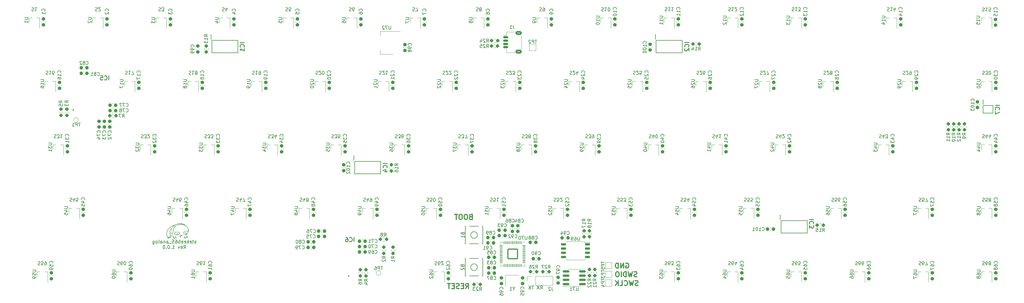
<source format=gbo>
G04 #@! TF.GenerationSoftware,KiCad,Pcbnew,(6.0.0)*
G04 #@! TF.CreationDate,2024-08-25T19:28:41-07:00*
G04 #@! TF.ProjectId,stekeeb65_analog,7374656b-6565-4623-9635-5f616e616c6f,rev?*
G04 #@! TF.SameCoordinates,Original*
G04 #@! TF.FileFunction,Legend,Bot*
G04 #@! TF.FilePolarity,Positive*
%FSLAX46Y46*%
G04 Gerber Fmt 4.6, Leading zero omitted, Abs format (unit mm)*
G04 Created by KiCad (PCBNEW (6.0.0)) date 2024-08-25 19:28:41*
%MOMM*%
%LPD*%
G01*
G04 APERTURE LIST*
G04 Aperture macros list*
%AMRoundRect*
0 Rectangle with rounded corners*
0 $1 Rounding radius*
0 $2 $3 $4 $5 $6 $7 $8 $9 X,Y pos of 4 corners*
0 Add a 4 corners polygon primitive as box body*
4,1,4,$2,$3,$4,$5,$6,$7,$8,$9,$2,$3,0*
0 Add four circle primitives for the rounded corners*
1,1,$1+$1,$2,$3*
1,1,$1+$1,$4,$5*
1,1,$1+$1,$6,$7*
1,1,$1+$1,$8,$9*
0 Add four rect primitives between the rounded corners*
20,1,$1+$1,$2,$3,$4,$5,0*
20,1,$1+$1,$4,$5,$6,$7,0*
20,1,$1+$1,$6,$7,$8,$9,0*
20,1,$1+$1,$8,$9,$2,$3,0*%
%AMOutline5P*
0 Free polygon, 5 corners , with rotation*
0 The origin of the aperture is its center*
0 number of corners: always 5*
0 $1 to $10 corner X, Y*
0 $11 Rotation angle, in degrees counterclockwise*
0 create outline with 5 corners*
4,1,5,$1,$2,$3,$4,$5,$6,$7,$8,$9,$10,$1,$2,$11*%
%AMOutline6P*
0 Free polygon, 6 corners , with rotation*
0 The origin of the aperture is its center*
0 number of corners: always 6*
0 $1 to $12 corner X, Y*
0 $13 Rotation angle, in degrees counterclockwise*
0 create outline with 6 corners*
4,1,6,$1,$2,$3,$4,$5,$6,$7,$8,$9,$10,$11,$12,$1,$2,$13*%
%AMOutline7P*
0 Free polygon, 7 corners , with rotation*
0 The origin of the aperture is its center*
0 number of corners: always 7*
0 $1 to $14 corner X, Y*
0 $15 Rotation angle, in degrees counterclockwise*
0 create outline with 7 corners*
4,1,7,$1,$2,$3,$4,$5,$6,$7,$8,$9,$10,$11,$12,$13,$14,$1,$2,$15*%
%AMOutline8P*
0 Free polygon, 8 corners , with rotation*
0 The origin of the aperture is its center*
0 number of corners: always 8*
0 $1 to $16 corner X, Y*
0 $17 Rotation angle, in degrees counterclockwise*
0 create outline with 8 corners*
4,1,8,$1,$2,$3,$4,$5,$6,$7,$8,$9,$10,$11,$12,$13,$14,$15,$16,$1,$2,$17*%
G04 Aperture macros list end*
%ADD10C,0.300000*%
%ADD11C,0.150000*%
%ADD12C,0.254000*%
%ADD13C,0.120000*%
%ADD14C,0.250000*%
%ADD15C,0.200000*%
%ADD16C,4.400000*%
%ADD17C,1.740000*%
%ADD18C,3.048000*%
%ADD19C,3.987800*%
%ADD20RoundRect,0.237500X0.250000X0.237500X-0.250000X0.237500X-0.250000X-0.237500X0.250000X-0.237500X0*%
%ADD21Outline5P,-0.750000X0.180000X-0.480000X0.450000X0.750000X0.450000X0.750000X-0.450000X-0.750000X-0.450000X0.000000*%
%ADD22R,1.500000X0.900000*%
%ADD23R,0.800000X1.900000*%
%ADD24RoundRect,0.237500X0.237500X-0.300000X0.237500X0.300000X-0.237500X0.300000X-0.237500X-0.300000X0*%
%ADD25RoundRect,0.237500X-0.237500X0.300000X-0.237500X-0.300000X0.237500X-0.300000X0.237500X0.300000X0*%
%ADD26R,1.475000X0.300000*%
%ADD27R,0.300000X1.475000*%
%ADD28R,4.210000X4.210000*%
%ADD29RoundRect,0.237500X0.237500X-0.250000X0.237500X0.250000X-0.237500X0.250000X-0.237500X-0.250000X0*%
%ADD30R,0.450000X1.475000*%
%ADD31RoundRect,0.237500X0.300000X0.237500X-0.300000X0.237500X-0.300000X-0.237500X0.300000X-0.237500X0*%
%ADD32RoundRect,0.150000X0.650000X0.150000X-0.650000X0.150000X-0.650000X-0.150000X0.650000X-0.150000X0*%
%ADD33RoundRect,0.050000X0.387500X0.050000X-0.387500X0.050000X-0.387500X-0.050000X0.387500X-0.050000X0*%
%ADD34RoundRect,0.050000X0.050000X0.387500X-0.050000X0.387500X-0.050000X-0.387500X0.050000X-0.387500X0*%
%ADD35RoundRect,0.144000X1.456000X1.456000X-1.456000X1.456000X-1.456000X-1.456000X1.456000X-1.456000X0*%
%ADD36RoundRect,0.237500X-0.250000X-0.237500X0.250000X-0.237500X0.250000X0.237500X-0.250000X0.237500X0*%
%ADD37R,0.300000X1.400000*%
%ADD38RoundRect,0.237500X-0.237500X0.250000X-0.237500X-0.250000X0.237500X-0.250000X0.237500X0.250000X0*%
%ADD39RoundRect,0.237500X-0.300000X-0.237500X0.300000X-0.237500X0.300000X0.237500X-0.300000X0.237500X0*%
%ADD40RoundRect,0.150000X-0.825000X-0.150000X0.825000X-0.150000X0.825000X0.150000X-0.825000X0.150000X0*%
%ADD41R,1.500000X1.500000*%
%ADD42R,2.000000X1.500000*%
%ADD43R,2.000000X3.800000*%
%ADD44R,1.400000X1.200000*%
%ADD45C,1.000000*%
%ADD46R,1.700000X1.700000*%
%ADD47O,1.700000X1.700000*%
%ADD48RoundRect,0.150000X-0.625000X0.150000X-0.625000X-0.150000X0.625000X-0.150000X0.625000X0.150000X0*%
%ADD49RoundRect,0.250000X-0.650000X0.350000X-0.650000X-0.350000X0.650000X-0.350000X0.650000X0.350000X0*%
%ADD50R,1.100000X1.800000*%
G04 APERTURE END LIST*
D10*
X190885714Y-163867857D02*
X190671428Y-163939285D01*
X190600000Y-164010714D01*
X190528571Y-164153571D01*
X190528571Y-164367857D01*
X190600000Y-164510714D01*
X190671428Y-164582142D01*
X190814285Y-164653571D01*
X191385714Y-164653571D01*
X191385714Y-163153571D01*
X190885714Y-163153571D01*
X190742857Y-163225000D01*
X190671428Y-163296428D01*
X190600000Y-163439285D01*
X190600000Y-163582142D01*
X190671428Y-163725000D01*
X190742857Y-163796428D01*
X190885714Y-163867857D01*
X191385714Y-163867857D01*
X189600000Y-163153571D02*
X189314285Y-163153571D01*
X189171428Y-163225000D01*
X189028571Y-163367857D01*
X188957142Y-163653571D01*
X188957142Y-164153571D01*
X189028571Y-164439285D01*
X189171428Y-164582142D01*
X189314285Y-164653571D01*
X189600000Y-164653571D01*
X189742857Y-164582142D01*
X189885714Y-164439285D01*
X189957142Y-164153571D01*
X189957142Y-163653571D01*
X189885714Y-163367857D01*
X189742857Y-163225000D01*
X189600000Y-163153571D01*
X188028571Y-163153571D02*
X187742857Y-163153571D01*
X187600000Y-163225000D01*
X187457142Y-163367857D01*
X187385714Y-163653571D01*
X187385714Y-164153571D01*
X187457142Y-164439285D01*
X187600000Y-164582142D01*
X187742857Y-164653571D01*
X188028571Y-164653571D01*
X188171428Y-164582142D01*
X188314285Y-164439285D01*
X188385714Y-164153571D01*
X188385714Y-163653571D01*
X188314285Y-163367857D01*
X188171428Y-163225000D01*
X188028571Y-163153571D01*
X186957142Y-163153571D02*
X186100000Y-163153571D01*
X186528571Y-164653571D02*
X186528571Y-163153571D01*
X241092857Y-184457142D02*
X240878571Y-184528571D01*
X240521428Y-184528571D01*
X240378571Y-184457142D01*
X240307142Y-184385714D01*
X240235714Y-184242857D01*
X240235714Y-184100000D01*
X240307142Y-183957142D01*
X240378571Y-183885714D01*
X240521428Y-183814285D01*
X240807142Y-183742857D01*
X240950000Y-183671428D01*
X241021428Y-183600000D01*
X241092857Y-183457142D01*
X241092857Y-183314285D01*
X241021428Y-183171428D01*
X240950000Y-183100000D01*
X240807142Y-183028571D01*
X240450000Y-183028571D01*
X240235714Y-183100000D01*
X239735714Y-183028571D02*
X239378571Y-184528571D01*
X239092857Y-183457142D01*
X238807142Y-184528571D01*
X238450000Y-183028571D01*
X237021428Y-184385714D02*
X237092857Y-184457142D01*
X237307142Y-184528571D01*
X237450000Y-184528571D01*
X237664285Y-184457142D01*
X237807142Y-184314285D01*
X237878571Y-184171428D01*
X237950000Y-183885714D01*
X237950000Y-183671428D01*
X237878571Y-183385714D01*
X237807142Y-183242857D01*
X237664285Y-183100000D01*
X237450000Y-183028571D01*
X237307142Y-183028571D01*
X237092857Y-183100000D01*
X237021428Y-183171428D01*
X235664285Y-184528571D02*
X236378571Y-184528571D01*
X236378571Y-183028571D01*
X235164285Y-184528571D02*
X235164285Y-183028571D01*
X234307142Y-184528571D02*
X234950000Y-183671428D01*
X234307142Y-183028571D02*
X235164285Y-183885714D01*
X240778571Y-181807142D02*
X240564285Y-181878571D01*
X240207142Y-181878571D01*
X240064285Y-181807142D01*
X239992857Y-181735714D01*
X239921428Y-181592857D01*
X239921428Y-181450000D01*
X239992857Y-181307142D01*
X240064285Y-181235714D01*
X240207142Y-181164285D01*
X240492857Y-181092857D01*
X240635714Y-181021428D01*
X240707142Y-180950000D01*
X240778571Y-180807142D01*
X240778571Y-180664285D01*
X240707142Y-180521428D01*
X240635714Y-180450000D01*
X240492857Y-180378571D01*
X240135714Y-180378571D01*
X239921428Y-180450000D01*
X239421428Y-180378571D02*
X239064285Y-181878571D01*
X238778571Y-180807142D01*
X238492857Y-181878571D01*
X238135714Y-180378571D01*
X237564285Y-181878571D02*
X237564285Y-180378571D01*
X237207142Y-180378571D01*
X236992857Y-180450000D01*
X236850000Y-180592857D01*
X236778571Y-180735714D01*
X236707142Y-181021428D01*
X236707142Y-181235714D01*
X236778571Y-181521428D01*
X236850000Y-181664285D01*
X236992857Y-181807142D01*
X237207142Y-181878571D01*
X237564285Y-181878571D01*
X236064285Y-181878571D02*
X236064285Y-180378571D01*
X235064285Y-180378571D02*
X234778571Y-180378571D01*
X234635714Y-180450000D01*
X234492857Y-180592857D01*
X234421428Y-180878571D01*
X234421428Y-181378571D01*
X234492857Y-181664285D01*
X234635714Y-181807142D01*
X234778571Y-181878571D01*
X235064285Y-181878571D01*
X235207142Y-181807142D01*
X235350000Y-181664285D01*
X235421428Y-181378571D01*
X235421428Y-180878571D01*
X235350000Y-180592857D01*
X235207142Y-180450000D01*
X235064285Y-180378571D01*
D11*
X108475000Y-171774761D02*
X108379761Y-171822380D01*
X108189285Y-171822380D01*
X108094047Y-171774761D01*
X108046428Y-171679523D01*
X108046428Y-171631904D01*
X108094047Y-171536666D01*
X108189285Y-171489047D01*
X108332142Y-171489047D01*
X108427380Y-171441428D01*
X108475000Y-171346190D01*
X108475000Y-171298571D01*
X108427380Y-171203333D01*
X108332142Y-171155714D01*
X108189285Y-171155714D01*
X108094047Y-171203333D01*
X107760714Y-171155714D02*
X107379761Y-171155714D01*
X107617857Y-170822380D02*
X107617857Y-171679523D01*
X107570238Y-171774761D01*
X107475000Y-171822380D01*
X107379761Y-171822380D01*
X106665476Y-171774761D02*
X106760714Y-171822380D01*
X106951190Y-171822380D01*
X107046428Y-171774761D01*
X107094047Y-171679523D01*
X107094047Y-171298571D01*
X107046428Y-171203333D01*
X106951190Y-171155714D01*
X106760714Y-171155714D01*
X106665476Y-171203333D01*
X106617857Y-171298571D01*
X106617857Y-171393809D01*
X107094047Y-171489047D01*
X106189285Y-171822380D02*
X106189285Y-170822380D01*
X106094047Y-171441428D02*
X105808333Y-171822380D01*
X105808333Y-171155714D02*
X106189285Y-171536666D01*
X104998809Y-171774761D02*
X105094047Y-171822380D01*
X105284523Y-171822380D01*
X105379761Y-171774761D01*
X105427380Y-171679523D01*
X105427380Y-171298571D01*
X105379761Y-171203333D01*
X105284523Y-171155714D01*
X105094047Y-171155714D01*
X104998809Y-171203333D01*
X104951190Y-171298571D01*
X104951190Y-171393809D01*
X105427380Y-171489047D01*
X104141666Y-171774761D02*
X104236904Y-171822380D01*
X104427380Y-171822380D01*
X104522619Y-171774761D01*
X104570238Y-171679523D01*
X104570238Y-171298571D01*
X104522619Y-171203333D01*
X104427380Y-171155714D01*
X104236904Y-171155714D01*
X104141666Y-171203333D01*
X104094047Y-171298571D01*
X104094047Y-171393809D01*
X104570238Y-171489047D01*
X103665476Y-171822380D02*
X103665476Y-170822380D01*
X103665476Y-171203333D02*
X103570238Y-171155714D01*
X103379761Y-171155714D01*
X103284523Y-171203333D01*
X103236904Y-171250952D01*
X103189285Y-171346190D01*
X103189285Y-171631904D01*
X103236904Y-171727142D01*
X103284523Y-171774761D01*
X103379761Y-171822380D01*
X103570238Y-171822380D01*
X103665476Y-171774761D01*
X102332142Y-170822380D02*
X102522619Y-170822380D01*
X102617857Y-170870000D01*
X102665476Y-170917619D01*
X102760714Y-171060476D01*
X102808333Y-171250952D01*
X102808333Y-171631904D01*
X102760714Y-171727142D01*
X102713095Y-171774761D01*
X102617857Y-171822380D01*
X102427380Y-171822380D01*
X102332142Y-171774761D01*
X102284523Y-171727142D01*
X102236904Y-171631904D01*
X102236904Y-171393809D01*
X102284523Y-171298571D01*
X102332142Y-171250952D01*
X102427380Y-171203333D01*
X102617857Y-171203333D01*
X102713095Y-171250952D01*
X102760714Y-171298571D01*
X102808333Y-171393809D01*
X101332142Y-170822380D02*
X101808333Y-170822380D01*
X101855952Y-171298571D01*
X101808333Y-171250952D01*
X101713095Y-171203333D01*
X101475000Y-171203333D01*
X101379761Y-171250952D01*
X101332142Y-171298571D01*
X101284523Y-171393809D01*
X101284523Y-171631904D01*
X101332142Y-171727142D01*
X101379761Y-171774761D01*
X101475000Y-171822380D01*
X101713095Y-171822380D01*
X101808333Y-171774761D01*
X101855952Y-171727142D01*
X101094047Y-171917619D02*
X100332142Y-171917619D01*
X99665476Y-171822380D02*
X99665476Y-171298571D01*
X99713095Y-171203333D01*
X99808333Y-171155714D01*
X99998809Y-171155714D01*
X100094047Y-171203333D01*
X99665476Y-171774761D02*
X99760714Y-171822380D01*
X99998809Y-171822380D01*
X100094047Y-171774761D01*
X100141666Y-171679523D01*
X100141666Y-171584285D01*
X100094047Y-171489047D01*
X99998809Y-171441428D01*
X99760714Y-171441428D01*
X99665476Y-171393809D01*
X99189285Y-171155714D02*
X99189285Y-171822380D01*
X99189285Y-171250952D02*
X99141666Y-171203333D01*
X99046428Y-171155714D01*
X98903571Y-171155714D01*
X98808333Y-171203333D01*
X98760714Y-171298571D01*
X98760714Y-171822380D01*
X97855952Y-171822380D02*
X97855952Y-171298571D01*
X97903571Y-171203333D01*
X97998809Y-171155714D01*
X98189285Y-171155714D01*
X98284523Y-171203333D01*
X97855952Y-171774761D02*
X97951190Y-171822380D01*
X98189285Y-171822380D01*
X98284523Y-171774761D01*
X98332142Y-171679523D01*
X98332142Y-171584285D01*
X98284523Y-171489047D01*
X98189285Y-171441428D01*
X97951190Y-171441428D01*
X97855952Y-171393809D01*
X97236904Y-171822380D02*
X97332142Y-171774761D01*
X97379761Y-171679523D01*
X97379761Y-170822380D01*
X96713095Y-171822380D02*
X96808333Y-171774761D01*
X96855952Y-171727142D01*
X96903571Y-171631904D01*
X96903571Y-171346190D01*
X96855952Y-171250952D01*
X96808333Y-171203333D01*
X96713095Y-171155714D01*
X96570238Y-171155714D01*
X96475000Y-171203333D01*
X96427380Y-171250952D01*
X96379761Y-171346190D01*
X96379761Y-171631904D01*
X96427380Y-171727142D01*
X96475000Y-171774761D01*
X96570238Y-171822380D01*
X96713095Y-171822380D01*
X95522619Y-171155714D02*
X95522619Y-171965238D01*
X95570238Y-172060476D01*
X95617857Y-172108095D01*
X95713095Y-172155714D01*
X95855952Y-172155714D01*
X95951190Y-172108095D01*
X95522619Y-171774761D02*
X95617857Y-171822380D01*
X95808333Y-171822380D01*
X95903571Y-171774761D01*
X95951190Y-171727142D01*
X95998809Y-171631904D01*
X95998809Y-171346190D01*
X95951190Y-171250952D01*
X95903571Y-171203333D01*
X95808333Y-171155714D01*
X95617857Y-171155714D01*
X95522619Y-171203333D01*
X104760714Y-173432380D02*
X105094047Y-172956190D01*
X105332142Y-173432380D02*
X105332142Y-172432380D01*
X104951190Y-172432380D01*
X104855952Y-172480000D01*
X104808333Y-172527619D01*
X104760714Y-172622857D01*
X104760714Y-172765714D01*
X104808333Y-172860952D01*
X104855952Y-172908571D01*
X104951190Y-172956190D01*
X105332142Y-172956190D01*
X103951190Y-173384761D02*
X104046428Y-173432380D01*
X104236904Y-173432380D01*
X104332142Y-173384761D01*
X104379761Y-173289523D01*
X104379761Y-172908571D01*
X104332142Y-172813333D01*
X104236904Y-172765714D01*
X104046428Y-172765714D01*
X103951190Y-172813333D01*
X103903571Y-172908571D01*
X103903571Y-173003809D01*
X104379761Y-173099047D01*
X103570238Y-172765714D02*
X103332142Y-173432380D01*
X103094047Y-172765714D01*
X101427380Y-173432380D02*
X101998809Y-173432380D01*
X101713095Y-173432380D02*
X101713095Y-172432380D01*
X101808333Y-172575238D01*
X101903571Y-172670476D01*
X101998809Y-172718095D01*
X100998809Y-173337142D02*
X100951190Y-173384761D01*
X100998809Y-173432380D01*
X101046428Y-173384761D01*
X100998809Y-173337142D01*
X100998809Y-173432380D01*
X100332142Y-172432380D02*
X100236904Y-172432380D01*
X100141666Y-172480000D01*
X100094047Y-172527619D01*
X100046428Y-172622857D01*
X99998809Y-172813333D01*
X99998809Y-173051428D01*
X100046428Y-173241904D01*
X100094047Y-173337142D01*
X100141666Y-173384761D01*
X100236904Y-173432380D01*
X100332142Y-173432380D01*
X100427380Y-173384761D01*
X100475000Y-173337142D01*
X100522619Y-173241904D01*
X100570238Y-173051428D01*
X100570238Y-172813333D01*
X100522619Y-172622857D01*
X100475000Y-172527619D01*
X100427380Y-172480000D01*
X100332142Y-172432380D01*
X99570238Y-173337142D02*
X99522619Y-173384761D01*
X99570238Y-173432380D01*
X99617857Y-173384761D01*
X99570238Y-173337142D01*
X99570238Y-173432380D01*
X98903571Y-172432380D02*
X98808333Y-172432380D01*
X98713095Y-172480000D01*
X98665476Y-172527619D01*
X98617857Y-172622857D01*
X98570238Y-172813333D01*
X98570238Y-173051428D01*
X98617857Y-173241904D01*
X98665476Y-173337142D01*
X98713095Y-173384761D01*
X98808333Y-173432380D01*
X98903571Y-173432380D01*
X98998809Y-173384761D01*
X99046428Y-173337142D01*
X99094047Y-173241904D01*
X99141666Y-173051428D01*
X99141666Y-172813333D01*
X99094047Y-172622857D01*
X99046428Y-172527619D01*
X98998809Y-172480000D01*
X98903571Y-172432380D01*
D10*
X189378571Y-185403571D02*
X189878571Y-184689285D01*
X190235714Y-185403571D02*
X190235714Y-183903571D01*
X189664285Y-183903571D01*
X189521428Y-183975000D01*
X189450000Y-184046428D01*
X189378571Y-184189285D01*
X189378571Y-184403571D01*
X189450000Y-184546428D01*
X189521428Y-184617857D01*
X189664285Y-184689285D01*
X190235714Y-184689285D01*
X188735714Y-184617857D02*
X188235714Y-184617857D01*
X188021428Y-185403571D02*
X188735714Y-185403571D01*
X188735714Y-183903571D01*
X188021428Y-183903571D01*
X187450000Y-185332142D02*
X187235714Y-185403571D01*
X186878571Y-185403571D01*
X186735714Y-185332142D01*
X186664285Y-185260714D01*
X186592857Y-185117857D01*
X186592857Y-184975000D01*
X186664285Y-184832142D01*
X186735714Y-184760714D01*
X186878571Y-184689285D01*
X187164285Y-184617857D01*
X187307142Y-184546428D01*
X187378571Y-184475000D01*
X187450000Y-184332142D01*
X187450000Y-184189285D01*
X187378571Y-184046428D01*
X187307142Y-183975000D01*
X187164285Y-183903571D01*
X186807142Y-183903571D01*
X186592857Y-183975000D01*
X185950000Y-184617857D02*
X185450000Y-184617857D01*
X185235714Y-185403571D02*
X185950000Y-185403571D01*
X185950000Y-183903571D01*
X185235714Y-183903571D01*
X184807142Y-183903571D02*
X183950000Y-183903571D01*
X184378571Y-185403571D02*
X184378571Y-183903571D01*
X237467857Y-177850000D02*
X237610714Y-177778571D01*
X237825000Y-177778571D01*
X238039285Y-177850000D01*
X238182142Y-177992857D01*
X238253571Y-178135714D01*
X238325000Y-178421428D01*
X238325000Y-178635714D01*
X238253571Y-178921428D01*
X238182142Y-179064285D01*
X238039285Y-179207142D01*
X237825000Y-179278571D01*
X237682142Y-179278571D01*
X237467857Y-179207142D01*
X237396428Y-179135714D01*
X237396428Y-178635714D01*
X237682142Y-178635714D01*
X236753571Y-179278571D02*
X236753571Y-177778571D01*
X235896428Y-179278571D01*
X235896428Y-177778571D01*
X235182142Y-179278571D02*
X235182142Y-177778571D01*
X234825000Y-177778571D01*
X234610714Y-177850000D01*
X234467857Y-177992857D01*
X234396428Y-178135714D01*
X234325000Y-178421428D01*
X234325000Y-178635714D01*
X234396428Y-178921428D01*
X234467857Y-179064285D01*
X234610714Y-179207142D01*
X234825000Y-179278571D01*
X235182142Y-179278571D01*
D11*
X211816666Y-185627380D02*
X212150000Y-185151190D01*
X212388095Y-185627380D02*
X212388095Y-184627380D01*
X212007142Y-184627380D01*
X211911904Y-184675000D01*
X211864285Y-184722619D01*
X211816666Y-184817857D01*
X211816666Y-184960714D01*
X211864285Y-185055952D01*
X211911904Y-185103571D01*
X212007142Y-185151190D01*
X212388095Y-185151190D01*
X211483333Y-184627380D02*
X210816666Y-185627380D01*
X210816666Y-184627380D02*
X211483333Y-185627380D01*
X209836904Y-184627380D02*
X209265476Y-184627380D01*
X209551190Y-185627380D02*
X209551190Y-184627380D01*
X209027380Y-184627380D02*
X208360714Y-185627380D01*
X208360714Y-184627380D02*
X209027380Y-185627380D01*
X195612857Y-111482380D02*
X195946190Y-111006190D01*
X196184285Y-111482380D02*
X196184285Y-110482380D01*
X195803333Y-110482380D01*
X195708095Y-110530000D01*
X195660476Y-110577619D01*
X195612857Y-110672857D01*
X195612857Y-110815714D01*
X195660476Y-110910952D01*
X195708095Y-110958571D01*
X195803333Y-111006190D01*
X196184285Y-111006190D01*
X195231904Y-110577619D02*
X195184285Y-110530000D01*
X195089047Y-110482380D01*
X194850952Y-110482380D01*
X194755714Y-110530000D01*
X194708095Y-110577619D01*
X194660476Y-110672857D01*
X194660476Y-110768095D01*
X194708095Y-110910952D01*
X195279523Y-111482380D01*
X194660476Y-111482380D01*
X193803333Y-110815714D02*
X193803333Y-111482380D01*
X194041428Y-110434761D02*
X194279523Y-111149047D01*
X193660476Y-111149047D01*
X263524404Y-139290238D02*
X263667261Y-139242619D01*
X263905357Y-139242619D01*
X264000595Y-139290238D01*
X264048214Y-139337857D01*
X264095833Y-139433095D01*
X264095833Y-139528333D01*
X264048214Y-139623571D01*
X264000595Y-139671190D01*
X263905357Y-139718809D01*
X263714880Y-139766428D01*
X263619642Y-139814047D01*
X263572023Y-139861666D01*
X263524404Y-139956904D01*
X263524404Y-140052142D01*
X263572023Y-140147380D01*
X263619642Y-140195000D01*
X263714880Y-140242619D01*
X263952976Y-140242619D01*
X264095833Y-140195000D01*
X264952976Y-139909285D02*
X264952976Y-139242619D01*
X264714880Y-140290238D02*
X264476785Y-139575952D01*
X265095833Y-139575952D01*
X266000595Y-139242619D02*
X265429166Y-139242619D01*
X265714880Y-139242619D02*
X265714880Y-140242619D01*
X265619642Y-140099761D01*
X265524404Y-140004523D01*
X265429166Y-139956904D01*
X152307380Y-104103095D02*
X153116904Y-104103095D01*
X153212142Y-104150714D01*
X153259761Y-104198333D01*
X153307380Y-104293571D01*
X153307380Y-104484047D01*
X153259761Y-104579285D01*
X153212142Y-104626904D01*
X153116904Y-104674523D01*
X152307380Y-104674523D01*
X152307380Y-105579285D02*
X152307380Y-105388809D01*
X152355000Y-105293571D01*
X152402619Y-105245952D01*
X152545476Y-105150714D01*
X152735952Y-105103095D01*
X153116904Y-105103095D01*
X153212142Y-105150714D01*
X153259761Y-105198333D01*
X153307380Y-105293571D01*
X153307380Y-105484047D01*
X153259761Y-105579285D01*
X153212142Y-105626904D01*
X153116904Y-105674523D01*
X152878809Y-105674523D01*
X152783571Y-105626904D01*
X152735952Y-105579285D01*
X152688333Y-105484047D01*
X152688333Y-105293571D01*
X152735952Y-105198333D01*
X152783571Y-105150714D01*
X152878809Y-105103095D01*
X138019880Y-160776904D02*
X138829404Y-160776904D01*
X138924642Y-160824523D01*
X138972261Y-160872142D01*
X139019880Y-160967380D01*
X139019880Y-161157857D01*
X138972261Y-161253095D01*
X138924642Y-161300714D01*
X138829404Y-161348333D01*
X138019880Y-161348333D01*
X138353214Y-162253095D02*
X139019880Y-162253095D01*
X137972261Y-162015000D02*
X138686547Y-161776904D01*
X138686547Y-162395952D01*
X138448452Y-162919761D02*
X138400833Y-162824523D01*
X138353214Y-162776904D01*
X138257976Y-162729285D01*
X138210357Y-162729285D01*
X138115119Y-162776904D01*
X138067500Y-162824523D01*
X138019880Y-162919761D01*
X138019880Y-163110238D01*
X138067500Y-163205476D01*
X138115119Y-163253095D01*
X138210357Y-163300714D01*
X138257976Y-163300714D01*
X138353214Y-163253095D01*
X138400833Y-163205476D01*
X138448452Y-163110238D01*
X138448452Y-162919761D01*
X138496071Y-162824523D01*
X138543690Y-162776904D01*
X138638928Y-162729285D01*
X138829404Y-162729285D01*
X138924642Y-162776904D01*
X138972261Y-162824523D01*
X139019880Y-162919761D01*
X139019880Y-163110238D01*
X138972261Y-163205476D01*
X138924642Y-163253095D01*
X138829404Y-163300714D01*
X138638928Y-163300714D01*
X138543690Y-163253095D01*
X138496071Y-163205476D01*
X138448452Y-163110238D01*
X325436904Y-177390238D02*
X325579761Y-177342619D01*
X325817857Y-177342619D01*
X325913095Y-177390238D01*
X325960714Y-177437857D01*
X326008333Y-177533095D01*
X326008333Y-177628333D01*
X325960714Y-177723571D01*
X325913095Y-177771190D01*
X325817857Y-177818809D01*
X325627380Y-177866428D01*
X325532142Y-177914047D01*
X325484523Y-177961666D01*
X325436904Y-178056904D01*
X325436904Y-178152142D01*
X325484523Y-178247380D01*
X325532142Y-178295000D01*
X325627380Y-178342619D01*
X325865476Y-178342619D01*
X326008333Y-178295000D01*
X326865476Y-178342619D02*
X326675000Y-178342619D01*
X326579761Y-178295000D01*
X326532142Y-178247380D01*
X326436904Y-178104523D01*
X326389285Y-177914047D01*
X326389285Y-177533095D01*
X326436904Y-177437857D01*
X326484523Y-177390238D01*
X326579761Y-177342619D01*
X326770238Y-177342619D01*
X326865476Y-177390238D01*
X326913095Y-177437857D01*
X326960714Y-177533095D01*
X326960714Y-177771190D01*
X326913095Y-177866428D01*
X326865476Y-177914047D01*
X326770238Y-177961666D01*
X326579761Y-177961666D01*
X326484523Y-177914047D01*
X326436904Y-177866428D01*
X326389285Y-177771190D01*
X327294047Y-178342619D02*
X327960714Y-178342619D01*
X327532142Y-177342619D01*
X157069880Y-160776904D02*
X157879404Y-160776904D01*
X157974642Y-160824523D01*
X158022261Y-160872142D01*
X158069880Y-160967380D01*
X158069880Y-161157857D01*
X158022261Y-161253095D01*
X157974642Y-161300714D01*
X157879404Y-161348333D01*
X157069880Y-161348333D01*
X157403214Y-162253095D02*
X158069880Y-162253095D01*
X157022261Y-162015000D02*
X157736547Y-161776904D01*
X157736547Y-162395952D01*
X158069880Y-162824523D02*
X158069880Y-163015000D01*
X158022261Y-163110238D01*
X157974642Y-163157857D01*
X157831785Y-163253095D01*
X157641309Y-163300714D01*
X157260357Y-163300714D01*
X157165119Y-163253095D01*
X157117500Y-163205476D01*
X157069880Y-163110238D01*
X157069880Y-162919761D01*
X157117500Y-162824523D01*
X157165119Y-162776904D01*
X157260357Y-162729285D01*
X157498452Y-162729285D01*
X157593690Y-162776904D01*
X157641309Y-162824523D01*
X157688928Y-162919761D01*
X157688928Y-163110238D01*
X157641309Y-163205476D01*
X157593690Y-163253095D01*
X157498452Y-163300714D01*
X139282142Y-102108333D02*
X139329761Y-102060714D01*
X139377380Y-101917857D01*
X139377380Y-101822619D01*
X139329761Y-101679761D01*
X139234523Y-101584523D01*
X139139285Y-101536904D01*
X138948809Y-101489285D01*
X138805952Y-101489285D01*
X138615476Y-101536904D01*
X138520238Y-101584523D01*
X138425000Y-101679761D01*
X138377380Y-101822619D01*
X138377380Y-101917857D01*
X138425000Y-102060714D01*
X138472619Y-102108333D01*
X138377380Y-103013095D02*
X138377380Y-102536904D01*
X138853571Y-102489285D01*
X138805952Y-102536904D01*
X138758333Y-102632142D01*
X138758333Y-102870238D01*
X138805952Y-102965476D01*
X138853571Y-103013095D01*
X138948809Y-103060714D01*
X139186904Y-103060714D01*
X139282142Y-103013095D01*
X139329761Y-102965476D01*
X139377380Y-102870238D01*
X139377380Y-102632142D01*
X139329761Y-102536904D01*
X139282142Y-102489285D01*
X342807380Y-179826904D02*
X343616904Y-179826904D01*
X343712142Y-179874523D01*
X343759761Y-179922142D01*
X343807380Y-180017380D01*
X343807380Y-180207857D01*
X343759761Y-180303095D01*
X343712142Y-180350714D01*
X343616904Y-180398333D01*
X342807380Y-180398333D01*
X342807380Y-181303095D02*
X342807380Y-181112619D01*
X342855000Y-181017380D01*
X342902619Y-180969761D01*
X343045476Y-180874523D01*
X343235952Y-180826904D01*
X343616904Y-180826904D01*
X343712142Y-180874523D01*
X343759761Y-180922142D01*
X343807380Y-181017380D01*
X343807380Y-181207857D01*
X343759761Y-181303095D01*
X343712142Y-181350714D01*
X343616904Y-181398333D01*
X343378809Y-181398333D01*
X343283571Y-181350714D01*
X343235952Y-181303095D01*
X343188333Y-181207857D01*
X343188333Y-181017380D01*
X343235952Y-180922142D01*
X343283571Y-180874523D01*
X343378809Y-180826904D01*
X343235952Y-181969761D02*
X343188333Y-181874523D01*
X343140714Y-181826904D01*
X343045476Y-181779285D01*
X342997857Y-181779285D01*
X342902619Y-181826904D01*
X342855000Y-181874523D01*
X342807380Y-181969761D01*
X342807380Y-182160238D01*
X342855000Y-182255476D01*
X342902619Y-182303095D01*
X342997857Y-182350714D01*
X343045476Y-182350714D01*
X343140714Y-182303095D01*
X343188333Y-182255476D01*
X343235952Y-182160238D01*
X343235952Y-181969761D01*
X343283571Y-181874523D01*
X343331190Y-181826904D01*
X343426428Y-181779285D01*
X343616904Y-181779285D01*
X343712142Y-181826904D01*
X343759761Y-181874523D01*
X343807380Y-181969761D01*
X343807380Y-182160238D01*
X343759761Y-182255476D01*
X343712142Y-182303095D01*
X343616904Y-182350714D01*
X343426428Y-182350714D01*
X343331190Y-182303095D01*
X343283571Y-182255476D01*
X343235952Y-182160238D01*
X64201080Y-141726904D02*
X65010604Y-141726904D01*
X65105842Y-141774523D01*
X65153461Y-141822142D01*
X65201080Y-141917380D01*
X65201080Y-142107857D01*
X65153461Y-142203095D01*
X65105842Y-142250714D01*
X65010604Y-142298333D01*
X64201080Y-142298333D01*
X64201080Y-142679285D02*
X64201080Y-143298333D01*
X64582033Y-142965000D01*
X64582033Y-143107857D01*
X64629652Y-143203095D01*
X64677271Y-143250714D01*
X64772509Y-143298333D01*
X65010604Y-143298333D01*
X65105842Y-143250714D01*
X65153461Y-143203095D01*
X65201080Y-143107857D01*
X65201080Y-142822142D01*
X65153461Y-142726904D01*
X65105842Y-142679285D01*
X65201080Y-144250714D02*
X65201080Y-143679285D01*
X65201080Y-143965000D02*
X64201080Y-143965000D01*
X64343938Y-143869761D01*
X64439176Y-143774523D01*
X64486795Y-143679285D01*
X205957142Y-120682142D02*
X206004761Y-120634523D01*
X206052380Y-120491666D01*
X206052380Y-120396428D01*
X206004761Y-120253571D01*
X205909523Y-120158333D01*
X205814285Y-120110714D01*
X205623809Y-120063095D01*
X205480952Y-120063095D01*
X205290476Y-120110714D01*
X205195238Y-120158333D01*
X205100000Y-120253571D01*
X205052380Y-120396428D01*
X205052380Y-120491666D01*
X205100000Y-120634523D01*
X205147619Y-120682142D01*
X205147619Y-121063095D02*
X205100000Y-121110714D01*
X205052380Y-121205952D01*
X205052380Y-121444047D01*
X205100000Y-121539285D01*
X205147619Y-121586904D01*
X205242857Y-121634523D01*
X205338095Y-121634523D01*
X205480952Y-121586904D01*
X206052380Y-121015476D01*
X206052380Y-121634523D01*
X205052380Y-121967857D02*
X205052380Y-122586904D01*
X205433333Y-122253571D01*
X205433333Y-122396428D01*
X205480952Y-122491666D01*
X205528571Y-122539285D01*
X205623809Y-122586904D01*
X205861904Y-122586904D01*
X205957142Y-122539285D01*
X206004761Y-122491666D01*
X206052380Y-122396428D01*
X206052380Y-122110714D01*
X206004761Y-122015476D01*
X205957142Y-121967857D01*
X161832380Y-122676904D02*
X162641904Y-122676904D01*
X162737142Y-122724523D01*
X162784761Y-122772142D01*
X162832380Y-122867380D01*
X162832380Y-123057857D01*
X162784761Y-123153095D01*
X162737142Y-123200714D01*
X162641904Y-123248333D01*
X161832380Y-123248333D01*
X161927619Y-123676904D02*
X161880000Y-123724523D01*
X161832380Y-123819761D01*
X161832380Y-124057857D01*
X161880000Y-124153095D01*
X161927619Y-124200714D01*
X162022857Y-124248333D01*
X162118095Y-124248333D01*
X162260952Y-124200714D01*
X162832380Y-123629285D01*
X162832380Y-124248333D01*
X162832380Y-125200714D02*
X162832380Y-124629285D01*
X162832380Y-124915000D02*
X161832380Y-124915000D01*
X161975238Y-124819761D01*
X162070476Y-124724523D01*
X162118095Y-124629285D01*
X154537142Y-148030952D02*
X154584761Y-147983333D01*
X154632380Y-147840476D01*
X154632380Y-147745238D01*
X154584761Y-147602380D01*
X154489523Y-147507142D01*
X154394285Y-147459523D01*
X154203809Y-147411904D01*
X154060952Y-147411904D01*
X153870476Y-147459523D01*
X153775238Y-147507142D01*
X153680000Y-147602380D01*
X153632380Y-147745238D01*
X153632380Y-147840476D01*
X153680000Y-147983333D01*
X153727619Y-148030952D01*
X154632380Y-148983333D02*
X154632380Y-148411904D01*
X154632380Y-148697619D02*
X153632380Y-148697619D01*
X153775238Y-148602380D01*
X153870476Y-148507142D01*
X153918095Y-148411904D01*
X153632380Y-149602380D02*
X153632380Y-149697619D01*
X153680000Y-149792857D01*
X153727619Y-149840476D01*
X153822857Y-149888095D01*
X154013333Y-149935714D01*
X154251428Y-149935714D01*
X154441904Y-149888095D01*
X154537142Y-149840476D01*
X154584761Y-149792857D01*
X154632380Y-149697619D01*
X154632380Y-149602380D01*
X154584761Y-149507142D01*
X154537142Y-149459523D01*
X154441904Y-149411904D01*
X154251428Y-149364285D01*
X154013333Y-149364285D01*
X153822857Y-149411904D01*
X153727619Y-149459523D01*
X153680000Y-149507142D01*
X153632380Y-149602380D01*
X153727619Y-150316666D02*
X153680000Y-150364285D01*
X153632380Y-150459523D01*
X153632380Y-150697619D01*
X153680000Y-150792857D01*
X153727619Y-150840476D01*
X153822857Y-150888095D01*
X153918095Y-150888095D01*
X154060952Y-150840476D01*
X154632380Y-150269047D01*
X154632380Y-150888095D01*
X229769642Y-139732142D02*
X229817261Y-139684523D01*
X229864880Y-139541666D01*
X229864880Y-139446428D01*
X229817261Y-139303571D01*
X229722023Y-139208333D01*
X229626785Y-139160714D01*
X229436309Y-139113095D01*
X229293452Y-139113095D01*
X229102976Y-139160714D01*
X229007738Y-139208333D01*
X228912500Y-139303571D01*
X228864880Y-139446428D01*
X228864880Y-139541666D01*
X228912500Y-139684523D01*
X228960119Y-139732142D01*
X228864880Y-140065476D02*
X228864880Y-140684523D01*
X229245833Y-140351190D01*
X229245833Y-140494047D01*
X229293452Y-140589285D01*
X229341071Y-140636904D01*
X229436309Y-140684523D01*
X229674404Y-140684523D01*
X229769642Y-140636904D01*
X229817261Y-140589285D01*
X229864880Y-140494047D01*
X229864880Y-140208333D01*
X229817261Y-140113095D01*
X229769642Y-140065476D01*
X229864880Y-141160714D02*
X229864880Y-141351190D01*
X229817261Y-141446428D01*
X229769642Y-141494047D01*
X229626785Y-141589285D01*
X229436309Y-141636904D01*
X229055357Y-141636904D01*
X228960119Y-141589285D01*
X228912500Y-141541666D01*
X228864880Y-141446428D01*
X228864880Y-141255952D01*
X228912500Y-141160714D01*
X228960119Y-141113095D01*
X229055357Y-141065476D01*
X229293452Y-141065476D01*
X229388690Y-141113095D01*
X229436309Y-141160714D01*
X229483928Y-141255952D01*
X229483928Y-141446428D01*
X229436309Y-141541666D01*
X229388690Y-141589285D01*
X229293452Y-141636904D01*
X341877142Y-129130952D02*
X341924761Y-129083333D01*
X341972380Y-128940476D01*
X341972380Y-128845238D01*
X341924761Y-128702380D01*
X341829523Y-128607142D01*
X341734285Y-128559523D01*
X341543809Y-128511904D01*
X341400952Y-128511904D01*
X341210476Y-128559523D01*
X341115238Y-128607142D01*
X341020000Y-128702380D01*
X340972380Y-128845238D01*
X340972380Y-128940476D01*
X341020000Y-129083333D01*
X341067619Y-129130952D01*
X341972380Y-130083333D02*
X341972380Y-129511904D01*
X341972380Y-129797619D02*
X340972380Y-129797619D01*
X341115238Y-129702380D01*
X341210476Y-129607142D01*
X341258095Y-129511904D01*
X340972380Y-130702380D02*
X340972380Y-130797619D01*
X341020000Y-130892857D01*
X341067619Y-130940476D01*
X341162857Y-130988095D01*
X341353333Y-131035714D01*
X341591428Y-131035714D01*
X341781904Y-130988095D01*
X341877142Y-130940476D01*
X341924761Y-130892857D01*
X341972380Y-130797619D01*
X341972380Y-130702380D01*
X341924761Y-130607142D01*
X341877142Y-130559523D01*
X341781904Y-130511904D01*
X341591428Y-130464285D01*
X341353333Y-130464285D01*
X341162857Y-130511904D01*
X341067619Y-130559523D01*
X341020000Y-130607142D01*
X340972380Y-130702380D01*
X340972380Y-131369047D02*
X340972380Y-131988095D01*
X341353333Y-131654761D01*
X341353333Y-131797619D01*
X341400952Y-131892857D01*
X341448571Y-131940476D01*
X341543809Y-131988095D01*
X341781904Y-131988095D01*
X341877142Y-131940476D01*
X341924761Y-131892857D01*
X341972380Y-131797619D01*
X341972380Y-131511904D01*
X341924761Y-131416666D01*
X341877142Y-131369047D01*
X249236904Y-177390238D02*
X249379761Y-177342619D01*
X249617857Y-177342619D01*
X249713095Y-177390238D01*
X249760714Y-177437857D01*
X249808333Y-177533095D01*
X249808333Y-177628333D01*
X249760714Y-177723571D01*
X249713095Y-177771190D01*
X249617857Y-177818809D01*
X249427380Y-177866428D01*
X249332142Y-177914047D01*
X249284523Y-177961666D01*
X249236904Y-178056904D01*
X249236904Y-178152142D01*
X249284523Y-178247380D01*
X249332142Y-178295000D01*
X249427380Y-178342619D01*
X249665476Y-178342619D01*
X249808333Y-178295000D01*
X250665476Y-178342619D02*
X250475000Y-178342619D01*
X250379761Y-178295000D01*
X250332142Y-178247380D01*
X250236904Y-178104523D01*
X250189285Y-177914047D01*
X250189285Y-177533095D01*
X250236904Y-177437857D01*
X250284523Y-177390238D01*
X250379761Y-177342619D01*
X250570238Y-177342619D01*
X250665476Y-177390238D01*
X250713095Y-177437857D01*
X250760714Y-177533095D01*
X250760714Y-177771190D01*
X250713095Y-177866428D01*
X250665476Y-177914047D01*
X250570238Y-177961666D01*
X250379761Y-177961666D01*
X250284523Y-177914047D01*
X250236904Y-177866428D01*
X250189285Y-177771190D01*
X251094047Y-178342619D02*
X251713095Y-178342619D01*
X251379761Y-177961666D01*
X251522619Y-177961666D01*
X251617857Y-177914047D01*
X251665476Y-177866428D01*
X251713095Y-177771190D01*
X251713095Y-177533095D01*
X251665476Y-177437857D01*
X251617857Y-177390238D01*
X251522619Y-177342619D01*
X251236904Y-177342619D01*
X251141666Y-177390238D01*
X251094047Y-177437857D01*
X79655142Y-138658642D02*
X79702761Y-138611023D01*
X79750380Y-138468166D01*
X79750380Y-138372928D01*
X79702761Y-138230071D01*
X79607523Y-138134833D01*
X79512285Y-138087214D01*
X79321809Y-138039595D01*
X79178952Y-138039595D01*
X78988476Y-138087214D01*
X78893238Y-138134833D01*
X78798000Y-138230071D01*
X78750380Y-138372928D01*
X78750380Y-138468166D01*
X78798000Y-138611023D01*
X78845619Y-138658642D01*
X78750380Y-138991976D02*
X78750380Y-139658642D01*
X79750380Y-139230071D01*
X79083714Y-140468166D02*
X79750380Y-140468166D01*
X78702761Y-140230071D02*
X79417047Y-139991976D01*
X79417047Y-140611023D01*
X67844642Y-120682142D02*
X67892261Y-120634523D01*
X67939880Y-120491666D01*
X67939880Y-120396428D01*
X67892261Y-120253571D01*
X67797023Y-120158333D01*
X67701785Y-120110714D01*
X67511309Y-120063095D01*
X67368452Y-120063095D01*
X67177976Y-120110714D01*
X67082738Y-120158333D01*
X66987500Y-120253571D01*
X66939880Y-120396428D01*
X66939880Y-120491666D01*
X66987500Y-120634523D01*
X67035119Y-120682142D01*
X67939880Y-121634523D02*
X67939880Y-121063095D01*
X67939880Y-121348809D02*
X66939880Y-121348809D01*
X67082738Y-121253571D01*
X67177976Y-121158333D01*
X67225595Y-121063095D01*
X66939880Y-122491666D02*
X66939880Y-122301190D01*
X66987500Y-122205952D01*
X67035119Y-122158333D01*
X67177976Y-122063095D01*
X67368452Y-122015476D01*
X67749404Y-122015476D01*
X67844642Y-122063095D01*
X67892261Y-122110714D01*
X67939880Y-122205952D01*
X67939880Y-122396428D01*
X67892261Y-122491666D01*
X67844642Y-122539285D01*
X67749404Y-122586904D01*
X67511309Y-122586904D01*
X67416071Y-122539285D01*
X67368452Y-122491666D01*
X67320833Y-122396428D01*
X67320833Y-122205952D01*
X67368452Y-122110714D01*
X67416071Y-122063095D01*
X67511309Y-122015476D01*
X163094642Y-158782142D02*
X163142261Y-158734523D01*
X163189880Y-158591666D01*
X163189880Y-158496428D01*
X163142261Y-158353571D01*
X163047023Y-158258333D01*
X162951785Y-158210714D01*
X162761309Y-158163095D01*
X162618452Y-158163095D01*
X162427976Y-158210714D01*
X162332738Y-158258333D01*
X162237500Y-158353571D01*
X162189880Y-158496428D01*
X162189880Y-158591666D01*
X162237500Y-158734523D01*
X162285119Y-158782142D01*
X162523214Y-159639285D02*
X163189880Y-159639285D01*
X162142261Y-159401190D02*
X162856547Y-159163095D01*
X162856547Y-159782142D01*
X163189880Y-160210714D02*
X163189880Y-160401190D01*
X163142261Y-160496428D01*
X163094642Y-160544047D01*
X162951785Y-160639285D01*
X162761309Y-160686904D01*
X162380357Y-160686904D01*
X162285119Y-160639285D01*
X162237500Y-160591666D01*
X162189880Y-160496428D01*
X162189880Y-160305952D01*
X162237500Y-160210714D01*
X162285119Y-160163095D01*
X162380357Y-160115476D01*
X162618452Y-160115476D01*
X162713690Y-160163095D01*
X162761309Y-160210714D01*
X162808928Y-160305952D01*
X162808928Y-160496428D01*
X162761309Y-160591666D01*
X162713690Y-160639285D01*
X162618452Y-160686904D01*
D12*
X82289761Y-122774523D02*
X82289761Y-121504523D01*
X80959285Y-122653571D02*
X81019761Y-122714047D01*
X81201190Y-122774523D01*
X81322142Y-122774523D01*
X81503571Y-122714047D01*
X81624523Y-122593095D01*
X81685000Y-122472142D01*
X81745476Y-122230238D01*
X81745476Y-122048809D01*
X81685000Y-121806904D01*
X81624523Y-121685952D01*
X81503571Y-121565000D01*
X81322142Y-121504523D01*
X81201190Y-121504523D01*
X81019761Y-121565000D01*
X80959285Y-121625476D01*
X79810238Y-121504523D02*
X80415000Y-121504523D01*
X80475476Y-122109285D01*
X80415000Y-122048809D01*
X80294047Y-121988333D01*
X79991666Y-121988333D01*
X79870714Y-122048809D01*
X79810238Y-122109285D01*
X79749761Y-122230238D01*
X79749761Y-122532619D01*
X79810238Y-122653571D01*
X79870714Y-122714047D01*
X79991666Y-122774523D01*
X80294047Y-122774523D01*
X80415000Y-122714047D01*
X80475476Y-122653571D01*
D11*
X76107380Y-104103095D02*
X76916904Y-104103095D01*
X77012142Y-104150714D01*
X77059761Y-104198333D01*
X77107380Y-104293571D01*
X77107380Y-104484047D01*
X77059761Y-104579285D01*
X77012142Y-104626904D01*
X76916904Y-104674523D01*
X76107380Y-104674523D01*
X76202619Y-105103095D02*
X76155000Y-105150714D01*
X76107380Y-105245952D01*
X76107380Y-105484047D01*
X76155000Y-105579285D01*
X76202619Y-105626904D01*
X76297857Y-105674523D01*
X76393095Y-105674523D01*
X76535952Y-105626904D01*
X77107380Y-105055476D01*
X77107380Y-105674523D01*
X239711904Y-120240238D02*
X239854761Y-120192619D01*
X240092857Y-120192619D01*
X240188095Y-120240238D01*
X240235714Y-120287857D01*
X240283333Y-120383095D01*
X240283333Y-120478333D01*
X240235714Y-120573571D01*
X240188095Y-120621190D01*
X240092857Y-120668809D01*
X239902380Y-120716428D01*
X239807142Y-120764047D01*
X239759523Y-120811666D01*
X239711904Y-120906904D01*
X239711904Y-121002142D01*
X239759523Y-121097380D01*
X239807142Y-121145000D01*
X239902380Y-121192619D01*
X240140476Y-121192619D01*
X240283333Y-121145000D01*
X240664285Y-121097380D02*
X240711904Y-121145000D01*
X240807142Y-121192619D01*
X241045238Y-121192619D01*
X241140476Y-121145000D01*
X241188095Y-121097380D01*
X241235714Y-121002142D01*
X241235714Y-120906904D01*
X241188095Y-120764047D01*
X240616666Y-120192619D01*
X241235714Y-120192619D01*
X242140476Y-121192619D02*
X241664285Y-121192619D01*
X241616666Y-120716428D01*
X241664285Y-120764047D01*
X241759523Y-120811666D01*
X241997619Y-120811666D01*
X242092857Y-120764047D01*
X242140476Y-120716428D01*
X242188095Y-120621190D01*
X242188095Y-120383095D01*
X242140476Y-120287857D01*
X242092857Y-120240238D01*
X241997619Y-120192619D01*
X241759523Y-120192619D01*
X241664285Y-120240238D01*
X241616666Y-120287857D01*
X348832142Y-120682142D02*
X348879761Y-120634523D01*
X348927380Y-120491666D01*
X348927380Y-120396428D01*
X348879761Y-120253571D01*
X348784523Y-120158333D01*
X348689285Y-120110714D01*
X348498809Y-120063095D01*
X348355952Y-120063095D01*
X348165476Y-120110714D01*
X348070238Y-120158333D01*
X347975000Y-120253571D01*
X347927380Y-120396428D01*
X347927380Y-120491666D01*
X347975000Y-120634523D01*
X348022619Y-120682142D01*
X347927380Y-121015476D02*
X347927380Y-121634523D01*
X348308333Y-121301190D01*
X348308333Y-121444047D01*
X348355952Y-121539285D01*
X348403571Y-121586904D01*
X348498809Y-121634523D01*
X348736904Y-121634523D01*
X348832142Y-121586904D01*
X348879761Y-121539285D01*
X348927380Y-121444047D01*
X348927380Y-121158333D01*
X348879761Y-121063095D01*
X348832142Y-121015476D01*
X347927380Y-122253571D02*
X347927380Y-122348809D01*
X347975000Y-122444047D01*
X348022619Y-122491666D01*
X348117857Y-122539285D01*
X348308333Y-122586904D01*
X348546428Y-122586904D01*
X348736904Y-122539285D01*
X348832142Y-122491666D01*
X348879761Y-122444047D01*
X348927380Y-122348809D01*
X348927380Y-122253571D01*
X348879761Y-122158333D01*
X348832142Y-122110714D01*
X348736904Y-122063095D01*
X348546428Y-122015476D01*
X348308333Y-122015476D01*
X348117857Y-122063095D01*
X348022619Y-122110714D01*
X347975000Y-122158333D01*
X347927380Y-122253571D01*
X142782380Y-122676904D02*
X143591904Y-122676904D01*
X143687142Y-122724523D01*
X143734761Y-122772142D01*
X143782380Y-122867380D01*
X143782380Y-123057857D01*
X143734761Y-123153095D01*
X143687142Y-123200714D01*
X143591904Y-123248333D01*
X142782380Y-123248333D01*
X142877619Y-123676904D02*
X142830000Y-123724523D01*
X142782380Y-123819761D01*
X142782380Y-124057857D01*
X142830000Y-124153095D01*
X142877619Y-124200714D01*
X142972857Y-124248333D01*
X143068095Y-124248333D01*
X143210952Y-124200714D01*
X143782380Y-123629285D01*
X143782380Y-124248333D01*
X142782380Y-124867380D02*
X142782380Y-124962619D01*
X142830000Y-125057857D01*
X142877619Y-125105476D01*
X142972857Y-125153095D01*
X143163333Y-125200714D01*
X143401428Y-125200714D01*
X143591904Y-125153095D01*
X143687142Y-125105476D01*
X143734761Y-125057857D01*
X143782380Y-124962619D01*
X143782380Y-124867380D01*
X143734761Y-124772142D01*
X143687142Y-124724523D01*
X143591904Y-124676904D01*
X143401428Y-124629285D01*
X143163333Y-124629285D01*
X142972857Y-124676904D01*
X142877619Y-124724523D01*
X142830000Y-124772142D01*
X142782380Y-124867380D01*
X200501498Y-185607142D02*
X200549117Y-185559523D01*
X200596736Y-185416666D01*
X200596736Y-185321428D01*
X200549117Y-185178571D01*
X200453879Y-185083333D01*
X200358641Y-185035714D01*
X200168165Y-184988095D01*
X200025308Y-184988095D01*
X199834832Y-185035714D01*
X199739594Y-185083333D01*
X199644356Y-185178571D01*
X199596736Y-185321428D01*
X199596736Y-185416666D01*
X199644356Y-185559523D01*
X199691975Y-185607142D01*
X200596736Y-186083333D02*
X200596736Y-186273809D01*
X200549117Y-186369047D01*
X200501498Y-186416666D01*
X200358641Y-186511904D01*
X200168165Y-186559523D01*
X199787213Y-186559523D01*
X199691975Y-186511904D01*
X199644356Y-186464285D01*
X199596736Y-186369047D01*
X199596736Y-186178571D01*
X199644356Y-186083333D01*
X199691975Y-186035714D01*
X199787213Y-185988095D01*
X200025308Y-185988095D01*
X200120546Y-186035714D01*
X200168165Y-186083333D01*
X200215784Y-186178571D01*
X200215784Y-186369047D01*
X200168165Y-186464285D01*
X200120546Y-186511904D01*
X200025308Y-186559523D01*
X199596736Y-187416666D02*
X199596736Y-187226190D01*
X199644356Y-187130952D01*
X199691975Y-187083333D01*
X199834832Y-186988095D01*
X200025308Y-186940476D01*
X200406260Y-186940476D01*
X200501498Y-186988095D01*
X200549117Y-187035714D01*
X200596736Y-187130952D01*
X200596736Y-187321428D01*
X200549117Y-187416666D01*
X200501498Y-187464285D01*
X200406260Y-187511904D01*
X200168165Y-187511904D01*
X200072927Y-187464285D01*
X200025308Y-187416666D01*
X199977689Y-187321428D01*
X199977689Y-187130952D01*
X200025308Y-187035714D01*
X200072927Y-186988095D01*
X200168165Y-186940476D01*
X128494880Y-141726904D02*
X129304404Y-141726904D01*
X129399642Y-141774523D01*
X129447261Y-141822142D01*
X129494880Y-141917380D01*
X129494880Y-142107857D01*
X129447261Y-142203095D01*
X129399642Y-142250714D01*
X129304404Y-142298333D01*
X128494880Y-142298333D01*
X128494880Y-142679285D02*
X128494880Y-143298333D01*
X128875833Y-142965000D01*
X128875833Y-143107857D01*
X128923452Y-143203095D01*
X128971071Y-143250714D01*
X129066309Y-143298333D01*
X129304404Y-143298333D01*
X129399642Y-143250714D01*
X129447261Y-143203095D01*
X129494880Y-143107857D01*
X129494880Y-142822142D01*
X129447261Y-142726904D01*
X129399642Y-142679285D01*
X128828214Y-144155476D02*
X129494880Y-144155476D01*
X128447261Y-143917380D02*
X129161547Y-143679285D01*
X129161547Y-144298333D01*
X337889880Y-139319642D02*
X337413690Y-138986309D01*
X337889880Y-138748214D02*
X336889880Y-138748214D01*
X336889880Y-139129166D01*
X336937500Y-139224404D01*
X336985119Y-139272023D01*
X337080357Y-139319642D01*
X337223214Y-139319642D01*
X337318452Y-139272023D01*
X337366071Y-139224404D01*
X337413690Y-139129166D01*
X337413690Y-138748214D01*
X337889880Y-140272023D02*
X337889880Y-139700595D01*
X337889880Y-139986309D02*
X336889880Y-139986309D01*
X337032738Y-139891071D01*
X337127976Y-139795833D01*
X337175595Y-139700595D01*
X336985119Y-140652976D02*
X336937500Y-140700595D01*
X336889880Y-140795833D01*
X336889880Y-141033928D01*
X336937500Y-141129166D01*
X336985119Y-141176785D01*
X337080357Y-141224404D01*
X337175595Y-141224404D01*
X337318452Y-141176785D01*
X337889880Y-140605357D01*
X337889880Y-141224404D01*
X190407380Y-104103095D02*
X191216904Y-104103095D01*
X191312142Y-104150714D01*
X191359761Y-104198333D01*
X191407380Y-104293571D01*
X191407380Y-104484047D01*
X191359761Y-104579285D01*
X191312142Y-104626904D01*
X191216904Y-104674523D01*
X190407380Y-104674523D01*
X190835952Y-105293571D02*
X190788333Y-105198333D01*
X190740714Y-105150714D01*
X190645476Y-105103095D01*
X190597857Y-105103095D01*
X190502619Y-105150714D01*
X190455000Y-105198333D01*
X190407380Y-105293571D01*
X190407380Y-105484047D01*
X190455000Y-105579285D01*
X190502619Y-105626904D01*
X190597857Y-105674523D01*
X190645476Y-105674523D01*
X190740714Y-105626904D01*
X190788333Y-105579285D01*
X190835952Y-105484047D01*
X190835952Y-105293571D01*
X190883571Y-105198333D01*
X190931190Y-105150714D01*
X191026428Y-105103095D01*
X191216904Y-105103095D01*
X191312142Y-105150714D01*
X191359761Y-105198333D01*
X191407380Y-105293571D01*
X191407380Y-105484047D01*
X191359761Y-105579285D01*
X191312142Y-105626904D01*
X191216904Y-105674523D01*
X191026428Y-105674523D01*
X190931190Y-105626904D01*
X190883571Y-105579285D01*
X190835952Y-105484047D01*
X182144642Y-158782142D02*
X182192261Y-158734523D01*
X182239880Y-158591666D01*
X182239880Y-158496428D01*
X182192261Y-158353571D01*
X182097023Y-158258333D01*
X182001785Y-158210714D01*
X181811309Y-158163095D01*
X181668452Y-158163095D01*
X181477976Y-158210714D01*
X181382738Y-158258333D01*
X181287500Y-158353571D01*
X181239880Y-158496428D01*
X181239880Y-158591666D01*
X181287500Y-158734523D01*
X181335119Y-158782142D01*
X181239880Y-159686904D02*
X181239880Y-159210714D01*
X181716071Y-159163095D01*
X181668452Y-159210714D01*
X181620833Y-159305952D01*
X181620833Y-159544047D01*
X181668452Y-159639285D01*
X181716071Y-159686904D01*
X181811309Y-159734523D01*
X182049404Y-159734523D01*
X182144642Y-159686904D01*
X182192261Y-159639285D01*
X182239880Y-159544047D01*
X182239880Y-159305952D01*
X182192261Y-159210714D01*
X182144642Y-159163095D01*
X181239880Y-160353571D02*
X181239880Y-160448809D01*
X181287500Y-160544047D01*
X181335119Y-160591666D01*
X181430357Y-160639285D01*
X181620833Y-160686904D01*
X181858928Y-160686904D01*
X182049404Y-160639285D01*
X182144642Y-160591666D01*
X182192261Y-160544047D01*
X182239880Y-160448809D01*
X182239880Y-160353571D01*
X182192261Y-160258333D01*
X182144642Y-160210714D01*
X182049404Y-160163095D01*
X181858928Y-160115476D01*
X181620833Y-160115476D01*
X181430357Y-160163095D01*
X181335119Y-160210714D01*
X181287500Y-160258333D01*
X181239880Y-160353571D01*
X115469642Y-139732142D02*
X115517261Y-139684523D01*
X115564880Y-139541666D01*
X115564880Y-139446428D01*
X115517261Y-139303571D01*
X115422023Y-139208333D01*
X115326785Y-139160714D01*
X115136309Y-139113095D01*
X114993452Y-139113095D01*
X114802976Y-139160714D01*
X114707738Y-139208333D01*
X114612500Y-139303571D01*
X114564880Y-139446428D01*
X114564880Y-139541666D01*
X114612500Y-139684523D01*
X114660119Y-139732142D01*
X114564880Y-140065476D02*
X114564880Y-140684523D01*
X114945833Y-140351190D01*
X114945833Y-140494047D01*
X114993452Y-140589285D01*
X115041071Y-140636904D01*
X115136309Y-140684523D01*
X115374404Y-140684523D01*
X115469642Y-140636904D01*
X115517261Y-140589285D01*
X115564880Y-140494047D01*
X115564880Y-140208333D01*
X115517261Y-140113095D01*
X115469642Y-140065476D01*
X114564880Y-141017857D02*
X114564880Y-141636904D01*
X114945833Y-141303571D01*
X114945833Y-141446428D01*
X114993452Y-141541666D01*
X115041071Y-141589285D01*
X115136309Y-141636904D01*
X115374404Y-141636904D01*
X115469642Y-141589285D01*
X115517261Y-141541666D01*
X115564880Y-141446428D01*
X115564880Y-141160714D01*
X115517261Y-141065476D01*
X115469642Y-141017857D01*
X108743104Y-177390238D02*
X108885961Y-177342619D01*
X109124057Y-177342619D01*
X109219295Y-177390238D01*
X109266914Y-177437857D01*
X109314533Y-177533095D01*
X109314533Y-177628333D01*
X109266914Y-177723571D01*
X109219295Y-177771190D01*
X109124057Y-177818809D01*
X108933580Y-177866428D01*
X108838342Y-177914047D01*
X108790723Y-177961666D01*
X108743104Y-178056904D01*
X108743104Y-178152142D01*
X108790723Y-178247380D01*
X108838342Y-178295000D01*
X108933580Y-178342619D01*
X109171676Y-178342619D01*
X109314533Y-178295000D01*
X110171676Y-178342619D02*
X109981200Y-178342619D01*
X109885961Y-178295000D01*
X109838342Y-178247380D01*
X109743104Y-178104523D01*
X109695485Y-177914047D01*
X109695485Y-177533095D01*
X109743104Y-177437857D01*
X109790723Y-177390238D01*
X109885961Y-177342619D01*
X110076438Y-177342619D01*
X110171676Y-177390238D01*
X110219295Y-177437857D01*
X110266914Y-177533095D01*
X110266914Y-177771190D01*
X110219295Y-177866428D01*
X110171676Y-177914047D01*
X110076438Y-177961666D01*
X109885961Y-177961666D01*
X109790723Y-177914047D01*
X109743104Y-177866428D01*
X109695485Y-177771190D01*
X111219295Y-177342619D02*
X110647866Y-177342619D01*
X110933580Y-177342619D02*
X110933580Y-178342619D01*
X110838342Y-178199761D01*
X110743104Y-178104523D01*
X110647866Y-178056904D01*
X258761904Y-120240238D02*
X258904761Y-120192619D01*
X259142857Y-120192619D01*
X259238095Y-120240238D01*
X259285714Y-120287857D01*
X259333333Y-120383095D01*
X259333333Y-120478333D01*
X259285714Y-120573571D01*
X259238095Y-120621190D01*
X259142857Y-120668809D01*
X258952380Y-120716428D01*
X258857142Y-120764047D01*
X258809523Y-120811666D01*
X258761904Y-120906904D01*
X258761904Y-121002142D01*
X258809523Y-121097380D01*
X258857142Y-121145000D01*
X258952380Y-121192619D01*
X259190476Y-121192619D01*
X259333333Y-121145000D01*
X259714285Y-121097380D02*
X259761904Y-121145000D01*
X259857142Y-121192619D01*
X260095238Y-121192619D01*
X260190476Y-121145000D01*
X260238095Y-121097380D01*
X260285714Y-121002142D01*
X260285714Y-120906904D01*
X260238095Y-120764047D01*
X259666666Y-120192619D01*
X260285714Y-120192619D01*
X261142857Y-121192619D02*
X260952380Y-121192619D01*
X260857142Y-121145000D01*
X260809523Y-121097380D01*
X260714285Y-120954523D01*
X260666666Y-120764047D01*
X260666666Y-120383095D01*
X260714285Y-120287857D01*
X260761904Y-120240238D01*
X260857142Y-120192619D01*
X261047619Y-120192619D01*
X261142857Y-120240238D01*
X261190476Y-120287857D01*
X261238095Y-120383095D01*
X261238095Y-120621190D01*
X261190476Y-120716428D01*
X261142857Y-120764047D01*
X261047619Y-120811666D01*
X260857142Y-120811666D01*
X260761904Y-120764047D01*
X260714285Y-120716428D01*
X260666666Y-120621190D01*
X70225842Y-139732142D02*
X70273461Y-139684523D01*
X70321080Y-139541666D01*
X70321080Y-139446428D01*
X70273461Y-139303571D01*
X70178223Y-139208333D01*
X70082985Y-139160714D01*
X69892509Y-139113095D01*
X69749652Y-139113095D01*
X69559176Y-139160714D01*
X69463938Y-139208333D01*
X69368700Y-139303571D01*
X69321080Y-139446428D01*
X69321080Y-139541666D01*
X69368700Y-139684523D01*
X69416319Y-139732142D01*
X69321080Y-140065476D02*
X69321080Y-140684523D01*
X69702033Y-140351190D01*
X69702033Y-140494047D01*
X69749652Y-140589285D01*
X69797271Y-140636904D01*
X69892509Y-140684523D01*
X70130604Y-140684523D01*
X70225842Y-140636904D01*
X70273461Y-140589285D01*
X70321080Y-140494047D01*
X70321080Y-140208333D01*
X70273461Y-140113095D01*
X70225842Y-140065476D01*
X70321080Y-141636904D02*
X70321080Y-141065476D01*
X70321080Y-141351190D02*
X69321080Y-141351190D01*
X69463938Y-141255952D01*
X69559176Y-141160714D01*
X69606795Y-141065476D01*
X180882380Y-122676904D02*
X181691904Y-122676904D01*
X181787142Y-122724523D01*
X181834761Y-122772142D01*
X181882380Y-122867380D01*
X181882380Y-123057857D01*
X181834761Y-123153095D01*
X181787142Y-123200714D01*
X181691904Y-123248333D01*
X180882380Y-123248333D01*
X180977619Y-123676904D02*
X180930000Y-123724523D01*
X180882380Y-123819761D01*
X180882380Y-124057857D01*
X180930000Y-124153095D01*
X180977619Y-124200714D01*
X181072857Y-124248333D01*
X181168095Y-124248333D01*
X181310952Y-124200714D01*
X181882380Y-123629285D01*
X181882380Y-124248333D01*
X180977619Y-124629285D02*
X180930000Y-124676904D01*
X180882380Y-124772142D01*
X180882380Y-125010238D01*
X180930000Y-125105476D01*
X180977619Y-125153095D01*
X181072857Y-125200714D01*
X181168095Y-125200714D01*
X181310952Y-125153095D01*
X181882380Y-124581666D01*
X181882380Y-125200714D01*
X116363095Y-101190238D02*
X116505952Y-101142619D01*
X116744047Y-101142619D01*
X116839285Y-101190238D01*
X116886904Y-101237857D01*
X116934523Y-101333095D01*
X116934523Y-101428333D01*
X116886904Y-101523571D01*
X116839285Y-101571190D01*
X116744047Y-101618809D01*
X116553571Y-101666428D01*
X116458333Y-101714047D01*
X116410714Y-101761666D01*
X116363095Y-101856904D01*
X116363095Y-101952142D01*
X116410714Y-102047380D01*
X116458333Y-102095000D01*
X116553571Y-102142619D01*
X116791666Y-102142619D01*
X116934523Y-102095000D01*
X117791666Y-101809285D02*
X117791666Y-101142619D01*
X117553571Y-102190238D02*
X117315476Y-101475952D01*
X117934523Y-101475952D01*
X96419642Y-139732142D02*
X96467261Y-139684523D01*
X96514880Y-139541666D01*
X96514880Y-139446428D01*
X96467261Y-139303571D01*
X96372023Y-139208333D01*
X96276785Y-139160714D01*
X96086309Y-139113095D01*
X95943452Y-139113095D01*
X95752976Y-139160714D01*
X95657738Y-139208333D01*
X95562500Y-139303571D01*
X95514880Y-139446428D01*
X95514880Y-139541666D01*
X95562500Y-139684523D01*
X95610119Y-139732142D01*
X95514880Y-140065476D02*
X95514880Y-140684523D01*
X95895833Y-140351190D01*
X95895833Y-140494047D01*
X95943452Y-140589285D01*
X95991071Y-140636904D01*
X96086309Y-140684523D01*
X96324404Y-140684523D01*
X96419642Y-140636904D01*
X96467261Y-140589285D01*
X96514880Y-140494047D01*
X96514880Y-140208333D01*
X96467261Y-140113095D01*
X96419642Y-140065476D01*
X95610119Y-141065476D02*
X95562500Y-141113095D01*
X95514880Y-141208333D01*
X95514880Y-141446428D01*
X95562500Y-141541666D01*
X95610119Y-141589285D01*
X95705357Y-141636904D01*
X95800595Y-141636904D01*
X95943452Y-141589285D01*
X96514880Y-141017857D01*
X96514880Y-141636904D01*
X210392857Y-179372380D02*
X210726190Y-178896190D01*
X210964285Y-179372380D02*
X210964285Y-178372380D01*
X210583333Y-178372380D01*
X210488095Y-178420000D01*
X210440476Y-178467619D01*
X210392857Y-178562857D01*
X210392857Y-178705714D01*
X210440476Y-178800952D01*
X210488095Y-178848571D01*
X210583333Y-178896190D01*
X210964285Y-178896190D01*
X210011904Y-178467619D02*
X209964285Y-178420000D01*
X209869047Y-178372380D01*
X209630952Y-178372380D01*
X209535714Y-178420000D01*
X209488095Y-178467619D01*
X209440476Y-178562857D01*
X209440476Y-178658095D01*
X209488095Y-178800952D01*
X210059523Y-179372380D01*
X209440476Y-179372380D01*
X208583333Y-178372380D02*
X208773809Y-178372380D01*
X208869047Y-178420000D01*
X208916666Y-178467619D01*
X209011904Y-178610476D01*
X209059523Y-178800952D01*
X209059523Y-179181904D01*
X209011904Y-179277142D01*
X208964285Y-179324761D01*
X208869047Y-179372380D01*
X208678571Y-179372380D01*
X208583333Y-179324761D01*
X208535714Y-179277142D01*
X208488095Y-179181904D01*
X208488095Y-178943809D01*
X208535714Y-178848571D01*
X208583333Y-178800952D01*
X208678571Y-178753333D01*
X208869047Y-178753333D01*
X208964285Y-178800952D01*
X209011904Y-178848571D01*
X209059523Y-178943809D01*
X257082380Y-122676904D02*
X257891904Y-122676904D01*
X257987142Y-122724523D01*
X258034761Y-122772142D01*
X258082380Y-122867380D01*
X258082380Y-123057857D01*
X258034761Y-123153095D01*
X257987142Y-123200714D01*
X257891904Y-123248333D01*
X257082380Y-123248333D01*
X257177619Y-123676904D02*
X257130000Y-123724523D01*
X257082380Y-123819761D01*
X257082380Y-124057857D01*
X257130000Y-124153095D01*
X257177619Y-124200714D01*
X257272857Y-124248333D01*
X257368095Y-124248333D01*
X257510952Y-124200714D01*
X258082380Y-123629285D01*
X258082380Y-124248333D01*
X257082380Y-125105476D02*
X257082380Y-124915000D01*
X257130000Y-124819761D01*
X257177619Y-124772142D01*
X257320476Y-124676904D01*
X257510952Y-124629285D01*
X257891904Y-124629285D01*
X257987142Y-124676904D01*
X258034761Y-124724523D01*
X258082380Y-124819761D01*
X258082380Y-125010238D01*
X258034761Y-125105476D01*
X257987142Y-125153095D01*
X257891904Y-125200714D01*
X257653809Y-125200714D01*
X257558571Y-125153095D01*
X257510952Y-125105476D01*
X257463333Y-125010238D01*
X257463333Y-124819761D01*
X257510952Y-124724523D01*
X257558571Y-124676904D01*
X257653809Y-124629285D01*
D12*
X165824523Y-147880238D02*
X164554523Y-147880238D01*
X165703571Y-149210714D02*
X165764047Y-149150238D01*
X165824523Y-148968809D01*
X165824523Y-148847857D01*
X165764047Y-148666428D01*
X165643095Y-148545476D01*
X165522142Y-148485000D01*
X165280238Y-148424523D01*
X165098809Y-148424523D01*
X164856904Y-148485000D01*
X164735952Y-148545476D01*
X164615000Y-148666428D01*
X164554523Y-148847857D01*
X164554523Y-148968809D01*
X164615000Y-149150238D01*
X164675476Y-149210714D01*
X164977857Y-150299285D02*
X165824523Y-150299285D01*
X164494047Y-149996904D02*
X165401190Y-149694523D01*
X165401190Y-150480714D01*
D11*
X125411904Y-120240238D02*
X125554761Y-120192619D01*
X125792857Y-120192619D01*
X125888095Y-120240238D01*
X125935714Y-120287857D01*
X125983333Y-120383095D01*
X125983333Y-120478333D01*
X125935714Y-120573571D01*
X125888095Y-120621190D01*
X125792857Y-120668809D01*
X125602380Y-120716428D01*
X125507142Y-120764047D01*
X125459523Y-120811666D01*
X125411904Y-120906904D01*
X125411904Y-121002142D01*
X125459523Y-121097380D01*
X125507142Y-121145000D01*
X125602380Y-121192619D01*
X125840476Y-121192619D01*
X125983333Y-121145000D01*
X126935714Y-120192619D02*
X126364285Y-120192619D01*
X126650000Y-120192619D02*
X126650000Y-121192619D01*
X126554761Y-121049761D01*
X126459523Y-120954523D01*
X126364285Y-120906904D01*
X127411904Y-120192619D02*
X127602380Y-120192619D01*
X127697619Y-120240238D01*
X127745238Y-120287857D01*
X127840476Y-120430714D01*
X127888095Y-120621190D01*
X127888095Y-121002142D01*
X127840476Y-121097380D01*
X127792857Y-121145000D01*
X127697619Y-121192619D01*
X127507142Y-121192619D01*
X127411904Y-121145000D01*
X127364285Y-121097380D01*
X127316666Y-121002142D01*
X127316666Y-120764047D01*
X127364285Y-120668809D01*
X127411904Y-120621190D01*
X127507142Y-120573571D01*
X127697619Y-120573571D01*
X127792857Y-120621190D01*
X127840476Y-120668809D01*
X127888095Y-120764047D01*
X123732380Y-122676904D02*
X124541904Y-122676904D01*
X124637142Y-122724523D01*
X124684761Y-122772142D01*
X124732380Y-122867380D01*
X124732380Y-123057857D01*
X124684761Y-123153095D01*
X124637142Y-123200714D01*
X124541904Y-123248333D01*
X123732380Y-123248333D01*
X124732380Y-124248333D02*
X124732380Y-123676904D01*
X124732380Y-123962619D02*
X123732380Y-123962619D01*
X123875238Y-123867380D01*
X123970476Y-123772142D01*
X124018095Y-123676904D01*
X124732380Y-124724523D02*
X124732380Y-124915000D01*
X124684761Y-125010238D01*
X124637142Y-125057857D01*
X124494285Y-125153095D01*
X124303809Y-125200714D01*
X123922857Y-125200714D01*
X123827619Y-125153095D01*
X123780000Y-125105476D01*
X123732380Y-125010238D01*
X123732380Y-124819761D01*
X123780000Y-124724523D01*
X123827619Y-124676904D01*
X123922857Y-124629285D01*
X124160952Y-124629285D01*
X124256190Y-124676904D01*
X124303809Y-124724523D01*
X124351428Y-124819761D01*
X124351428Y-125010238D01*
X124303809Y-125105476D01*
X124256190Y-125153095D01*
X124160952Y-125200714D01*
X185644880Y-141726904D02*
X186454404Y-141726904D01*
X186549642Y-141774523D01*
X186597261Y-141822142D01*
X186644880Y-141917380D01*
X186644880Y-142107857D01*
X186597261Y-142203095D01*
X186549642Y-142250714D01*
X186454404Y-142298333D01*
X185644880Y-142298333D01*
X185644880Y-142679285D02*
X185644880Y-143298333D01*
X186025833Y-142965000D01*
X186025833Y-143107857D01*
X186073452Y-143203095D01*
X186121071Y-143250714D01*
X186216309Y-143298333D01*
X186454404Y-143298333D01*
X186549642Y-143250714D01*
X186597261Y-143203095D01*
X186644880Y-143107857D01*
X186644880Y-142822142D01*
X186597261Y-142726904D01*
X186549642Y-142679285D01*
X185644880Y-143631666D02*
X185644880Y-144298333D01*
X186644880Y-143869761D01*
X197798501Y-178007142D02*
X197846120Y-178054761D01*
X197988977Y-178102380D01*
X198084215Y-178102380D01*
X198227072Y-178054761D01*
X198322310Y-177959523D01*
X198369929Y-177864285D01*
X198417548Y-177673809D01*
X198417548Y-177530952D01*
X198369929Y-177340476D01*
X198322310Y-177245238D01*
X198227072Y-177150000D01*
X198084215Y-177102380D01*
X197988977Y-177102380D01*
X197846120Y-177150000D01*
X197798501Y-177197619D01*
X197227072Y-177530952D02*
X197322310Y-177483333D01*
X197369929Y-177435714D01*
X197417548Y-177340476D01*
X197417548Y-177292857D01*
X197369929Y-177197619D01*
X197322310Y-177150000D01*
X197227072Y-177102380D01*
X197036596Y-177102380D01*
X196941358Y-177150000D01*
X196893739Y-177197619D01*
X196846120Y-177292857D01*
X196846120Y-177340476D01*
X196893739Y-177435714D01*
X196941358Y-177483333D01*
X197036596Y-177530952D01*
X197227072Y-177530952D01*
X197322310Y-177578571D01*
X197369929Y-177626190D01*
X197417548Y-177721428D01*
X197417548Y-177911904D01*
X197369929Y-178007142D01*
X197322310Y-178054761D01*
X197227072Y-178102380D01*
X197036596Y-178102380D01*
X196941358Y-178054761D01*
X196893739Y-178007142D01*
X196846120Y-177911904D01*
X196846120Y-177721428D01*
X196893739Y-177626190D01*
X196941358Y-177578571D01*
X197036596Y-177530952D01*
X196512786Y-177102380D02*
X195893739Y-177102380D01*
X196227072Y-177483333D01*
X196084215Y-177483333D01*
X195988977Y-177530952D01*
X195941358Y-177578571D01*
X195893739Y-177673809D01*
X195893739Y-177911904D01*
X195941358Y-178007142D01*
X195988977Y-178054761D01*
X196084215Y-178102380D01*
X196369929Y-178102380D01*
X196465167Y-178054761D01*
X196512786Y-178007142D01*
X104682380Y-122676904D02*
X105491904Y-122676904D01*
X105587142Y-122724523D01*
X105634761Y-122772142D01*
X105682380Y-122867380D01*
X105682380Y-123057857D01*
X105634761Y-123153095D01*
X105587142Y-123200714D01*
X105491904Y-123248333D01*
X104682380Y-123248333D01*
X105682380Y-124248333D02*
X105682380Y-123676904D01*
X105682380Y-123962619D02*
X104682380Y-123962619D01*
X104825238Y-123867380D01*
X104920476Y-123772142D01*
X104968095Y-123676904D01*
X105110952Y-124819761D02*
X105063333Y-124724523D01*
X105015714Y-124676904D01*
X104920476Y-124629285D01*
X104872857Y-124629285D01*
X104777619Y-124676904D01*
X104730000Y-124724523D01*
X104682380Y-124819761D01*
X104682380Y-125010238D01*
X104730000Y-125105476D01*
X104777619Y-125153095D01*
X104872857Y-125200714D01*
X104920476Y-125200714D01*
X105015714Y-125153095D01*
X105063333Y-125105476D01*
X105110952Y-125010238D01*
X105110952Y-124819761D01*
X105158571Y-124724523D01*
X105206190Y-124676904D01*
X105301428Y-124629285D01*
X105491904Y-124629285D01*
X105587142Y-124676904D01*
X105634761Y-124724523D01*
X105682380Y-124819761D01*
X105682380Y-125010238D01*
X105634761Y-125105476D01*
X105587142Y-125153095D01*
X105491904Y-125200714D01*
X105301428Y-125200714D01*
X105206190Y-125153095D01*
X105158571Y-125105476D01*
X105110952Y-125010238D01*
X318994880Y-122676904D02*
X319804404Y-122676904D01*
X319899642Y-122724523D01*
X319947261Y-122772142D01*
X319994880Y-122867380D01*
X319994880Y-123057857D01*
X319947261Y-123153095D01*
X319899642Y-123200714D01*
X319804404Y-123248333D01*
X318994880Y-123248333D01*
X319090119Y-123676904D02*
X319042500Y-123724523D01*
X318994880Y-123819761D01*
X318994880Y-124057857D01*
X319042500Y-124153095D01*
X319090119Y-124200714D01*
X319185357Y-124248333D01*
X319280595Y-124248333D01*
X319423452Y-124200714D01*
X319994880Y-123629285D01*
X319994880Y-124248333D01*
X319994880Y-124724523D02*
X319994880Y-124915000D01*
X319947261Y-125010238D01*
X319899642Y-125057857D01*
X319756785Y-125153095D01*
X319566309Y-125200714D01*
X319185357Y-125200714D01*
X319090119Y-125153095D01*
X319042500Y-125105476D01*
X318994880Y-125010238D01*
X318994880Y-124819761D01*
X319042500Y-124724523D01*
X319090119Y-124676904D01*
X319185357Y-124629285D01*
X319423452Y-124629285D01*
X319518690Y-124676904D01*
X319566309Y-124724523D01*
X319613928Y-124819761D01*
X319613928Y-125010238D01*
X319566309Y-125105476D01*
X319518690Y-125153095D01*
X319423452Y-125200714D01*
X210719642Y-139732142D02*
X210767261Y-139684523D01*
X210814880Y-139541666D01*
X210814880Y-139446428D01*
X210767261Y-139303571D01*
X210672023Y-139208333D01*
X210576785Y-139160714D01*
X210386309Y-139113095D01*
X210243452Y-139113095D01*
X210052976Y-139160714D01*
X209957738Y-139208333D01*
X209862500Y-139303571D01*
X209814880Y-139446428D01*
X209814880Y-139541666D01*
X209862500Y-139684523D01*
X209910119Y-139732142D01*
X209814880Y-140065476D02*
X209814880Y-140684523D01*
X210195833Y-140351190D01*
X210195833Y-140494047D01*
X210243452Y-140589285D01*
X210291071Y-140636904D01*
X210386309Y-140684523D01*
X210624404Y-140684523D01*
X210719642Y-140636904D01*
X210767261Y-140589285D01*
X210814880Y-140494047D01*
X210814880Y-140208333D01*
X210767261Y-140113095D01*
X210719642Y-140065476D01*
X210243452Y-141255952D02*
X210195833Y-141160714D01*
X210148214Y-141113095D01*
X210052976Y-141065476D01*
X210005357Y-141065476D01*
X209910119Y-141113095D01*
X209862500Y-141160714D01*
X209814880Y-141255952D01*
X209814880Y-141446428D01*
X209862500Y-141541666D01*
X209910119Y-141589285D01*
X210005357Y-141636904D01*
X210052976Y-141636904D01*
X210148214Y-141589285D01*
X210195833Y-141541666D01*
X210243452Y-141446428D01*
X210243452Y-141255952D01*
X210291071Y-141160714D01*
X210338690Y-141113095D01*
X210433928Y-141065476D01*
X210624404Y-141065476D01*
X210719642Y-141113095D01*
X210767261Y-141160714D01*
X210814880Y-141255952D01*
X210814880Y-141446428D01*
X210767261Y-141541666D01*
X210719642Y-141589285D01*
X210624404Y-141636904D01*
X210433928Y-141636904D01*
X210338690Y-141589285D01*
X210291071Y-141541666D01*
X210243452Y-141446428D01*
X144461904Y-120240238D02*
X144604761Y-120192619D01*
X144842857Y-120192619D01*
X144938095Y-120240238D01*
X144985714Y-120287857D01*
X145033333Y-120383095D01*
X145033333Y-120478333D01*
X144985714Y-120573571D01*
X144938095Y-120621190D01*
X144842857Y-120668809D01*
X144652380Y-120716428D01*
X144557142Y-120764047D01*
X144509523Y-120811666D01*
X144461904Y-120906904D01*
X144461904Y-121002142D01*
X144509523Y-121097380D01*
X144557142Y-121145000D01*
X144652380Y-121192619D01*
X144890476Y-121192619D01*
X145033333Y-121145000D01*
X145414285Y-121097380D02*
X145461904Y-121145000D01*
X145557142Y-121192619D01*
X145795238Y-121192619D01*
X145890476Y-121145000D01*
X145938095Y-121097380D01*
X145985714Y-121002142D01*
X145985714Y-120906904D01*
X145938095Y-120764047D01*
X145366666Y-120192619D01*
X145985714Y-120192619D01*
X146604761Y-121192619D02*
X146700000Y-121192619D01*
X146795238Y-121145000D01*
X146842857Y-121097380D01*
X146890476Y-121002142D01*
X146938095Y-120811666D01*
X146938095Y-120573571D01*
X146890476Y-120383095D01*
X146842857Y-120287857D01*
X146795238Y-120240238D01*
X146700000Y-120192619D01*
X146604761Y-120192619D01*
X146509523Y-120240238D01*
X146461904Y-120287857D01*
X146414285Y-120383095D01*
X146366666Y-120573571D01*
X146366666Y-120811666D01*
X146414285Y-121002142D01*
X146461904Y-121097380D01*
X146509523Y-121145000D01*
X146604761Y-121192619D01*
X111124404Y-139290238D02*
X111267261Y-139242619D01*
X111505357Y-139242619D01*
X111600595Y-139290238D01*
X111648214Y-139337857D01*
X111695833Y-139433095D01*
X111695833Y-139528333D01*
X111648214Y-139623571D01*
X111600595Y-139671190D01*
X111505357Y-139718809D01*
X111314880Y-139766428D01*
X111219642Y-139814047D01*
X111172023Y-139861666D01*
X111124404Y-139956904D01*
X111124404Y-140052142D01*
X111172023Y-140147380D01*
X111219642Y-140195000D01*
X111314880Y-140242619D01*
X111552976Y-140242619D01*
X111695833Y-140195000D01*
X112029166Y-140242619D02*
X112648214Y-140242619D01*
X112314880Y-139861666D01*
X112457738Y-139861666D01*
X112552976Y-139814047D01*
X112600595Y-139766428D01*
X112648214Y-139671190D01*
X112648214Y-139433095D01*
X112600595Y-139337857D01*
X112552976Y-139290238D01*
X112457738Y-139242619D01*
X112172023Y-139242619D01*
X112076785Y-139290238D01*
X112029166Y-139337857D01*
X112981547Y-140242619D02*
X113600595Y-140242619D01*
X113267261Y-139861666D01*
X113410119Y-139861666D01*
X113505357Y-139814047D01*
X113552976Y-139766428D01*
X113600595Y-139671190D01*
X113600595Y-139433095D01*
X113552976Y-139337857D01*
X113505357Y-139290238D01*
X113410119Y-139242619D01*
X113124404Y-139242619D01*
X113029166Y-139290238D01*
X112981547Y-139337857D01*
X133257380Y-104103095D02*
X134066904Y-104103095D01*
X134162142Y-104150714D01*
X134209761Y-104198333D01*
X134257380Y-104293571D01*
X134257380Y-104484047D01*
X134209761Y-104579285D01*
X134162142Y-104626904D01*
X134066904Y-104674523D01*
X133257380Y-104674523D01*
X133257380Y-105626904D02*
X133257380Y-105150714D01*
X133733571Y-105103095D01*
X133685952Y-105150714D01*
X133638333Y-105245952D01*
X133638333Y-105484047D01*
X133685952Y-105579285D01*
X133733571Y-105626904D01*
X133828809Y-105674523D01*
X134066904Y-105674523D01*
X134162142Y-105626904D01*
X134209761Y-105579285D01*
X134257380Y-105484047D01*
X134257380Y-105245952D01*
X134209761Y-105150714D01*
X134162142Y-105103095D01*
X344486904Y-177390238D02*
X344629761Y-177342619D01*
X344867857Y-177342619D01*
X344963095Y-177390238D01*
X345010714Y-177437857D01*
X345058333Y-177533095D01*
X345058333Y-177628333D01*
X345010714Y-177723571D01*
X344963095Y-177771190D01*
X344867857Y-177818809D01*
X344677380Y-177866428D01*
X344582142Y-177914047D01*
X344534523Y-177961666D01*
X344486904Y-178056904D01*
X344486904Y-178152142D01*
X344534523Y-178247380D01*
X344582142Y-178295000D01*
X344677380Y-178342619D01*
X344915476Y-178342619D01*
X345058333Y-178295000D01*
X345915476Y-178342619D02*
X345725000Y-178342619D01*
X345629761Y-178295000D01*
X345582142Y-178247380D01*
X345486904Y-178104523D01*
X345439285Y-177914047D01*
X345439285Y-177533095D01*
X345486904Y-177437857D01*
X345534523Y-177390238D01*
X345629761Y-177342619D01*
X345820238Y-177342619D01*
X345915476Y-177390238D01*
X345963095Y-177437857D01*
X346010714Y-177533095D01*
X346010714Y-177771190D01*
X345963095Y-177866428D01*
X345915476Y-177914047D01*
X345820238Y-177961666D01*
X345629761Y-177961666D01*
X345534523Y-177914047D01*
X345486904Y-177866428D01*
X345439285Y-177771190D01*
X346582142Y-177914047D02*
X346486904Y-177961666D01*
X346439285Y-178009285D01*
X346391666Y-178104523D01*
X346391666Y-178152142D01*
X346439285Y-178247380D01*
X346486904Y-178295000D01*
X346582142Y-178342619D01*
X346772619Y-178342619D01*
X346867857Y-178295000D01*
X346915476Y-178247380D01*
X346963095Y-178152142D01*
X346963095Y-178104523D01*
X346915476Y-178009285D01*
X346867857Y-177961666D01*
X346772619Y-177914047D01*
X346582142Y-177914047D01*
X346486904Y-177866428D01*
X346439285Y-177818809D01*
X346391666Y-177723571D01*
X346391666Y-177533095D01*
X346439285Y-177437857D01*
X346486904Y-177390238D01*
X346582142Y-177342619D01*
X346772619Y-177342619D01*
X346867857Y-177390238D01*
X346915476Y-177437857D01*
X346963095Y-177533095D01*
X346963095Y-177723571D01*
X346915476Y-177818809D01*
X346867857Y-177866428D01*
X346772619Y-177914047D01*
X158252380Y-183183333D02*
X157776190Y-182850000D01*
X158252380Y-182611904D02*
X157252380Y-182611904D01*
X157252380Y-182992857D01*
X157300000Y-183088095D01*
X157347619Y-183135714D01*
X157442857Y-183183333D01*
X157585714Y-183183333D01*
X157680952Y-183135714D01*
X157728571Y-183088095D01*
X157776190Y-182992857D01*
X157776190Y-182611904D01*
X157252380Y-184040476D02*
X157252380Y-183850000D01*
X157300000Y-183754761D01*
X157347619Y-183707142D01*
X157490476Y-183611904D01*
X157680952Y-183564285D01*
X158061904Y-183564285D01*
X158157142Y-183611904D01*
X158204761Y-183659523D01*
X158252380Y-183754761D01*
X158252380Y-183945238D01*
X158204761Y-184040476D01*
X158157142Y-184088095D01*
X158061904Y-184135714D01*
X157823809Y-184135714D01*
X157728571Y-184088095D01*
X157680952Y-184040476D01*
X157633333Y-183945238D01*
X157633333Y-183754761D01*
X157680952Y-183659523D01*
X157728571Y-183611904D01*
X157823809Y-183564285D01*
X83251180Y-179826904D02*
X84060704Y-179826904D01*
X84155942Y-179874523D01*
X84203561Y-179922142D01*
X84251180Y-180017380D01*
X84251180Y-180207857D01*
X84203561Y-180303095D01*
X84155942Y-180350714D01*
X84060704Y-180398333D01*
X83251180Y-180398333D01*
X83251180Y-181303095D02*
X83251180Y-181112619D01*
X83298800Y-181017380D01*
X83346419Y-180969761D01*
X83489276Y-180874523D01*
X83679752Y-180826904D01*
X84060704Y-180826904D01*
X84155942Y-180874523D01*
X84203561Y-180922142D01*
X84251180Y-181017380D01*
X84251180Y-181207857D01*
X84203561Y-181303095D01*
X84155942Y-181350714D01*
X84060704Y-181398333D01*
X83822609Y-181398333D01*
X83727371Y-181350714D01*
X83679752Y-181303095D01*
X83632133Y-181207857D01*
X83632133Y-181017380D01*
X83679752Y-180922142D01*
X83727371Y-180874523D01*
X83822609Y-180826904D01*
X83251180Y-182017380D02*
X83251180Y-182112619D01*
X83298800Y-182207857D01*
X83346419Y-182255476D01*
X83441657Y-182303095D01*
X83632133Y-182350714D01*
X83870228Y-182350714D01*
X84060704Y-182303095D01*
X84155942Y-182255476D01*
X84203561Y-182207857D01*
X84251180Y-182112619D01*
X84251180Y-182017380D01*
X84203561Y-181922142D01*
X84155942Y-181874523D01*
X84060704Y-181826904D01*
X83870228Y-181779285D01*
X83632133Y-181779285D01*
X83441657Y-181826904D01*
X83346419Y-181874523D01*
X83298800Y-181922142D01*
X83251180Y-182017380D01*
X220244642Y-158782142D02*
X220292261Y-158734523D01*
X220339880Y-158591666D01*
X220339880Y-158496428D01*
X220292261Y-158353571D01*
X220197023Y-158258333D01*
X220101785Y-158210714D01*
X219911309Y-158163095D01*
X219768452Y-158163095D01*
X219577976Y-158210714D01*
X219482738Y-158258333D01*
X219387500Y-158353571D01*
X219339880Y-158496428D01*
X219339880Y-158591666D01*
X219387500Y-158734523D01*
X219435119Y-158782142D01*
X219339880Y-159686904D02*
X219339880Y-159210714D01*
X219816071Y-159163095D01*
X219768452Y-159210714D01*
X219720833Y-159305952D01*
X219720833Y-159544047D01*
X219768452Y-159639285D01*
X219816071Y-159686904D01*
X219911309Y-159734523D01*
X220149404Y-159734523D01*
X220244642Y-159686904D01*
X220292261Y-159639285D01*
X220339880Y-159544047D01*
X220339880Y-159305952D01*
X220292261Y-159210714D01*
X220244642Y-159163095D01*
X219435119Y-160115476D02*
X219387500Y-160163095D01*
X219339880Y-160258333D01*
X219339880Y-160496428D01*
X219387500Y-160591666D01*
X219435119Y-160639285D01*
X219530357Y-160686904D01*
X219625595Y-160686904D01*
X219768452Y-160639285D01*
X220339880Y-160067857D01*
X220339880Y-160686904D01*
X258344642Y-158782142D02*
X258392261Y-158734523D01*
X258439880Y-158591666D01*
X258439880Y-158496428D01*
X258392261Y-158353571D01*
X258297023Y-158258333D01*
X258201785Y-158210714D01*
X258011309Y-158163095D01*
X257868452Y-158163095D01*
X257677976Y-158210714D01*
X257582738Y-158258333D01*
X257487500Y-158353571D01*
X257439880Y-158496428D01*
X257439880Y-158591666D01*
X257487500Y-158734523D01*
X257535119Y-158782142D01*
X257439880Y-159686904D02*
X257439880Y-159210714D01*
X257916071Y-159163095D01*
X257868452Y-159210714D01*
X257820833Y-159305952D01*
X257820833Y-159544047D01*
X257868452Y-159639285D01*
X257916071Y-159686904D01*
X258011309Y-159734523D01*
X258249404Y-159734523D01*
X258344642Y-159686904D01*
X258392261Y-159639285D01*
X258439880Y-159544047D01*
X258439880Y-159305952D01*
X258392261Y-159210714D01*
X258344642Y-159163095D01*
X257773214Y-160591666D02*
X258439880Y-160591666D01*
X257392261Y-160353571D02*
X258106547Y-160115476D01*
X258106547Y-160734523D01*
X282574404Y-139290238D02*
X282717261Y-139242619D01*
X282955357Y-139242619D01*
X283050595Y-139290238D01*
X283098214Y-139337857D01*
X283145833Y-139433095D01*
X283145833Y-139528333D01*
X283098214Y-139623571D01*
X283050595Y-139671190D01*
X282955357Y-139718809D01*
X282764880Y-139766428D01*
X282669642Y-139814047D01*
X282622023Y-139861666D01*
X282574404Y-139956904D01*
X282574404Y-140052142D01*
X282622023Y-140147380D01*
X282669642Y-140195000D01*
X282764880Y-140242619D01*
X283002976Y-140242619D01*
X283145833Y-140195000D01*
X284002976Y-139909285D02*
X284002976Y-139242619D01*
X283764880Y-140290238D02*
X283526785Y-139575952D01*
X284145833Y-139575952D01*
X284479166Y-140147380D02*
X284526785Y-140195000D01*
X284622023Y-140242619D01*
X284860119Y-140242619D01*
X284955357Y-140195000D01*
X285002976Y-140147380D01*
X285050595Y-140052142D01*
X285050595Y-139956904D01*
X285002976Y-139814047D01*
X284431547Y-139242619D01*
X285050595Y-139242619D01*
X244474404Y-139290238D02*
X244617261Y-139242619D01*
X244855357Y-139242619D01*
X244950595Y-139290238D01*
X244998214Y-139337857D01*
X245045833Y-139433095D01*
X245045833Y-139528333D01*
X244998214Y-139623571D01*
X244950595Y-139671190D01*
X244855357Y-139718809D01*
X244664880Y-139766428D01*
X244569642Y-139814047D01*
X244522023Y-139861666D01*
X244474404Y-139956904D01*
X244474404Y-140052142D01*
X244522023Y-140147380D01*
X244569642Y-140195000D01*
X244664880Y-140242619D01*
X244902976Y-140242619D01*
X245045833Y-140195000D01*
X245902976Y-139909285D02*
X245902976Y-139242619D01*
X245664880Y-140290238D02*
X245426785Y-139575952D01*
X246045833Y-139575952D01*
X246617261Y-140242619D02*
X246712500Y-140242619D01*
X246807738Y-140195000D01*
X246855357Y-140147380D01*
X246902976Y-140052142D01*
X246950595Y-139861666D01*
X246950595Y-139623571D01*
X246902976Y-139433095D01*
X246855357Y-139337857D01*
X246807738Y-139290238D01*
X246712500Y-139242619D01*
X246617261Y-139242619D01*
X246522023Y-139290238D01*
X246474404Y-139337857D01*
X246426785Y-139433095D01*
X246379166Y-139623571D01*
X246379166Y-139861666D01*
X246426785Y-140052142D01*
X246474404Y-140147380D01*
X246522023Y-140195000D01*
X246617261Y-140242619D01*
X223588095Y-169942380D02*
X223588095Y-170751904D01*
X223540476Y-170847142D01*
X223492857Y-170894761D01*
X223397619Y-170942380D01*
X223207142Y-170942380D01*
X223111904Y-170894761D01*
X223064285Y-170847142D01*
X223016666Y-170751904D01*
X223016666Y-169942380D01*
X222111904Y-169942380D02*
X222302380Y-169942380D01*
X222397619Y-169990000D01*
X222445238Y-170037619D01*
X222540476Y-170180476D01*
X222588095Y-170370952D01*
X222588095Y-170751904D01*
X222540476Y-170847142D01*
X222492857Y-170894761D01*
X222397619Y-170942380D01*
X222207142Y-170942380D01*
X222111904Y-170894761D01*
X222064285Y-170847142D01*
X222016666Y-170751904D01*
X222016666Y-170513809D01*
X222064285Y-170418571D01*
X222111904Y-170370952D01*
X222207142Y-170323333D01*
X222397619Y-170323333D01*
X222492857Y-170370952D01*
X222540476Y-170418571D01*
X222588095Y-170513809D01*
X221540476Y-170942380D02*
X221350000Y-170942380D01*
X221254761Y-170894761D01*
X221207142Y-170847142D01*
X221111904Y-170704285D01*
X221064285Y-170513809D01*
X221064285Y-170132857D01*
X221111904Y-170037619D01*
X221159523Y-169990000D01*
X221254761Y-169942380D01*
X221445238Y-169942380D01*
X221540476Y-169990000D01*
X221588095Y-170037619D01*
X221635714Y-170132857D01*
X221635714Y-170370952D01*
X221588095Y-170466190D01*
X221540476Y-170513809D01*
X221445238Y-170561428D01*
X221254761Y-170561428D01*
X221159523Y-170513809D01*
X221111904Y-170466190D01*
X221064285Y-170370952D01*
X238032380Y-122676904D02*
X238841904Y-122676904D01*
X238937142Y-122724523D01*
X238984761Y-122772142D01*
X239032380Y-122867380D01*
X239032380Y-123057857D01*
X238984761Y-123153095D01*
X238937142Y-123200714D01*
X238841904Y-123248333D01*
X238032380Y-123248333D01*
X238127619Y-123676904D02*
X238080000Y-123724523D01*
X238032380Y-123819761D01*
X238032380Y-124057857D01*
X238080000Y-124153095D01*
X238127619Y-124200714D01*
X238222857Y-124248333D01*
X238318095Y-124248333D01*
X238460952Y-124200714D01*
X239032380Y-123629285D01*
X239032380Y-124248333D01*
X238032380Y-125153095D02*
X238032380Y-124676904D01*
X238508571Y-124629285D01*
X238460952Y-124676904D01*
X238413333Y-124772142D01*
X238413333Y-125010238D01*
X238460952Y-125105476D01*
X238508571Y-125153095D01*
X238603809Y-125200714D01*
X238841904Y-125200714D01*
X238937142Y-125153095D01*
X238984761Y-125105476D01*
X239032380Y-125010238D01*
X239032380Y-124772142D01*
X238984761Y-124676904D01*
X238937142Y-124629285D01*
X243507142Y-111830952D02*
X243554761Y-111783333D01*
X243602380Y-111640476D01*
X243602380Y-111545238D01*
X243554761Y-111402380D01*
X243459523Y-111307142D01*
X243364285Y-111259523D01*
X243173809Y-111211904D01*
X243030952Y-111211904D01*
X242840476Y-111259523D01*
X242745238Y-111307142D01*
X242650000Y-111402380D01*
X242602380Y-111545238D01*
X242602380Y-111640476D01*
X242650000Y-111783333D01*
X242697619Y-111830952D01*
X243602380Y-112783333D02*
X243602380Y-112211904D01*
X243602380Y-112497619D02*
X242602380Y-112497619D01*
X242745238Y-112402380D01*
X242840476Y-112307142D01*
X242888095Y-112211904D01*
X242602380Y-113402380D02*
X242602380Y-113497619D01*
X242650000Y-113592857D01*
X242697619Y-113640476D01*
X242792857Y-113688095D01*
X242983333Y-113735714D01*
X243221428Y-113735714D01*
X243411904Y-113688095D01*
X243507142Y-113640476D01*
X243554761Y-113592857D01*
X243602380Y-113497619D01*
X243602380Y-113402380D01*
X243554761Y-113307142D01*
X243507142Y-113259523D01*
X243411904Y-113211904D01*
X243221428Y-113164285D01*
X242983333Y-113164285D01*
X242792857Y-113211904D01*
X242697619Y-113259523D01*
X242650000Y-113307142D01*
X242602380Y-113402380D01*
X242602380Y-114354761D02*
X242602380Y-114450000D01*
X242650000Y-114545238D01*
X242697619Y-114592857D01*
X242792857Y-114640476D01*
X242983333Y-114688095D01*
X243221428Y-114688095D01*
X243411904Y-114640476D01*
X243507142Y-114592857D01*
X243554761Y-114545238D01*
X243602380Y-114450000D01*
X243602380Y-114354761D01*
X243554761Y-114259523D01*
X243507142Y-114211904D01*
X243411904Y-114164285D01*
X243221428Y-114116666D01*
X242983333Y-114116666D01*
X242792857Y-114164285D01*
X242697619Y-114211904D01*
X242650000Y-114259523D01*
X242602380Y-114354761D01*
D12*
X256324523Y-111540238D02*
X255054523Y-111540238D01*
X256203571Y-112870714D02*
X256264047Y-112810238D01*
X256324523Y-112628809D01*
X256324523Y-112507857D01*
X256264047Y-112326428D01*
X256143095Y-112205476D01*
X256022142Y-112145000D01*
X255780238Y-112084523D01*
X255598809Y-112084523D01*
X255356904Y-112145000D01*
X255235952Y-112205476D01*
X255115000Y-112326428D01*
X255054523Y-112507857D01*
X255054523Y-112628809D01*
X255115000Y-112810238D01*
X255175476Y-112870714D01*
X255175476Y-113354523D02*
X255115000Y-113415000D01*
X255054523Y-113535952D01*
X255054523Y-113838333D01*
X255115000Y-113959285D01*
X255175476Y-114019761D01*
X255296428Y-114080238D01*
X255417380Y-114080238D01*
X255598809Y-114019761D01*
X256324523Y-113294047D01*
X256324523Y-114080238D01*
D11*
X196642857Y-173557142D02*
X196690476Y-173604761D01*
X196833333Y-173652380D01*
X196928571Y-173652380D01*
X197071428Y-173604761D01*
X197166666Y-173509523D01*
X197214285Y-173414285D01*
X197261904Y-173223809D01*
X197261904Y-173080952D01*
X197214285Y-172890476D01*
X197166666Y-172795238D01*
X197071428Y-172700000D01*
X196928571Y-172652380D01*
X196833333Y-172652380D01*
X196690476Y-172700000D01*
X196642857Y-172747619D01*
X196166666Y-173652380D02*
X195976190Y-173652380D01*
X195880952Y-173604761D01*
X195833333Y-173557142D01*
X195738095Y-173414285D01*
X195690476Y-173223809D01*
X195690476Y-172842857D01*
X195738095Y-172747619D01*
X195785714Y-172700000D01*
X195880952Y-172652380D01*
X196071428Y-172652380D01*
X196166666Y-172700000D01*
X196214285Y-172747619D01*
X196261904Y-172842857D01*
X196261904Y-173080952D01*
X196214285Y-173176190D01*
X196166666Y-173223809D01*
X196071428Y-173271428D01*
X195880952Y-173271428D01*
X195785714Y-173223809D01*
X195738095Y-173176190D01*
X195690476Y-173080952D01*
X194738095Y-173652380D02*
X195309523Y-173652380D01*
X195023809Y-173652380D02*
X195023809Y-172652380D01*
X195119047Y-172795238D01*
X195214285Y-172890476D01*
X195309523Y-172938095D01*
X295182380Y-122676904D02*
X295991904Y-122676904D01*
X296087142Y-122724523D01*
X296134761Y-122772142D01*
X296182380Y-122867380D01*
X296182380Y-123057857D01*
X296134761Y-123153095D01*
X296087142Y-123200714D01*
X295991904Y-123248333D01*
X295182380Y-123248333D01*
X295277619Y-123676904D02*
X295230000Y-123724523D01*
X295182380Y-123819761D01*
X295182380Y-124057857D01*
X295230000Y-124153095D01*
X295277619Y-124200714D01*
X295372857Y-124248333D01*
X295468095Y-124248333D01*
X295610952Y-124200714D01*
X296182380Y-123629285D01*
X296182380Y-124248333D01*
X295610952Y-124819761D02*
X295563333Y-124724523D01*
X295515714Y-124676904D01*
X295420476Y-124629285D01*
X295372857Y-124629285D01*
X295277619Y-124676904D01*
X295230000Y-124724523D01*
X295182380Y-124819761D01*
X295182380Y-125010238D01*
X295230000Y-125105476D01*
X295277619Y-125153095D01*
X295372857Y-125200714D01*
X295420476Y-125200714D01*
X295515714Y-125153095D01*
X295563333Y-125105476D01*
X295610952Y-125010238D01*
X295610952Y-124819761D01*
X295658571Y-124724523D01*
X295706190Y-124676904D01*
X295801428Y-124629285D01*
X295991904Y-124629285D01*
X296087142Y-124676904D01*
X296134761Y-124724523D01*
X296182380Y-124819761D01*
X296182380Y-125010238D01*
X296134761Y-125105476D01*
X296087142Y-125153095D01*
X295991904Y-125200714D01*
X295801428Y-125200714D01*
X295706190Y-125153095D01*
X295658571Y-125105476D01*
X295610952Y-125010238D01*
X261844880Y-141726904D02*
X262654404Y-141726904D01*
X262749642Y-141774523D01*
X262797261Y-141822142D01*
X262844880Y-141917380D01*
X262844880Y-142107857D01*
X262797261Y-142203095D01*
X262749642Y-142250714D01*
X262654404Y-142298333D01*
X261844880Y-142298333D01*
X262178214Y-143203095D02*
X262844880Y-143203095D01*
X261797261Y-142965000D02*
X262511547Y-142726904D01*
X262511547Y-143345952D01*
X262844880Y-144250714D02*
X262844880Y-143679285D01*
X262844880Y-143965000D02*
X261844880Y-143965000D01*
X261987738Y-143869761D01*
X262082976Y-143774523D01*
X262130595Y-143679285D01*
X277394642Y-158782142D02*
X277442261Y-158734523D01*
X277489880Y-158591666D01*
X277489880Y-158496428D01*
X277442261Y-158353571D01*
X277347023Y-158258333D01*
X277251785Y-158210714D01*
X277061309Y-158163095D01*
X276918452Y-158163095D01*
X276727976Y-158210714D01*
X276632738Y-158258333D01*
X276537500Y-158353571D01*
X276489880Y-158496428D01*
X276489880Y-158591666D01*
X276537500Y-158734523D01*
X276585119Y-158782142D01*
X276489880Y-159686904D02*
X276489880Y-159210714D01*
X276966071Y-159163095D01*
X276918452Y-159210714D01*
X276870833Y-159305952D01*
X276870833Y-159544047D01*
X276918452Y-159639285D01*
X276966071Y-159686904D01*
X277061309Y-159734523D01*
X277299404Y-159734523D01*
X277394642Y-159686904D01*
X277442261Y-159639285D01*
X277489880Y-159544047D01*
X277489880Y-159305952D01*
X277442261Y-159210714D01*
X277394642Y-159163095D01*
X276489880Y-160639285D02*
X276489880Y-160163095D01*
X276966071Y-160115476D01*
X276918452Y-160163095D01*
X276870833Y-160258333D01*
X276870833Y-160496428D01*
X276918452Y-160591666D01*
X276966071Y-160639285D01*
X277061309Y-160686904D01*
X277299404Y-160686904D01*
X277394642Y-160639285D01*
X277442261Y-160591666D01*
X277489880Y-160496428D01*
X277489880Y-160258333D01*
X277442261Y-160163095D01*
X277394642Y-160115476D01*
X109444880Y-141726904D02*
X110254404Y-141726904D01*
X110349642Y-141774523D01*
X110397261Y-141822142D01*
X110444880Y-141917380D01*
X110444880Y-142107857D01*
X110397261Y-142203095D01*
X110349642Y-142250714D01*
X110254404Y-142298333D01*
X109444880Y-142298333D01*
X109444880Y-142679285D02*
X109444880Y-143298333D01*
X109825833Y-142965000D01*
X109825833Y-143107857D01*
X109873452Y-143203095D01*
X109921071Y-143250714D01*
X110016309Y-143298333D01*
X110254404Y-143298333D01*
X110349642Y-143250714D01*
X110397261Y-143203095D01*
X110444880Y-143107857D01*
X110444880Y-142822142D01*
X110397261Y-142726904D01*
X110349642Y-142679285D01*
X109444880Y-143631666D02*
X109444880Y-144250714D01*
X109825833Y-143917380D01*
X109825833Y-144060238D01*
X109873452Y-144155476D01*
X109921071Y-144203095D01*
X110016309Y-144250714D01*
X110254404Y-144250714D01*
X110349642Y-144203095D01*
X110397261Y-144155476D01*
X110444880Y-144060238D01*
X110444880Y-143774523D01*
X110397261Y-143679285D01*
X110349642Y-143631666D01*
X280894880Y-141726904D02*
X281704404Y-141726904D01*
X281799642Y-141774523D01*
X281847261Y-141822142D01*
X281894880Y-141917380D01*
X281894880Y-142107857D01*
X281847261Y-142203095D01*
X281799642Y-142250714D01*
X281704404Y-142298333D01*
X280894880Y-142298333D01*
X281228214Y-143203095D02*
X281894880Y-143203095D01*
X280847261Y-142965000D02*
X281561547Y-142726904D01*
X281561547Y-143345952D01*
X280990119Y-143679285D02*
X280942500Y-143726904D01*
X280894880Y-143822142D01*
X280894880Y-144060238D01*
X280942500Y-144155476D01*
X280990119Y-144203095D01*
X281085357Y-144250714D01*
X281180595Y-144250714D01*
X281323452Y-144203095D01*
X281894880Y-143631666D01*
X281894880Y-144250714D01*
X195169880Y-160776904D02*
X195979404Y-160776904D01*
X196074642Y-160824523D01*
X196122261Y-160872142D01*
X196169880Y-160967380D01*
X196169880Y-161157857D01*
X196122261Y-161253095D01*
X196074642Y-161300714D01*
X195979404Y-161348333D01*
X195169880Y-161348333D01*
X195169880Y-162300714D02*
X195169880Y-161824523D01*
X195646071Y-161776904D01*
X195598452Y-161824523D01*
X195550833Y-161919761D01*
X195550833Y-162157857D01*
X195598452Y-162253095D01*
X195646071Y-162300714D01*
X195741309Y-162348333D01*
X195979404Y-162348333D01*
X196074642Y-162300714D01*
X196122261Y-162253095D01*
X196169880Y-162157857D01*
X196169880Y-161919761D01*
X196122261Y-161824523D01*
X196074642Y-161776904D01*
X196169880Y-163300714D02*
X196169880Y-162729285D01*
X196169880Y-163015000D02*
X195169880Y-163015000D01*
X195312738Y-162919761D01*
X195407976Y-162824523D01*
X195455595Y-162729285D01*
X207838095Y-169702380D02*
X207838095Y-170511904D01*
X207790476Y-170607142D01*
X207742857Y-170654761D01*
X207647619Y-170702380D01*
X207457142Y-170702380D01*
X207361904Y-170654761D01*
X207314285Y-170607142D01*
X207266666Y-170511904D01*
X207266666Y-169702380D01*
X206885714Y-169702380D02*
X206219047Y-169702380D01*
X206647619Y-170702380D01*
X205647619Y-169702380D02*
X205552380Y-169702380D01*
X205457142Y-169750000D01*
X205409523Y-169797619D01*
X205361904Y-169892857D01*
X205314285Y-170083333D01*
X205314285Y-170321428D01*
X205361904Y-170511904D01*
X205409523Y-170607142D01*
X205457142Y-170654761D01*
X205552380Y-170702380D01*
X205647619Y-170702380D01*
X205742857Y-170654761D01*
X205790476Y-170607142D01*
X205838095Y-170511904D01*
X205885714Y-170321428D01*
X205885714Y-170083333D01*
X205838095Y-169892857D01*
X205790476Y-169797619D01*
X205742857Y-169750000D01*
X205647619Y-169702380D01*
X291682142Y-177832142D02*
X291729761Y-177784523D01*
X291777380Y-177641666D01*
X291777380Y-177546428D01*
X291729761Y-177403571D01*
X291634523Y-177308333D01*
X291539285Y-177260714D01*
X291348809Y-177213095D01*
X291205952Y-177213095D01*
X291015476Y-177260714D01*
X290920238Y-177308333D01*
X290825000Y-177403571D01*
X290777380Y-177546428D01*
X290777380Y-177641666D01*
X290825000Y-177784523D01*
X290872619Y-177832142D01*
X290777380Y-178689285D02*
X290777380Y-178498809D01*
X290825000Y-178403571D01*
X290872619Y-178355952D01*
X291015476Y-178260714D01*
X291205952Y-178213095D01*
X291586904Y-178213095D01*
X291682142Y-178260714D01*
X291729761Y-178308333D01*
X291777380Y-178403571D01*
X291777380Y-178594047D01*
X291729761Y-178689285D01*
X291682142Y-178736904D01*
X291586904Y-178784523D01*
X291348809Y-178784523D01*
X291253571Y-178736904D01*
X291205952Y-178689285D01*
X291158333Y-178594047D01*
X291158333Y-178403571D01*
X291205952Y-178308333D01*
X291253571Y-178260714D01*
X291348809Y-178213095D01*
X290777380Y-179689285D02*
X290777380Y-179213095D01*
X291253571Y-179165476D01*
X291205952Y-179213095D01*
X291158333Y-179308333D01*
X291158333Y-179546428D01*
X291205952Y-179641666D01*
X291253571Y-179689285D01*
X291348809Y-179736904D01*
X291586904Y-179736904D01*
X291682142Y-179689285D01*
X291729761Y-179641666D01*
X291777380Y-179546428D01*
X291777380Y-179308333D01*
X291729761Y-179213095D01*
X291682142Y-179165476D01*
X197798501Y-182657142D02*
X197846120Y-182704761D01*
X197988977Y-182752380D01*
X198084215Y-182752380D01*
X198227072Y-182704761D01*
X198322310Y-182609523D01*
X198369929Y-182514285D01*
X198417548Y-182323809D01*
X198417548Y-182180952D01*
X198369929Y-181990476D01*
X198322310Y-181895238D01*
X198227072Y-181800000D01*
X198084215Y-181752380D01*
X197988977Y-181752380D01*
X197846120Y-181800000D01*
X197798501Y-181847619D01*
X197227072Y-182180952D02*
X197322310Y-182133333D01*
X197369929Y-182085714D01*
X197417548Y-181990476D01*
X197417548Y-181942857D01*
X197369929Y-181847619D01*
X197322310Y-181800000D01*
X197227072Y-181752380D01*
X197036596Y-181752380D01*
X196941358Y-181800000D01*
X196893739Y-181847619D01*
X196846120Y-181942857D01*
X196846120Y-181990476D01*
X196893739Y-182085714D01*
X196941358Y-182133333D01*
X197036596Y-182180952D01*
X197227072Y-182180952D01*
X197322310Y-182228571D01*
X197369929Y-182276190D01*
X197417548Y-182371428D01*
X197417548Y-182561904D01*
X197369929Y-182657142D01*
X197322310Y-182704761D01*
X197227072Y-182752380D01*
X197036596Y-182752380D01*
X196941358Y-182704761D01*
X196893739Y-182657142D01*
X196846120Y-182561904D01*
X196846120Y-182371428D01*
X196893739Y-182276190D01*
X196941358Y-182228571D01*
X197036596Y-182180952D01*
X196512786Y-181752380D02*
X195846120Y-181752380D01*
X196274691Y-182752380D01*
X148807142Y-120682142D02*
X148854761Y-120634523D01*
X148902380Y-120491666D01*
X148902380Y-120396428D01*
X148854761Y-120253571D01*
X148759523Y-120158333D01*
X148664285Y-120110714D01*
X148473809Y-120063095D01*
X148330952Y-120063095D01*
X148140476Y-120110714D01*
X148045238Y-120158333D01*
X147950000Y-120253571D01*
X147902380Y-120396428D01*
X147902380Y-120491666D01*
X147950000Y-120634523D01*
X147997619Y-120682142D01*
X147997619Y-121063095D02*
X147950000Y-121110714D01*
X147902380Y-121205952D01*
X147902380Y-121444047D01*
X147950000Y-121539285D01*
X147997619Y-121586904D01*
X148092857Y-121634523D01*
X148188095Y-121634523D01*
X148330952Y-121586904D01*
X148902380Y-121015476D01*
X148902380Y-121634523D01*
X147902380Y-122253571D02*
X147902380Y-122348809D01*
X147950000Y-122444047D01*
X147997619Y-122491666D01*
X148092857Y-122539285D01*
X148283333Y-122586904D01*
X148521428Y-122586904D01*
X148711904Y-122539285D01*
X148807142Y-122491666D01*
X148854761Y-122444047D01*
X148902380Y-122348809D01*
X148902380Y-122253571D01*
X148854761Y-122158333D01*
X148807142Y-122110714D01*
X148711904Y-122063095D01*
X148521428Y-122015476D01*
X148283333Y-122015476D01*
X148092857Y-122063095D01*
X147997619Y-122110714D01*
X147950000Y-122158333D01*
X147902380Y-122253571D01*
X206374404Y-139290238D02*
X206517261Y-139242619D01*
X206755357Y-139242619D01*
X206850595Y-139290238D01*
X206898214Y-139337857D01*
X206945833Y-139433095D01*
X206945833Y-139528333D01*
X206898214Y-139623571D01*
X206850595Y-139671190D01*
X206755357Y-139718809D01*
X206564880Y-139766428D01*
X206469642Y-139814047D01*
X206422023Y-139861666D01*
X206374404Y-139956904D01*
X206374404Y-140052142D01*
X206422023Y-140147380D01*
X206469642Y-140195000D01*
X206564880Y-140242619D01*
X206802976Y-140242619D01*
X206945833Y-140195000D01*
X207279166Y-140242619D02*
X207898214Y-140242619D01*
X207564880Y-139861666D01*
X207707738Y-139861666D01*
X207802976Y-139814047D01*
X207850595Y-139766428D01*
X207898214Y-139671190D01*
X207898214Y-139433095D01*
X207850595Y-139337857D01*
X207802976Y-139290238D01*
X207707738Y-139242619D01*
X207422023Y-139242619D01*
X207326785Y-139290238D01*
X207279166Y-139337857D01*
X208469642Y-139814047D02*
X208374404Y-139861666D01*
X208326785Y-139909285D01*
X208279166Y-140004523D01*
X208279166Y-140052142D01*
X208326785Y-140147380D01*
X208374404Y-140195000D01*
X208469642Y-140242619D01*
X208660119Y-140242619D01*
X208755357Y-140195000D01*
X208802976Y-140147380D01*
X208850595Y-140052142D01*
X208850595Y-140004523D01*
X208802976Y-139909285D01*
X208755357Y-139861666D01*
X208660119Y-139814047D01*
X208469642Y-139814047D01*
X208374404Y-139766428D01*
X208326785Y-139718809D01*
X208279166Y-139623571D01*
X208279166Y-139433095D01*
X208326785Y-139337857D01*
X208374404Y-139290238D01*
X208469642Y-139242619D01*
X208660119Y-139242619D01*
X208755357Y-139290238D01*
X208802976Y-139337857D01*
X208850595Y-139433095D01*
X208850595Y-139623571D01*
X208802976Y-139718809D01*
X208755357Y-139766428D01*
X208660119Y-139814047D01*
X301207142Y-120682142D02*
X301254761Y-120634523D01*
X301302380Y-120491666D01*
X301302380Y-120396428D01*
X301254761Y-120253571D01*
X301159523Y-120158333D01*
X301064285Y-120110714D01*
X300873809Y-120063095D01*
X300730952Y-120063095D01*
X300540476Y-120110714D01*
X300445238Y-120158333D01*
X300350000Y-120253571D01*
X300302380Y-120396428D01*
X300302380Y-120491666D01*
X300350000Y-120634523D01*
X300397619Y-120682142D01*
X300397619Y-121063095D02*
X300350000Y-121110714D01*
X300302380Y-121205952D01*
X300302380Y-121444047D01*
X300350000Y-121539285D01*
X300397619Y-121586904D01*
X300492857Y-121634523D01*
X300588095Y-121634523D01*
X300730952Y-121586904D01*
X301302380Y-121015476D01*
X301302380Y-121634523D01*
X300730952Y-122205952D02*
X300683333Y-122110714D01*
X300635714Y-122063095D01*
X300540476Y-122015476D01*
X300492857Y-122015476D01*
X300397619Y-122063095D01*
X300350000Y-122110714D01*
X300302380Y-122205952D01*
X300302380Y-122396428D01*
X300350000Y-122491666D01*
X300397619Y-122539285D01*
X300492857Y-122586904D01*
X300540476Y-122586904D01*
X300635714Y-122539285D01*
X300683333Y-122491666D01*
X300730952Y-122396428D01*
X300730952Y-122205952D01*
X300778571Y-122110714D01*
X300826190Y-122063095D01*
X300921428Y-122015476D01*
X301111904Y-122015476D01*
X301207142Y-122063095D01*
X301254761Y-122110714D01*
X301302380Y-122205952D01*
X301302380Y-122396428D01*
X301254761Y-122491666D01*
X301207142Y-122539285D01*
X301111904Y-122586904D01*
X300921428Y-122586904D01*
X300826190Y-122539285D01*
X300778571Y-122491666D01*
X300730952Y-122396428D01*
X253999404Y-158340238D02*
X254142261Y-158292619D01*
X254380357Y-158292619D01*
X254475595Y-158340238D01*
X254523214Y-158387857D01*
X254570833Y-158483095D01*
X254570833Y-158578333D01*
X254523214Y-158673571D01*
X254475595Y-158721190D01*
X254380357Y-158768809D01*
X254189880Y-158816428D01*
X254094642Y-158864047D01*
X254047023Y-158911666D01*
X253999404Y-159006904D01*
X253999404Y-159102142D01*
X254047023Y-159197380D01*
X254094642Y-159245000D01*
X254189880Y-159292619D01*
X254427976Y-159292619D01*
X254570833Y-159245000D01*
X255475595Y-159292619D02*
X254999404Y-159292619D01*
X254951785Y-158816428D01*
X254999404Y-158864047D01*
X255094642Y-158911666D01*
X255332738Y-158911666D01*
X255427976Y-158864047D01*
X255475595Y-158816428D01*
X255523214Y-158721190D01*
X255523214Y-158483095D01*
X255475595Y-158387857D01*
X255427976Y-158340238D01*
X255332738Y-158292619D01*
X255094642Y-158292619D01*
X254999404Y-158340238D01*
X254951785Y-158387857D01*
X256380357Y-158959285D02*
X256380357Y-158292619D01*
X256142261Y-159340238D02*
X255904166Y-158625952D01*
X256523214Y-158625952D01*
X266607380Y-103626904D02*
X267416904Y-103626904D01*
X267512142Y-103674523D01*
X267559761Y-103722142D01*
X267607380Y-103817380D01*
X267607380Y-104007857D01*
X267559761Y-104103095D01*
X267512142Y-104150714D01*
X267416904Y-104198333D01*
X266607380Y-104198333D01*
X267607380Y-105198333D02*
X267607380Y-104626904D01*
X267607380Y-104912619D02*
X266607380Y-104912619D01*
X266750238Y-104817380D01*
X266845476Y-104722142D01*
X266893095Y-104626904D01*
X266702619Y-105579285D02*
X266655000Y-105626904D01*
X266607380Y-105722142D01*
X266607380Y-105960238D01*
X266655000Y-106055476D01*
X266702619Y-106103095D01*
X266797857Y-106150714D01*
X266893095Y-106150714D01*
X267035952Y-106103095D01*
X267607380Y-105531666D01*
X267607380Y-106150714D01*
X178501180Y-179826904D02*
X179310704Y-179826904D01*
X179405942Y-179874523D01*
X179453561Y-179922142D01*
X179501180Y-180017380D01*
X179501180Y-180207857D01*
X179453561Y-180303095D01*
X179405942Y-180350714D01*
X179310704Y-180398333D01*
X178501180Y-180398333D01*
X178501180Y-181303095D02*
X178501180Y-181112619D01*
X178548800Y-181017380D01*
X178596419Y-180969761D01*
X178739276Y-180874523D01*
X178929752Y-180826904D01*
X179310704Y-180826904D01*
X179405942Y-180874523D01*
X179453561Y-180922142D01*
X179501180Y-181017380D01*
X179501180Y-181207857D01*
X179453561Y-181303095D01*
X179405942Y-181350714D01*
X179310704Y-181398333D01*
X179072609Y-181398333D01*
X178977371Y-181350714D01*
X178929752Y-181303095D01*
X178882133Y-181207857D01*
X178882133Y-181017380D01*
X178929752Y-180922142D01*
X178977371Y-180874523D01*
X179072609Y-180826904D01*
X178596419Y-181779285D02*
X178548800Y-181826904D01*
X178501180Y-181922142D01*
X178501180Y-182160238D01*
X178548800Y-182255476D01*
X178596419Y-182303095D01*
X178691657Y-182350714D01*
X178786895Y-182350714D01*
X178929752Y-182303095D01*
X179501180Y-181731666D01*
X179501180Y-182350714D01*
X95157380Y-104103095D02*
X95966904Y-104103095D01*
X96062142Y-104150714D01*
X96109761Y-104198333D01*
X96157380Y-104293571D01*
X96157380Y-104484047D01*
X96109761Y-104579285D01*
X96062142Y-104626904D01*
X95966904Y-104674523D01*
X95157380Y-104674523D01*
X95157380Y-105055476D02*
X95157380Y-105674523D01*
X95538333Y-105341190D01*
X95538333Y-105484047D01*
X95585952Y-105579285D01*
X95633571Y-105626904D01*
X95728809Y-105674523D01*
X95966904Y-105674523D01*
X96062142Y-105626904D01*
X96109761Y-105579285D01*
X96157380Y-105484047D01*
X96157380Y-105198333D01*
X96109761Y-105103095D01*
X96062142Y-105055476D01*
X110707142Y-120682142D02*
X110754761Y-120634523D01*
X110802380Y-120491666D01*
X110802380Y-120396428D01*
X110754761Y-120253571D01*
X110659523Y-120158333D01*
X110564285Y-120110714D01*
X110373809Y-120063095D01*
X110230952Y-120063095D01*
X110040476Y-120110714D01*
X109945238Y-120158333D01*
X109850000Y-120253571D01*
X109802380Y-120396428D01*
X109802380Y-120491666D01*
X109850000Y-120634523D01*
X109897619Y-120682142D01*
X110802380Y-121634523D02*
X110802380Y-121063095D01*
X110802380Y-121348809D02*
X109802380Y-121348809D01*
X109945238Y-121253571D01*
X110040476Y-121158333D01*
X110088095Y-121063095D01*
X110230952Y-122205952D02*
X110183333Y-122110714D01*
X110135714Y-122063095D01*
X110040476Y-122015476D01*
X109992857Y-122015476D01*
X109897619Y-122063095D01*
X109850000Y-122110714D01*
X109802380Y-122205952D01*
X109802380Y-122396428D01*
X109850000Y-122491666D01*
X109897619Y-122539285D01*
X109992857Y-122586904D01*
X110040476Y-122586904D01*
X110135714Y-122539285D01*
X110183333Y-122491666D01*
X110230952Y-122396428D01*
X110230952Y-122205952D01*
X110278571Y-122110714D01*
X110326190Y-122063095D01*
X110421428Y-122015476D01*
X110611904Y-122015476D01*
X110707142Y-122063095D01*
X110754761Y-122110714D01*
X110802380Y-122205952D01*
X110802380Y-122396428D01*
X110754761Y-122491666D01*
X110707142Y-122539285D01*
X110611904Y-122586904D01*
X110421428Y-122586904D01*
X110326190Y-122539285D01*
X110278571Y-122491666D01*
X110230952Y-122396428D01*
X310732142Y-177832142D02*
X310779761Y-177784523D01*
X310827380Y-177641666D01*
X310827380Y-177546428D01*
X310779761Y-177403571D01*
X310684523Y-177308333D01*
X310589285Y-177260714D01*
X310398809Y-177213095D01*
X310255952Y-177213095D01*
X310065476Y-177260714D01*
X309970238Y-177308333D01*
X309875000Y-177403571D01*
X309827380Y-177546428D01*
X309827380Y-177641666D01*
X309875000Y-177784523D01*
X309922619Y-177832142D01*
X309827380Y-178689285D02*
X309827380Y-178498809D01*
X309875000Y-178403571D01*
X309922619Y-178355952D01*
X310065476Y-178260714D01*
X310255952Y-178213095D01*
X310636904Y-178213095D01*
X310732142Y-178260714D01*
X310779761Y-178308333D01*
X310827380Y-178403571D01*
X310827380Y-178594047D01*
X310779761Y-178689285D01*
X310732142Y-178736904D01*
X310636904Y-178784523D01*
X310398809Y-178784523D01*
X310303571Y-178736904D01*
X310255952Y-178689285D01*
X310208333Y-178594047D01*
X310208333Y-178403571D01*
X310255952Y-178308333D01*
X310303571Y-178260714D01*
X310398809Y-178213095D01*
X309827380Y-179641666D02*
X309827380Y-179451190D01*
X309875000Y-179355952D01*
X309922619Y-179308333D01*
X310065476Y-179213095D01*
X310255952Y-179165476D01*
X310636904Y-179165476D01*
X310732142Y-179213095D01*
X310779761Y-179260714D01*
X310827380Y-179355952D01*
X310827380Y-179546428D01*
X310779761Y-179641666D01*
X310732142Y-179689285D01*
X310636904Y-179736904D01*
X310398809Y-179736904D01*
X310303571Y-179689285D01*
X310255952Y-179641666D01*
X310208333Y-179546428D01*
X310208333Y-179355952D01*
X310255952Y-179260714D01*
X310303571Y-179213095D01*
X310398809Y-179165476D01*
X344486904Y-120240238D02*
X344629761Y-120192619D01*
X344867857Y-120192619D01*
X344963095Y-120240238D01*
X345010714Y-120287857D01*
X345058333Y-120383095D01*
X345058333Y-120478333D01*
X345010714Y-120573571D01*
X344963095Y-120621190D01*
X344867857Y-120668809D01*
X344677380Y-120716428D01*
X344582142Y-120764047D01*
X344534523Y-120811666D01*
X344486904Y-120906904D01*
X344486904Y-121002142D01*
X344534523Y-121097380D01*
X344582142Y-121145000D01*
X344677380Y-121192619D01*
X344915476Y-121192619D01*
X345058333Y-121145000D01*
X345391666Y-121192619D02*
X346010714Y-121192619D01*
X345677380Y-120811666D01*
X345820238Y-120811666D01*
X345915476Y-120764047D01*
X345963095Y-120716428D01*
X346010714Y-120621190D01*
X346010714Y-120383095D01*
X345963095Y-120287857D01*
X345915476Y-120240238D01*
X345820238Y-120192619D01*
X345534523Y-120192619D01*
X345439285Y-120240238D01*
X345391666Y-120287857D01*
X346629761Y-121192619D02*
X346725000Y-121192619D01*
X346820238Y-121145000D01*
X346867857Y-121097380D01*
X346915476Y-121002142D01*
X346963095Y-120811666D01*
X346963095Y-120573571D01*
X346915476Y-120383095D01*
X346867857Y-120287857D01*
X346820238Y-120240238D01*
X346725000Y-120192619D01*
X346629761Y-120192619D01*
X346534523Y-120240238D01*
X346486904Y-120287857D01*
X346439285Y-120383095D01*
X346391666Y-120573571D01*
X346391666Y-120811666D01*
X346439285Y-121002142D01*
X346486904Y-121097380D01*
X346534523Y-121145000D01*
X346629761Y-121192619D01*
X247557380Y-103626904D02*
X248366904Y-103626904D01*
X248462142Y-103674523D01*
X248509761Y-103722142D01*
X248557380Y-103817380D01*
X248557380Y-104007857D01*
X248509761Y-104103095D01*
X248462142Y-104150714D01*
X248366904Y-104198333D01*
X247557380Y-104198333D01*
X248557380Y-105198333D02*
X248557380Y-104626904D01*
X248557380Y-104912619D02*
X247557380Y-104912619D01*
X247700238Y-104817380D01*
X247795476Y-104722142D01*
X247843095Y-104626904D01*
X248557380Y-106150714D02*
X248557380Y-105579285D01*
X248557380Y-105865000D02*
X247557380Y-105865000D01*
X247700238Y-105769761D01*
X247795476Y-105674523D01*
X247843095Y-105579285D01*
X344486904Y-158340238D02*
X344629761Y-158292619D01*
X344867857Y-158292619D01*
X344963095Y-158340238D01*
X345010714Y-158387857D01*
X345058333Y-158483095D01*
X345058333Y-158578333D01*
X345010714Y-158673571D01*
X344963095Y-158721190D01*
X344867857Y-158768809D01*
X344677380Y-158816428D01*
X344582142Y-158864047D01*
X344534523Y-158911666D01*
X344486904Y-159006904D01*
X344486904Y-159102142D01*
X344534523Y-159197380D01*
X344582142Y-159245000D01*
X344677380Y-159292619D01*
X344915476Y-159292619D01*
X345058333Y-159245000D01*
X345963095Y-159292619D02*
X345486904Y-159292619D01*
X345439285Y-158816428D01*
X345486904Y-158864047D01*
X345582142Y-158911666D01*
X345820238Y-158911666D01*
X345915476Y-158864047D01*
X345963095Y-158816428D01*
X346010714Y-158721190D01*
X346010714Y-158483095D01*
X345963095Y-158387857D01*
X345915476Y-158340238D01*
X345820238Y-158292619D01*
X345582142Y-158292619D01*
X345486904Y-158340238D01*
X345439285Y-158387857D01*
X346582142Y-158864047D02*
X346486904Y-158911666D01*
X346439285Y-158959285D01*
X346391666Y-159054523D01*
X346391666Y-159102142D01*
X346439285Y-159197380D01*
X346486904Y-159245000D01*
X346582142Y-159292619D01*
X346772619Y-159292619D01*
X346867857Y-159245000D01*
X346915476Y-159197380D01*
X346963095Y-159102142D01*
X346963095Y-159054523D01*
X346915476Y-158959285D01*
X346867857Y-158911666D01*
X346772619Y-158864047D01*
X346582142Y-158864047D01*
X346486904Y-158816428D01*
X346439285Y-158768809D01*
X346391666Y-158673571D01*
X346391666Y-158483095D01*
X346439285Y-158387857D01*
X346486904Y-158340238D01*
X346582142Y-158292619D01*
X346772619Y-158292619D01*
X346867857Y-158340238D01*
X346915476Y-158387857D01*
X346963095Y-158483095D01*
X346963095Y-158673571D01*
X346915476Y-158768809D01*
X346867857Y-158816428D01*
X346772619Y-158864047D01*
X273049404Y-158340238D02*
X273192261Y-158292619D01*
X273430357Y-158292619D01*
X273525595Y-158340238D01*
X273573214Y-158387857D01*
X273620833Y-158483095D01*
X273620833Y-158578333D01*
X273573214Y-158673571D01*
X273525595Y-158721190D01*
X273430357Y-158768809D01*
X273239880Y-158816428D01*
X273144642Y-158864047D01*
X273097023Y-158911666D01*
X273049404Y-159006904D01*
X273049404Y-159102142D01*
X273097023Y-159197380D01*
X273144642Y-159245000D01*
X273239880Y-159292619D01*
X273477976Y-159292619D01*
X273620833Y-159245000D01*
X274525595Y-159292619D02*
X274049404Y-159292619D01*
X274001785Y-158816428D01*
X274049404Y-158864047D01*
X274144642Y-158911666D01*
X274382738Y-158911666D01*
X274477976Y-158864047D01*
X274525595Y-158816428D01*
X274573214Y-158721190D01*
X274573214Y-158483095D01*
X274525595Y-158387857D01*
X274477976Y-158340238D01*
X274382738Y-158292619D01*
X274144642Y-158292619D01*
X274049404Y-158340238D01*
X274001785Y-158387857D01*
X275477976Y-159292619D02*
X275001785Y-159292619D01*
X274954166Y-158816428D01*
X275001785Y-158864047D01*
X275097023Y-158911666D01*
X275335119Y-158911666D01*
X275430357Y-158864047D01*
X275477976Y-158816428D01*
X275525595Y-158721190D01*
X275525595Y-158483095D01*
X275477976Y-158387857D01*
X275430357Y-158340238D01*
X275335119Y-158292619D01*
X275097023Y-158292619D01*
X275001785Y-158340238D01*
X274954166Y-158387857D01*
X177799404Y-158340238D02*
X177942261Y-158292619D01*
X178180357Y-158292619D01*
X178275595Y-158340238D01*
X178323214Y-158387857D01*
X178370833Y-158483095D01*
X178370833Y-158578333D01*
X178323214Y-158673571D01*
X178275595Y-158721190D01*
X178180357Y-158768809D01*
X177989880Y-158816428D01*
X177894642Y-158864047D01*
X177847023Y-158911666D01*
X177799404Y-159006904D01*
X177799404Y-159102142D01*
X177847023Y-159197380D01*
X177894642Y-159245000D01*
X177989880Y-159292619D01*
X178227976Y-159292619D01*
X178370833Y-159245000D01*
X179275595Y-159292619D02*
X178799404Y-159292619D01*
X178751785Y-158816428D01*
X178799404Y-158864047D01*
X178894642Y-158911666D01*
X179132738Y-158911666D01*
X179227976Y-158864047D01*
X179275595Y-158816428D01*
X179323214Y-158721190D01*
X179323214Y-158483095D01*
X179275595Y-158387857D01*
X179227976Y-158340238D01*
X179132738Y-158292619D01*
X178894642Y-158292619D01*
X178799404Y-158340238D01*
X178751785Y-158387857D01*
X179942261Y-159292619D02*
X180037500Y-159292619D01*
X180132738Y-159245000D01*
X180180357Y-159197380D01*
X180227976Y-159102142D01*
X180275595Y-158911666D01*
X180275595Y-158673571D01*
X180227976Y-158483095D01*
X180180357Y-158387857D01*
X180132738Y-158340238D01*
X180037500Y-158292619D01*
X179942261Y-158292619D01*
X179847023Y-158340238D01*
X179799404Y-158387857D01*
X179751785Y-158483095D01*
X179704166Y-158673571D01*
X179704166Y-158911666D01*
X179751785Y-159102142D01*
X179799404Y-159197380D01*
X179847023Y-159245000D01*
X179942261Y-159292619D01*
X193492857Y-186032380D02*
X193826190Y-185556190D01*
X194064285Y-186032380D02*
X194064285Y-185032380D01*
X193683333Y-185032380D01*
X193588095Y-185080000D01*
X193540476Y-185127619D01*
X193492857Y-185222857D01*
X193492857Y-185365714D01*
X193540476Y-185460952D01*
X193588095Y-185508571D01*
X193683333Y-185556190D01*
X194064285Y-185556190D01*
X193111904Y-185127619D02*
X193064285Y-185080000D01*
X192969047Y-185032380D01*
X192730952Y-185032380D01*
X192635714Y-185080000D01*
X192588095Y-185127619D01*
X192540476Y-185222857D01*
X192540476Y-185318095D01*
X192588095Y-185460952D01*
X193159523Y-186032380D01*
X192540476Y-186032380D01*
X192207142Y-185032380D02*
X191588095Y-185032380D01*
X191921428Y-185413333D01*
X191778571Y-185413333D01*
X191683333Y-185460952D01*
X191635714Y-185508571D01*
X191588095Y-185603809D01*
X191588095Y-185841904D01*
X191635714Y-185937142D01*
X191683333Y-185984761D01*
X191778571Y-186032380D01*
X192064285Y-186032380D01*
X192159523Y-185984761D01*
X192207142Y-185937142D01*
X164879166Y-169732380D02*
X165212500Y-169256190D01*
X165450595Y-169732380D02*
X165450595Y-168732380D01*
X165069642Y-168732380D01*
X164974404Y-168780000D01*
X164926785Y-168827619D01*
X164879166Y-168922857D01*
X164879166Y-169065714D01*
X164926785Y-169160952D01*
X164974404Y-169208571D01*
X165069642Y-169256190D01*
X165450595Y-169256190D01*
X164307738Y-169160952D02*
X164402976Y-169113333D01*
X164450595Y-169065714D01*
X164498214Y-168970476D01*
X164498214Y-168922857D01*
X164450595Y-168827619D01*
X164402976Y-168780000D01*
X164307738Y-168732380D01*
X164117261Y-168732380D01*
X164022023Y-168780000D01*
X163974404Y-168827619D01*
X163926785Y-168922857D01*
X163926785Y-168970476D01*
X163974404Y-169065714D01*
X164022023Y-169113333D01*
X164117261Y-169160952D01*
X164307738Y-169160952D01*
X164402976Y-169208571D01*
X164450595Y-169256190D01*
X164498214Y-169351428D01*
X164498214Y-169541904D01*
X164450595Y-169637142D01*
X164402976Y-169684761D01*
X164307738Y-169732380D01*
X164117261Y-169732380D01*
X164022023Y-169684761D01*
X163974404Y-169637142D01*
X163926785Y-169541904D01*
X163926785Y-169351428D01*
X163974404Y-169256190D01*
X164022023Y-169208571D01*
X164117261Y-169160952D01*
X225007142Y-120682142D02*
X225054761Y-120634523D01*
X225102380Y-120491666D01*
X225102380Y-120396428D01*
X225054761Y-120253571D01*
X224959523Y-120158333D01*
X224864285Y-120110714D01*
X224673809Y-120063095D01*
X224530952Y-120063095D01*
X224340476Y-120110714D01*
X224245238Y-120158333D01*
X224150000Y-120253571D01*
X224102380Y-120396428D01*
X224102380Y-120491666D01*
X224150000Y-120634523D01*
X224197619Y-120682142D01*
X224197619Y-121063095D02*
X224150000Y-121110714D01*
X224102380Y-121205952D01*
X224102380Y-121444047D01*
X224150000Y-121539285D01*
X224197619Y-121586904D01*
X224292857Y-121634523D01*
X224388095Y-121634523D01*
X224530952Y-121586904D01*
X225102380Y-121015476D01*
X225102380Y-121634523D01*
X224435714Y-122491666D02*
X225102380Y-122491666D01*
X224054761Y-122253571D02*
X224769047Y-122015476D01*
X224769047Y-122634523D01*
X184525942Y-177832142D02*
X184573561Y-177784523D01*
X184621180Y-177641666D01*
X184621180Y-177546428D01*
X184573561Y-177403571D01*
X184478323Y-177308333D01*
X184383085Y-177260714D01*
X184192609Y-177213095D01*
X184049752Y-177213095D01*
X183859276Y-177260714D01*
X183764038Y-177308333D01*
X183668800Y-177403571D01*
X183621180Y-177546428D01*
X183621180Y-177641666D01*
X183668800Y-177784523D01*
X183716419Y-177832142D01*
X183621180Y-178689285D02*
X183621180Y-178498809D01*
X183668800Y-178403571D01*
X183716419Y-178355952D01*
X183859276Y-178260714D01*
X184049752Y-178213095D01*
X184430704Y-178213095D01*
X184525942Y-178260714D01*
X184573561Y-178308333D01*
X184621180Y-178403571D01*
X184621180Y-178594047D01*
X184573561Y-178689285D01*
X184525942Y-178736904D01*
X184430704Y-178784523D01*
X184192609Y-178784523D01*
X184097371Y-178736904D01*
X184049752Y-178689285D01*
X184002133Y-178594047D01*
X184002133Y-178403571D01*
X184049752Y-178308333D01*
X184097371Y-178260714D01*
X184192609Y-178213095D01*
X183716419Y-179165476D02*
X183668800Y-179213095D01*
X183621180Y-179308333D01*
X183621180Y-179546428D01*
X183668800Y-179641666D01*
X183716419Y-179689285D01*
X183811657Y-179736904D01*
X183906895Y-179736904D01*
X184049752Y-179689285D01*
X184621180Y-179117857D01*
X184621180Y-179736904D01*
X168274404Y-139290238D02*
X168417261Y-139242619D01*
X168655357Y-139242619D01*
X168750595Y-139290238D01*
X168798214Y-139337857D01*
X168845833Y-139433095D01*
X168845833Y-139528333D01*
X168798214Y-139623571D01*
X168750595Y-139671190D01*
X168655357Y-139718809D01*
X168464880Y-139766428D01*
X168369642Y-139814047D01*
X168322023Y-139861666D01*
X168274404Y-139956904D01*
X168274404Y-140052142D01*
X168322023Y-140147380D01*
X168369642Y-140195000D01*
X168464880Y-140242619D01*
X168702976Y-140242619D01*
X168845833Y-140195000D01*
X169179166Y-140242619D02*
X169798214Y-140242619D01*
X169464880Y-139861666D01*
X169607738Y-139861666D01*
X169702976Y-139814047D01*
X169750595Y-139766428D01*
X169798214Y-139671190D01*
X169798214Y-139433095D01*
X169750595Y-139337857D01*
X169702976Y-139290238D01*
X169607738Y-139242619D01*
X169322023Y-139242619D01*
X169226785Y-139290238D01*
X169179166Y-139337857D01*
X170655357Y-140242619D02*
X170464880Y-140242619D01*
X170369642Y-140195000D01*
X170322023Y-140147380D01*
X170226785Y-140004523D01*
X170179166Y-139814047D01*
X170179166Y-139433095D01*
X170226785Y-139337857D01*
X170274404Y-139290238D01*
X170369642Y-139242619D01*
X170560119Y-139242619D01*
X170655357Y-139290238D01*
X170702976Y-139337857D01*
X170750595Y-139433095D01*
X170750595Y-139671190D01*
X170702976Y-139766428D01*
X170655357Y-139814047D01*
X170560119Y-139861666D01*
X170369642Y-139861666D01*
X170274404Y-139814047D01*
X170226785Y-139766428D01*
X170179166Y-139671190D01*
X271369880Y-160776904D02*
X272179404Y-160776904D01*
X272274642Y-160824523D01*
X272322261Y-160872142D01*
X272369880Y-160967380D01*
X272369880Y-161157857D01*
X272322261Y-161253095D01*
X272274642Y-161300714D01*
X272179404Y-161348333D01*
X271369880Y-161348333D01*
X271369880Y-162300714D02*
X271369880Y-161824523D01*
X271846071Y-161776904D01*
X271798452Y-161824523D01*
X271750833Y-161919761D01*
X271750833Y-162157857D01*
X271798452Y-162253095D01*
X271846071Y-162300714D01*
X271941309Y-162348333D01*
X272179404Y-162348333D01*
X272274642Y-162300714D01*
X272322261Y-162253095D01*
X272369880Y-162157857D01*
X272369880Y-161919761D01*
X272322261Y-161824523D01*
X272274642Y-161776904D01*
X271369880Y-163253095D02*
X271369880Y-162776904D01*
X271846071Y-162729285D01*
X271798452Y-162776904D01*
X271750833Y-162872142D01*
X271750833Y-163110238D01*
X271798452Y-163205476D01*
X271846071Y-163253095D01*
X271941309Y-163300714D01*
X272179404Y-163300714D01*
X272274642Y-163253095D01*
X272322261Y-163205476D01*
X272369880Y-163110238D01*
X272369880Y-162872142D01*
X272322261Y-162776904D01*
X272274642Y-162729285D01*
X85632380Y-122676904D02*
X86441904Y-122676904D01*
X86537142Y-122724523D01*
X86584761Y-122772142D01*
X86632380Y-122867380D01*
X86632380Y-123057857D01*
X86584761Y-123153095D01*
X86537142Y-123200714D01*
X86441904Y-123248333D01*
X85632380Y-123248333D01*
X86632380Y-124248333D02*
X86632380Y-123676904D01*
X86632380Y-123962619D02*
X85632380Y-123962619D01*
X85775238Y-123867380D01*
X85870476Y-123772142D01*
X85918095Y-123676904D01*
X85632380Y-124581666D02*
X85632380Y-125248333D01*
X86632380Y-124819761D01*
X196432142Y-102108333D02*
X196479761Y-102060714D01*
X196527380Y-101917857D01*
X196527380Y-101822619D01*
X196479761Y-101679761D01*
X196384523Y-101584523D01*
X196289285Y-101536904D01*
X196098809Y-101489285D01*
X195955952Y-101489285D01*
X195765476Y-101536904D01*
X195670238Y-101584523D01*
X195575000Y-101679761D01*
X195527380Y-101822619D01*
X195527380Y-101917857D01*
X195575000Y-102060714D01*
X195622619Y-102108333D01*
X195955952Y-102679761D02*
X195908333Y-102584523D01*
X195860714Y-102536904D01*
X195765476Y-102489285D01*
X195717857Y-102489285D01*
X195622619Y-102536904D01*
X195575000Y-102584523D01*
X195527380Y-102679761D01*
X195527380Y-102870238D01*
X195575000Y-102965476D01*
X195622619Y-103013095D01*
X195717857Y-103060714D01*
X195765476Y-103060714D01*
X195860714Y-103013095D01*
X195908333Y-102965476D01*
X195955952Y-102870238D01*
X195955952Y-102679761D01*
X196003571Y-102584523D01*
X196051190Y-102536904D01*
X196146428Y-102489285D01*
X196336904Y-102489285D01*
X196432142Y-102536904D01*
X196479761Y-102584523D01*
X196527380Y-102679761D01*
X196527380Y-102870238D01*
X196479761Y-102965476D01*
X196432142Y-103013095D01*
X196336904Y-103060714D01*
X196146428Y-103060714D01*
X196051190Y-103013095D01*
X196003571Y-102965476D01*
X195955952Y-102870238D01*
X154463095Y-101190238D02*
X154605952Y-101142619D01*
X154844047Y-101142619D01*
X154939285Y-101190238D01*
X154986904Y-101237857D01*
X155034523Y-101333095D01*
X155034523Y-101428333D01*
X154986904Y-101523571D01*
X154939285Y-101571190D01*
X154844047Y-101618809D01*
X154653571Y-101666428D01*
X154558333Y-101714047D01*
X154510714Y-101761666D01*
X154463095Y-101856904D01*
X154463095Y-101952142D01*
X154510714Y-102047380D01*
X154558333Y-102095000D01*
X154653571Y-102142619D01*
X154891666Y-102142619D01*
X155034523Y-102095000D01*
X155891666Y-102142619D02*
X155701190Y-102142619D01*
X155605952Y-102095000D01*
X155558333Y-102047380D01*
X155463095Y-101904523D01*
X155415476Y-101714047D01*
X155415476Y-101333095D01*
X155463095Y-101237857D01*
X155510714Y-101190238D01*
X155605952Y-101142619D01*
X155796428Y-101142619D01*
X155891666Y-101190238D01*
X155939285Y-101237857D01*
X155986904Y-101333095D01*
X155986904Y-101571190D01*
X155939285Y-101666428D01*
X155891666Y-101714047D01*
X155796428Y-101761666D01*
X155605952Y-101761666D01*
X155510714Y-101714047D01*
X155463095Y-101666428D01*
X155415476Y-101571190D01*
X267869642Y-139732142D02*
X267917261Y-139684523D01*
X267964880Y-139541666D01*
X267964880Y-139446428D01*
X267917261Y-139303571D01*
X267822023Y-139208333D01*
X267726785Y-139160714D01*
X267536309Y-139113095D01*
X267393452Y-139113095D01*
X267202976Y-139160714D01*
X267107738Y-139208333D01*
X267012500Y-139303571D01*
X266964880Y-139446428D01*
X266964880Y-139541666D01*
X267012500Y-139684523D01*
X267060119Y-139732142D01*
X267298214Y-140589285D02*
X267964880Y-140589285D01*
X266917261Y-140351190D02*
X267631547Y-140113095D01*
X267631547Y-140732142D01*
X267964880Y-141636904D02*
X267964880Y-141065476D01*
X267964880Y-141351190D02*
X266964880Y-141351190D01*
X267107738Y-141255952D01*
X267202976Y-141160714D01*
X267250595Y-141065476D01*
D12*
X349532541Y-130400238D02*
X348262541Y-130400238D01*
X349411589Y-131730714D02*
X349472065Y-131670238D01*
X349532541Y-131488809D01*
X349532541Y-131367857D01*
X349472065Y-131186428D01*
X349351113Y-131065476D01*
X349230160Y-131005000D01*
X348988256Y-130944523D01*
X348806827Y-130944523D01*
X348564922Y-131005000D01*
X348443970Y-131065476D01*
X348323018Y-131186428D01*
X348262541Y-131367857D01*
X348262541Y-131488809D01*
X348323018Y-131670238D01*
X348383494Y-131730714D01*
X348262541Y-132154047D02*
X348262541Y-133000714D01*
X349532541Y-132456428D01*
D11*
X204142857Y-170107142D02*
X204190476Y-170154761D01*
X204333333Y-170202380D01*
X204428571Y-170202380D01*
X204571428Y-170154761D01*
X204666666Y-170059523D01*
X204714285Y-169964285D01*
X204761904Y-169773809D01*
X204761904Y-169630952D01*
X204714285Y-169440476D01*
X204666666Y-169345238D01*
X204571428Y-169250000D01*
X204428571Y-169202380D01*
X204333333Y-169202380D01*
X204190476Y-169250000D01*
X204142857Y-169297619D01*
X203666666Y-170202380D02*
X203476190Y-170202380D01*
X203380952Y-170154761D01*
X203333333Y-170107142D01*
X203238095Y-169964285D01*
X203190476Y-169773809D01*
X203190476Y-169392857D01*
X203238095Y-169297619D01*
X203285714Y-169250000D01*
X203380952Y-169202380D01*
X203571428Y-169202380D01*
X203666666Y-169250000D01*
X203714285Y-169297619D01*
X203761904Y-169392857D01*
X203761904Y-169630952D01*
X203714285Y-169726190D01*
X203666666Y-169773809D01*
X203571428Y-169821428D01*
X203380952Y-169821428D01*
X203285714Y-169773809D01*
X203238095Y-169726190D01*
X203190476Y-169630952D01*
X202809523Y-169297619D02*
X202761904Y-169250000D01*
X202666666Y-169202380D01*
X202428571Y-169202380D01*
X202333333Y-169250000D01*
X202285714Y-169297619D01*
X202238095Y-169392857D01*
X202238095Y-169488095D01*
X202285714Y-169630952D01*
X202857142Y-170202380D01*
X202238095Y-170202380D01*
X140332857Y-173467142D02*
X140380476Y-173514761D01*
X140523333Y-173562380D01*
X140618571Y-173562380D01*
X140761428Y-173514761D01*
X140856666Y-173419523D01*
X140904285Y-173324285D01*
X140951904Y-173133809D01*
X140951904Y-172990952D01*
X140904285Y-172800476D01*
X140856666Y-172705238D01*
X140761428Y-172610000D01*
X140618571Y-172562380D01*
X140523333Y-172562380D01*
X140380476Y-172610000D01*
X140332857Y-172657619D01*
X139999523Y-172562380D02*
X139332857Y-172562380D01*
X139761428Y-173562380D01*
X138904285Y-173562380D02*
X138713809Y-173562380D01*
X138618571Y-173514761D01*
X138570952Y-173467142D01*
X138475714Y-173324285D01*
X138428095Y-173133809D01*
X138428095Y-172752857D01*
X138475714Y-172657619D01*
X138523333Y-172610000D01*
X138618571Y-172562380D01*
X138809047Y-172562380D01*
X138904285Y-172610000D01*
X138951904Y-172657619D01*
X138999523Y-172752857D01*
X138999523Y-172990952D01*
X138951904Y-173086190D01*
X138904285Y-173133809D01*
X138809047Y-173181428D01*
X138618571Y-173181428D01*
X138523333Y-173133809D01*
X138475714Y-173086190D01*
X138428095Y-172990952D01*
X197542857Y-169057142D02*
X197590476Y-169104761D01*
X197733333Y-169152380D01*
X197828571Y-169152380D01*
X197971428Y-169104761D01*
X198066666Y-169009523D01*
X198114285Y-168914285D01*
X198161904Y-168723809D01*
X198161904Y-168580952D01*
X198114285Y-168390476D01*
X198066666Y-168295238D01*
X197971428Y-168200000D01*
X197828571Y-168152380D01*
X197733333Y-168152380D01*
X197590476Y-168200000D01*
X197542857Y-168247619D01*
X196971428Y-168580952D02*
X197066666Y-168533333D01*
X197114285Y-168485714D01*
X197161904Y-168390476D01*
X197161904Y-168342857D01*
X197114285Y-168247619D01*
X197066666Y-168200000D01*
X196971428Y-168152380D01*
X196780952Y-168152380D01*
X196685714Y-168200000D01*
X196638095Y-168247619D01*
X196590476Y-168342857D01*
X196590476Y-168390476D01*
X196638095Y-168485714D01*
X196685714Y-168533333D01*
X196780952Y-168580952D01*
X196971428Y-168580952D01*
X197066666Y-168628571D01*
X197114285Y-168676190D01*
X197161904Y-168771428D01*
X197161904Y-168961904D01*
X197114285Y-169057142D01*
X197066666Y-169104761D01*
X196971428Y-169152380D01*
X196780952Y-169152380D01*
X196685714Y-169104761D01*
X196638095Y-169057142D01*
X196590476Y-168961904D01*
X196590476Y-168771428D01*
X196638095Y-168676190D01*
X196685714Y-168628571D01*
X196780952Y-168580952D01*
X196114285Y-169152380D02*
X195923809Y-169152380D01*
X195828571Y-169104761D01*
X195780952Y-169057142D01*
X195685714Y-168914285D01*
X195638095Y-168723809D01*
X195638095Y-168342857D01*
X195685714Y-168247619D01*
X195733333Y-168200000D01*
X195828571Y-168152380D01*
X196019047Y-168152380D01*
X196114285Y-168200000D01*
X196161904Y-168247619D01*
X196209523Y-168342857D01*
X196209523Y-168580952D01*
X196161904Y-168676190D01*
X196114285Y-168723809D01*
X196019047Y-168771428D01*
X195828571Y-168771428D01*
X195733333Y-168723809D01*
X195685714Y-168676190D01*
X195638095Y-168580952D01*
X169102380Y-148557142D02*
X168626190Y-148223809D01*
X169102380Y-147985714D02*
X168102380Y-147985714D01*
X168102380Y-148366666D01*
X168150000Y-148461904D01*
X168197619Y-148509523D01*
X168292857Y-148557142D01*
X168435714Y-148557142D01*
X168530952Y-148509523D01*
X168578571Y-148461904D01*
X168626190Y-148366666D01*
X168626190Y-147985714D01*
X169102380Y-149509523D02*
X169102380Y-148938095D01*
X169102380Y-149223809D02*
X168102380Y-149223809D01*
X168245238Y-149128571D01*
X168340476Y-149033333D01*
X168388095Y-148938095D01*
X168102380Y-150366666D02*
X168102380Y-150176190D01*
X168150000Y-150080952D01*
X168197619Y-150033333D01*
X168340476Y-149938095D01*
X168530952Y-149890476D01*
X168911904Y-149890476D01*
X169007142Y-149938095D01*
X169054761Y-149985714D01*
X169102380Y-150080952D01*
X169102380Y-150271428D01*
X169054761Y-150366666D01*
X169007142Y-150414285D01*
X168911904Y-150461904D01*
X168673809Y-150461904D01*
X168578571Y-150414285D01*
X168530952Y-150366666D01*
X168483333Y-150271428D01*
X168483333Y-150080952D01*
X168530952Y-149985714D01*
X168578571Y-149938095D01*
X168673809Y-149890476D01*
X204694880Y-141726904D02*
X205504404Y-141726904D01*
X205599642Y-141774523D01*
X205647261Y-141822142D01*
X205694880Y-141917380D01*
X205694880Y-142107857D01*
X205647261Y-142203095D01*
X205599642Y-142250714D01*
X205504404Y-142298333D01*
X204694880Y-142298333D01*
X204694880Y-142679285D02*
X204694880Y-143298333D01*
X205075833Y-142965000D01*
X205075833Y-143107857D01*
X205123452Y-143203095D01*
X205171071Y-143250714D01*
X205266309Y-143298333D01*
X205504404Y-143298333D01*
X205599642Y-143250714D01*
X205647261Y-143203095D01*
X205694880Y-143107857D01*
X205694880Y-142822142D01*
X205647261Y-142726904D01*
X205599642Y-142679285D01*
X205123452Y-143869761D02*
X205075833Y-143774523D01*
X205028214Y-143726904D01*
X204932976Y-143679285D01*
X204885357Y-143679285D01*
X204790119Y-143726904D01*
X204742500Y-143774523D01*
X204694880Y-143869761D01*
X204694880Y-144060238D01*
X204742500Y-144155476D01*
X204790119Y-144203095D01*
X204885357Y-144250714D01*
X204932976Y-144250714D01*
X205028214Y-144203095D01*
X205075833Y-144155476D01*
X205123452Y-144060238D01*
X205123452Y-143869761D01*
X205171071Y-143774523D01*
X205218690Y-143726904D01*
X205313928Y-143679285D01*
X205504404Y-143679285D01*
X205599642Y-143726904D01*
X205647261Y-143774523D01*
X205694880Y-143869761D01*
X205694880Y-144060238D01*
X205647261Y-144155476D01*
X205599642Y-144203095D01*
X205504404Y-144250714D01*
X205313928Y-144250714D01*
X205218690Y-144203095D01*
X205171071Y-144155476D01*
X205123452Y-144060238D01*
X105944642Y-158782142D02*
X105992261Y-158734523D01*
X106039880Y-158591666D01*
X106039880Y-158496428D01*
X105992261Y-158353571D01*
X105897023Y-158258333D01*
X105801785Y-158210714D01*
X105611309Y-158163095D01*
X105468452Y-158163095D01*
X105277976Y-158210714D01*
X105182738Y-158258333D01*
X105087500Y-158353571D01*
X105039880Y-158496428D01*
X105039880Y-158591666D01*
X105087500Y-158734523D01*
X105135119Y-158782142D01*
X105373214Y-159639285D02*
X106039880Y-159639285D01*
X104992261Y-159401190D02*
X105706547Y-159163095D01*
X105706547Y-159782142D01*
X105039880Y-160591666D02*
X105039880Y-160401190D01*
X105087500Y-160305952D01*
X105135119Y-160258333D01*
X105277976Y-160163095D01*
X105468452Y-160115476D01*
X105849404Y-160115476D01*
X105944642Y-160163095D01*
X105992261Y-160210714D01*
X106039880Y-160305952D01*
X106039880Y-160496428D01*
X105992261Y-160591666D01*
X105944642Y-160639285D01*
X105849404Y-160686904D01*
X105611309Y-160686904D01*
X105516071Y-160639285D01*
X105468452Y-160591666D01*
X105420833Y-160496428D01*
X105420833Y-160305952D01*
X105468452Y-160210714D01*
X105516071Y-160163095D01*
X105611309Y-160115476D01*
X143692857Y-168557142D02*
X143740476Y-168604761D01*
X143883333Y-168652380D01*
X143978571Y-168652380D01*
X144121428Y-168604761D01*
X144216666Y-168509523D01*
X144264285Y-168414285D01*
X144311904Y-168223809D01*
X144311904Y-168080952D01*
X144264285Y-167890476D01*
X144216666Y-167795238D01*
X144121428Y-167700000D01*
X143978571Y-167652380D01*
X143883333Y-167652380D01*
X143740476Y-167700000D01*
X143692857Y-167747619D01*
X143359523Y-167652380D02*
X142692857Y-167652380D01*
X143121428Y-168652380D01*
X141883333Y-167652380D02*
X142073809Y-167652380D01*
X142169047Y-167700000D01*
X142216666Y-167747619D01*
X142311904Y-167890476D01*
X142359523Y-168080952D01*
X142359523Y-168461904D01*
X142311904Y-168557142D01*
X142264285Y-168604761D01*
X142169047Y-168652380D01*
X141978571Y-168652380D01*
X141883333Y-168604761D01*
X141835714Y-168557142D01*
X141788095Y-168461904D01*
X141788095Y-168223809D01*
X141835714Y-168128571D01*
X141883333Y-168080952D01*
X141978571Y-168033333D01*
X142169047Y-168033333D01*
X142264285Y-168080952D01*
X142311904Y-168128571D01*
X142359523Y-168223809D01*
X87494857Y-132345142D02*
X87542476Y-132392761D01*
X87685333Y-132440380D01*
X87780571Y-132440380D01*
X87923428Y-132392761D01*
X88018666Y-132297523D01*
X88066285Y-132202285D01*
X88113904Y-132011809D01*
X88113904Y-131868952D01*
X88066285Y-131678476D01*
X88018666Y-131583238D01*
X87923428Y-131488000D01*
X87780571Y-131440380D01*
X87685333Y-131440380D01*
X87542476Y-131488000D01*
X87494857Y-131535619D01*
X87161523Y-131440380D02*
X86494857Y-131440380D01*
X86923428Y-132440380D01*
X85971047Y-131868952D02*
X86066285Y-131821333D01*
X86113904Y-131773714D01*
X86161523Y-131678476D01*
X86161523Y-131630857D01*
X86113904Y-131535619D01*
X86066285Y-131488000D01*
X85971047Y-131440380D01*
X85780571Y-131440380D01*
X85685333Y-131488000D01*
X85637714Y-131535619D01*
X85590095Y-131630857D01*
X85590095Y-131678476D01*
X85637714Y-131773714D01*
X85685333Y-131821333D01*
X85780571Y-131868952D01*
X85971047Y-131868952D01*
X86066285Y-131916571D01*
X86113904Y-131964190D01*
X86161523Y-132059428D01*
X86161523Y-132249904D01*
X86113904Y-132345142D01*
X86066285Y-132392761D01*
X85971047Y-132440380D01*
X85780571Y-132440380D01*
X85685333Y-132392761D01*
X85637714Y-132345142D01*
X85590095Y-132249904D01*
X85590095Y-132059428D01*
X85637714Y-131964190D01*
X85685333Y-131916571D01*
X85780571Y-131868952D01*
X228507380Y-103626904D02*
X229316904Y-103626904D01*
X229412142Y-103674523D01*
X229459761Y-103722142D01*
X229507380Y-103817380D01*
X229507380Y-104007857D01*
X229459761Y-104103095D01*
X229412142Y-104150714D01*
X229316904Y-104198333D01*
X228507380Y-104198333D01*
X229507380Y-105198333D02*
X229507380Y-104626904D01*
X229507380Y-104912619D02*
X228507380Y-104912619D01*
X228650238Y-104817380D01*
X228745476Y-104722142D01*
X228793095Y-104626904D01*
X228507380Y-105817380D02*
X228507380Y-105912619D01*
X228555000Y-106007857D01*
X228602619Y-106055476D01*
X228697857Y-106103095D01*
X228888333Y-106150714D01*
X229126428Y-106150714D01*
X229316904Y-106103095D01*
X229412142Y-106055476D01*
X229459761Y-106007857D01*
X229507380Y-105912619D01*
X229507380Y-105817380D01*
X229459761Y-105722142D01*
X229412142Y-105674523D01*
X229316904Y-105626904D01*
X229126428Y-105579285D01*
X228888333Y-105579285D01*
X228697857Y-105626904D01*
X228602619Y-105674523D01*
X228555000Y-105722142D01*
X228507380Y-105817380D01*
X68963580Y-160776904D02*
X69773104Y-160776904D01*
X69868342Y-160824523D01*
X69915961Y-160872142D01*
X69963580Y-160967380D01*
X69963580Y-161157857D01*
X69915961Y-161253095D01*
X69868342Y-161300714D01*
X69773104Y-161348333D01*
X68963580Y-161348333D01*
X69296914Y-162253095D02*
X69963580Y-162253095D01*
X68915961Y-162015000D02*
X69630247Y-161776904D01*
X69630247Y-162395952D01*
X68963580Y-163253095D02*
X68963580Y-162776904D01*
X69439771Y-162729285D01*
X69392152Y-162776904D01*
X69344533Y-162872142D01*
X69344533Y-163110238D01*
X69392152Y-163205476D01*
X69439771Y-163253095D01*
X69535009Y-163300714D01*
X69773104Y-163300714D01*
X69868342Y-163253095D01*
X69915961Y-163205476D01*
X69963580Y-163110238D01*
X69963580Y-162872142D01*
X69915961Y-162776904D01*
X69868342Y-162729285D01*
X143592857Y-170157142D02*
X143640476Y-170204761D01*
X143783333Y-170252380D01*
X143878571Y-170252380D01*
X144021428Y-170204761D01*
X144116666Y-170109523D01*
X144164285Y-170014285D01*
X144211904Y-169823809D01*
X144211904Y-169680952D01*
X144164285Y-169490476D01*
X144116666Y-169395238D01*
X144021428Y-169300000D01*
X143878571Y-169252380D01*
X143783333Y-169252380D01*
X143640476Y-169300000D01*
X143592857Y-169347619D01*
X143259523Y-169252380D02*
X142592857Y-169252380D01*
X143021428Y-170252380D01*
X141735714Y-169252380D02*
X142211904Y-169252380D01*
X142259523Y-169728571D01*
X142211904Y-169680952D01*
X142116666Y-169633333D01*
X141878571Y-169633333D01*
X141783333Y-169680952D01*
X141735714Y-169728571D01*
X141688095Y-169823809D01*
X141688095Y-170061904D01*
X141735714Y-170157142D01*
X141783333Y-170204761D01*
X141878571Y-170252380D01*
X142116666Y-170252380D01*
X142211904Y-170204761D01*
X142259523Y-170157142D01*
X61819880Y-122676904D02*
X62629404Y-122676904D01*
X62724642Y-122724523D01*
X62772261Y-122772142D01*
X62819880Y-122867380D01*
X62819880Y-123057857D01*
X62772261Y-123153095D01*
X62724642Y-123200714D01*
X62629404Y-123248333D01*
X61819880Y-123248333D01*
X62819880Y-124248333D02*
X62819880Y-123676904D01*
X62819880Y-123962619D02*
X61819880Y-123962619D01*
X61962738Y-123867380D01*
X62057976Y-123772142D01*
X62105595Y-123676904D01*
X61819880Y-125105476D02*
X61819880Y-124915000D01*
X61867500Y-124819761D01*
X61915119Y-124772142D01*
X62057976Y-124676904D01*
X62248452Y-124629285D01*
X62629404Y-124629285D01*
X62724642Y-124676904D01*
X62772261Y-124724523D01*
X62819880Y-124819761D01*
X62819880Y-125010238D01*
X62772261Y-125105476D01*
X62724642Y-125153095D01*
X62629404Y-125200714D01*
X62391309Y-125200714D01*
X62296071Y-125153095D01*
X62248452Y-125105476D01*
X62200833Y-125010238D01*
X62200833Y-124819761D01*
X62248452Y-124724523D01*
X62296071Y-124676904D01*
X62391309Y-124629285D01*
X97313095Y-101190238D02*
X97455952Y-101142619D01*
X97694047Y-101142619D01*
X97789285Y-101190238D01*
X97836904Y-101237857D01*
X97884523Y-101333095D01*
X97884523Y-101428333D01*
X97836904Y-101523571D01*
X97789285Y-101571190D01*
X97694047Y-101618809D01*
X97503571Y-101666428D01*
X97408333Y-101714047D01*
X97360714Y-101761666D01*
X97313095Y-101856904D01*
X97313095Y-101952142D01*
X97360714Y-102047380D01*
X97408333Y-102095000D01*
X97503571Y-102142619D01*
X97741666Y-102142619D01*
X97884523Y-102095000D01*
X98217857Y-102142619D02*
X98836904Y-102142619D01*
X98503571Y-101761666D01*
X98646428Y-101761666D01*
X98741666Y-101714047D01*
X98789285Y-101666428D01*
X98836904Y-101571190D01*
X98836904Y-101333095D01*
X98789285Y-101237857D01*
X98741666Y-101190238D01*
X98646428Y-101142619D01*
X98360714Y-101142619D01*
X98265476Y-101190238D01*
X98217857Y-101237857D01*
X225424404Y-139290238D02*
X225567261Y-139242619D01*
X225805357Y-139242619D01*
X225900595Y-139290238D01*
X225948214Y-139337857D01*
X225995833Y-139433095D01*
X225995833Y-139528333D01*
X225948214Y-139623571D01*
X225900595Y-139671190D01*
X225805357Y-139718809D01*
X225614880Y-139766428D01*
X225519642Y-139814047D01*
X225472023Y-139861666D01*
X225424404Y-139956904D01*
X225424404Y-140052142D01*
X225472023Y-140147380D01*
X225519642Y-140195000D01*
X225614880Y-140242619D01*
X225852976Y-140242619D01*
X225995833Y-140195000D01*
X226329166Y-140242619D02*
X226948214Y-140242619D01*
X226614880Y-139861666D01*
X226757738Y-139861666D01*
X226852976Y-139814047D01*
X226900595Y-139766428D01*
X226948214Y-139671190D01*
X226948214Y-139433095D01*
X226900595Y-139337857D01*
X226852976Y-139290238D01*
X226757738Y-139242619D01*
X226472023Y-139242619D01*
X226376785Y-139290238D01*
X226329166Y-139337857D01*
X227424404Y-139242619D02*
X227614880Y-139242619D01*
X227710119Y-139290238D01*
X227757738Y-139337857D01*
X227852976Y-139480714D01*
X227900595Y-139671190D01*
X227900595Y-140052142D01*
X227852976Y-140147380D01*
X227805357Y-140195000D01*
X227710119Y-140242619D01*
X227519642Y-140242619D01*
X227424404Y-140195000D01*
X227376785Y-140147380D01*
X227329166Y-140052142D01*
X227329166Y-139814047D01*
X227376785Y-139718809D01*
X227424404Y-139671190D01*
X227519642Y-139623571D01*
X227710119Y-139623571D01*
X227805357Y-139671190D01*
X227852976Y-139718809D01*
X227900595Y-139814047D01*
X206801498Y-185507142D02*
X206849117Y-185459523D01*
X206896736Y-185316666D01*
X206896736Y-185221428D01*
X206849117Y-185078571D01*
X206753879Y-184983333D01*
X206658641Y-184935714D01*
X206468165Y-184888095D01*
X206325308Y-184888095D01*
X206134832Y-184935714D01*
X206039594Y-184983333D01*
X205944356Y-185078571D01*
X205896736Y-185221428D01*
X205896736Y-185316666D01*
X205944356Y-185459523D01*
X205991975Y-185507142D01*
X206896736Y-185983333D02*
X206896736Y-186173809D01*
X206849117Y-186269047D01*
X206801498Y-186316666D01*
X206658641Y-186411904D01*
X206468165Y-186459523D01*
X206087213Y-186459523D01*
X205991975Y-186411904D01*
X205944356Y-186364285D01*
X205896736Y-186269047D01*
X205896736Y-186078571D01*
X205944356Y-185983333D01*
X205991975Y-185935714D01*
X206087213Y-185888095D01*
X206325308Y-185888095D01*
X206420546Y-185935714D01*
X206468165Y-185983333D01*
X206515784Y-186078571D01*
X206515784Y-186269047D01*
X206468165Y-186364285D01*
X206420546Y-186411904D01*
X206325308Y-186459523D01*
X205896736Y-187364285D02*
X205896736Y-186888095D01*
X206372927Y-186840476D01*
X206325308Y-186888095D01*
X206277689Y-186983333D01*
X206277689Y-187221428D01*
X206325308Y-187316666D01*
X206372927Y-187364285D01*
X206468165Y-187411904D01*
X206706260Y-187411904D01*
X206801498Y-187364285D01*
X206849117Y-187316666D01*
X206896736Y-187221428D01*
X206896736Y-186983333D01*
X206849117Y-186888095D01*
X206801498Y-186840476D01*
X268286904Y-177390238D02*
X268429761Y-177342619D01*
X268667857Y-177342619D01*
X268763095Y-177390238D01*
X268810714Y-177437857D01*
X268858333Y-177533095D01*
X268858333Y-177628333D01*
X268810714Y-177723571D01*
X268763095Y-177771190D01*
X268667857Y-177818809D01*
X268477380Y-177866428D01*
X268382142Y-177914047D01*
X268334523Y-177961666D01*
X268286904Y-178056904D01*
X268286904Y-178152142D01*
X268334523Y-178247380D01*
X268382142Y-178295000D01*
X268477380Y-178342619D01*
X268715476Y-178342619D01*
X268858333Y-178295000D01*
X269715476Y-178342619D02*
X269525000Y-178342619D01*
X269429761Y-178295000D01*
X269382142Y-178247380D01*
X269286904Y-178104523D01*
X269239285Y-177914047D01*
X269239285Y-177533095D01*
X269286904Y-177437857D01*
X269334523Y-177390238D01*
X269429761Y-177342619D01*
X269620238Y-177342619D01*
X269715476Y-177390238D01*
X269763095Y-177437857D01*
X269810714Y-177533095D01*
X269810714Y-177771190D01*
X269763095Y-177866428D01*
X269715476Y-177914047D01*
X269620238Y-177961666D01*
X269429761Y-177961666D01*
X269334523Y-177914047D01*
X269286904Y-177866428D01*
X269239285Y-177771190D01*
X270667857Y-178009285D02*
X270667857Y-177342619D01*
X270429761Y-178390238D02*
X270191666Y-177675952D01*
X270810714Y-177675952D01*
X320674404Y-120240238D02*
X320817261Y-120192619D01*
X321055357Y-120192619D01*
X321150595Y-120240238D01*
X321198214Y-120287857D01*
X321245833Y-120383095D01*
X321245833Y-120478333D01*
X321198214Y-120573571D01*
X321150595Y-120621190D01*
X321055357Y-120668809D01*
X320864880Y-120716428D01*
X320769642Y-120764047D01*
X320722023Y-120811666D01*
X320674404Y-120906904D01*
X320674404Y-121002142D01*
X320722023Y-121097380D01*
X320769642Y-121145000D01*
X320864880Y-121192619D01*
X321102976Y-121192619D01*
X321245833Y-121145000D01*
X321626785Y-121097380D02*
X321674404Y-121145000D01*
X321769642Y-121192619D01*
X322007738Y-121192619D01*
X322102976Y-121145000D01*
X322150595Y-121097380D01*
X322198214Y-121002142D01*
X322198214Y-120906904D01*
X322150595Y-120764047D01*
X321579166Y-120192619D01*
X322198214Y-120192619D01*
X322674404Y-120192619D02*
X322864880Y-120192619D01*
X322960119Y-120240238D01*
X323007738Y-120287857D01*
X323102976Y-120430714D01*
X323150595Y-120621190D01*
X323150595Y-121002142D01*
X323102976Y-121097380D01*
X323055357Y-121145000D01*
X322960119Y-121192619D01*
X322769642Y-121192619D01*
X322674404Y-121145000D01*
X322626785Y-121097380D01*
X322579166Y-121002142D01*
X322579166Y-120764047D01*
X322626785Y-120668809D01*
X322674404Y-120621190D01*
X322769642Y-120573571D01*
X322960119Y-120573571D01*
X323055357Y-120621190D01*
X323102976Y-120668809D01*
X323150595Y-120764047D01*
X124994642Y-158782142D02*
X125042261Y-158734523D01*
X125089880Y-158591666D01*
X125089880Y-158496428D01*
X125042261Y-158353571D01*
X124947023Y-158258333D01*
X124851785Y-158210714D01*
X124661309Y-158163095D01*
X124518452Y-158163095D01*
X124327976Y-158210714D01*
X124232738Y-158258333D01*
X124137500Y-158353571D01*
X124089880Y-158496428D01*
X124089880Y-158591666D01*
X124137500Y-158734523D01*
X124185119Y-158782142D01*
X124423214Y-159639285D02*
X125089880Y-159639285D01*
X124042261Y-159401190D02*
X124756547Y-159163095D01*
X124756547Y-159782142D01*
X124089880Y-160067857D02*
X124089880Y-160734523D01*
X125089880Y-160305952D01*
X342807380Y-160776904D02*
X343616904Y-160776904D01*
X343712142Y-160824523D01*
X343759761Y-160872142D01*
X343807380Y-160967380D01*
X343807380Y-161157857D01*
X343759761Y-161253095D01*
X343712142Y-161300714D01*
X343616904Y-161348333D01*
X342807380Y-161348333D01*
X342807380Y-162300714D02*
X342807380Y-161824523D01*
X343283571Y-161776904D01*
X343235952Y-161824523D01*
X343188333Y-161919761D01*
X343188333Y-162157857D01*
X343235952Y-162253095D01*
X343283571Y-162300714D01*
X343378809Y-162348333D01*
X343616904Y-162348333D01*
X343712142Y-162300714D01*
X343759761Y-162253095D01*
X343807380Y-162157857D01*
X343807380Y-161919761D01*
X343759761Y-161824523D01*
X343712142Y-161776904D01*
X343235952Y-162919761D02*
X343188333Y-162824523D01*
X343140714Y-162776904D01*
X343045476Y-162729285D01*
X342997857Y-162729285D01*
X342902619Y-162776904D01*
X342855000Y-162824523D01*
X342807380Y-162919761D01*
X342807380Y-163110238D01*
X342855000Y-163205476D01*
X342902619Y-163253095D01*
X342997857Y-163300714D01*
X343045476Y-163300714D01*
X343140714Y-163253095D01*
X343188333Y-163205476D01*
X343235952Y-163110238D01*
X343235952Y-162919761D01*
X343283571Y-162824523D01*
X343331190Y-162776904D01*
X343426428Y-162729285D01*
X343616904Y-162729285D01*
X343712142Y-162776904D01*
X343759761Y-162824523D01*
X343807380Y-162919761D01*
X343807380Y-163110238D01*
X343759761Y-163205476D01*
X343712142Y-163253095D01*
X343616904Y-163300714D01*
X343426428Y-163300714D01*
X343331190Y-163253095D01*
X343283571Y-163205476D01*
X343235952Y-163110238D01*
X158749404Y-158340238D02*
X158892261Y-158292619D01*
X159130357Y-158292619D01*
X159225595Y-158340238D01*
X159273214Y-158387857D01*
X159320833Y-158483095D01*
X159320833Y-158578333D01*
X159273214Y-158673571D01*
X159225595Y-158721190D01*
X159130357Y-158768809D01*
X158939880Y-158816428D01*
X158844642Y-158864047D01*
X158797023Y-158911666D01*
X158749404Y-159006904D01*
X158749404Y-159102142D01*
X158797023Y-159197380D01*
X158844642Y-159245000D01*
X158939880Y-159292619D01*
X159177976Y-159292619D01*
X159320833Y-159245000D01*
X160177976Y-158959285D02*
X160177976Y-158292619D01*
X159939880Y-159340238D02*
X159701785Y-158625952D01*
X160320833Y-158625952D01*
X160749404Y-158292619D02*
X160939880Y-158292619D01*
X161035119Y-158340238D01*
X161082738Y-158387857D01*
X161177976Y-158530714D01*
X161225595Y-158721190D01*
X161225595Y-159102142D01*
X161177976Y-159197380D01*
X161130357Y-159245000D01*
X161035119Y-159292619D01*
X160844642Y-159292619D01*
X160749404Y-159245000D01*
X160701785Y-159197380D01*
X160654166Y-159102142D01*
X160654166Y-158864047D01*
X160701785Y-158768809D01*
X160749404Y-158721190D01*
X160844642Y-158673571D01*
X161035119Y-158673571D01*
X161130357Y-158721190D01*
X161177976Y-158768809D01*
X161225595Y-158864047D01*
X168052380Y-176408333D02*
X167576190Y-176075000D01*
X168052380Y-175836904D02*
X167052380Y-175836904D01*
X167052380Y-176217857D01*
X167100000Y-176313095D01*
X167147619Y-176360714D01*
X167242857Y-176408333D01*
X167385714Y-176408333D01*
X167480952Y-176360714D01*
X167528571Y-176313095D01*
X167576190Y-176217857D01*
X167576190Y-175836904D01*
X168052380Y-177360714D02*
X168052380Y-176789285D01*
X168052380Y-177075000D02*
X167052380Y-177075000D01*
X167195238Y-176979761D01*
X167290476Y-176884523D01*
X167338095Y-176789285D01*
X342807380Y-122676904D02*
X343616904Y-122676904D01*
X343712142Y-122724523D01*
X343759761Y-122772142D01*
X343807380Y-122867380D01*
X343807380Y-123057857D01*
X343759761Y-123153095D01*
X343712142Y-123200714D01*
X343616904Y-123248333D01*
X342807380Y-123248333D01*
X342807380Y-123629285D02*
X342807380Y-124248333D01*
X343188333Y-123915000D01*
X343188333Y-124057857D01*
X343235952Y-124153095D01*
X343283571Y-124200714D01*
X343378809Y-124248333D01*
X343616904Y-124248333D01*
X343712142Y-124200714D01*
X343759761Y-124153095D01*
X343807380Y-124057857D01*
X343807380Y-123772142D01*
X343759761Y-123676904D01*
X343712142Y-123629285D01*
X342807380Y-124867380D02*
X342807380Y-124962619D01*
X342855000Y-125057857D01*
X342902619Y-125105476D01*
X342997857Y-125153095D01*
X343188333Y-125200714D01*
X343426428Y-125200714D01*
X343616904Y-125153095D01*
X343712142Y-125105476D01*
X343759761Y-125057857D01*
X343807380Y-124962619D01*
X343807380Y-124867380D01*
X343759761Y-124772142D01*
X343712142Y-124724523D01*
X343616904Y-124676904D01*
X343426428Y-124629285D01*
X343188333Y-124629285D01*
X342997857Y-124676904D01*
X342902619Y-124724523D01*
X342855000Y-124772142D01*
X342807380Y-124867380D01*
X248819642Y-139732142D02*
X248867261Y-139684523D01*
X248914880Y-139541666D01*
X248914880Y-139446428D01*
X248867261Y-139303571D01*
X248772023Y-139208333D01*
X248676785Y-139160714D01*
X248486309Y-139113095D01*
X248343452Y-139113095D01*
X248152976Y-139160714D01*
X248057738Y-139208333D01*
X247962500Y-139303571D01*
X247914880Y-139446428D01*
X247914880Y-139541666D01*
X247962500Y-139684523D01*
X248010119Y-139732142D01*
X248248214Y-140589285D02*
X248914880Y-140589285D01*
X247867261Y-140351190D02*
X248581547Y-140113095D01*
X248581547Y-140732142D01*
X247914880Y-141303571D02*
X247914880Y-141398809D01*
X247962500Y-141494047D01*
X248010119Y-141541666D01*
X248105357Y-141589285D01*
X248295833Y-141636904D01*
X248533928Y-141636904D01*
X248724404Y-141589285D01*
X248819642Y-141541666D01*
X248867261Y-141494047D01*
X248914880Y-141398809D01*
X248914880Y-141303571D01*
X248867261Y-141208333D01*
X248819642Y-141160714D01*
X248724404Y-141113095D01*
X248533928Y-141065476D01*
X248295833Y-141065476D01*
X248105357Y-141113095D01*
X248010119Y-141160714D01*
X247962500Y-141208333D01*
X247914880Y-141303571D01*
X163511904Y-120240238D02*
X163654761Y-120192619D01*
X163892857Y-120192619D01*
X163988095Y-120240238D01*
X164035714Y-120287857D01*
X164083333Y-120383095D01*
X164083333Y-120478333D01*
X164035714Y-120573571D01*
X163988095Y-120621190D01*
X163892857Y-120668809D01*
X163702380Y-120716428D01*
X163607142Y-120764047D01*
X163559523Y-120811666D01*
X163511904Y-120906904D01*
X163511904Y-121002142D01*
X163559523Y-121097380D01*
X163607142Y-121145000D01*
X163702380Y-121192619D01*
X163940476Y-121192619D01*
X164083333Y-121145000D01*
X164464285Y-121097380D02*
X164511904Y-121145000D01*
X164607142Y-121192619D01*
X164845238Y-121192619D01*
X164940476Y-121145000D01*
X164988095Y-121097380D01*
X165035714Y-121002142D01*
X165035714Y-120906904D01*
X164988095Y-120764047D01*
X164416666Y-120192619D01*
X165035714Y-120192619D01*
X165988095Y-120192619D02*
X165416666Y-120192619D01*
X165702380Y-120192619D02*
X165702380Y-121192619D01*
X165607142Y-121049761D01*
X165511904Y-120954523D01*
X165416666Y-120906904D01*
X101182142Y-102108333D02*
X101229761Y-102060714D01*
X101277380Y-101917857D01*
X101277380Y-101822619D01*
X101229761Y-101679761D01*
X101134523Y-101584523D01*
X101039285Y-101536904D01*
X100848809Y-101489285D01*
X100705952Y-101489285D01*
X100515476Y-101536904D01*
X100420238Y-101584523D01*
X100325000Y-101679761D01*
X100277380Y-101822619D01*
X100277380Y-101917857D01*
X100325000Y-102060714D01*
X100372619Y-102108333D01*
X100277380Y-102441666D02*
X100277380Y-103060714D01*
X100658333Y-102727380D01*
X100658333Y-102870238D01*
X100705952Y-102965476D01*
X100753571Y-103013095D01*
X100848809Y-103060714D01*
X101086904Y-103060714D01*
X101182142Y-103013095D01*
X101229761Y-102965476D01*
X101277380Y-102870238D01*
X101277380Y-102584523D01*
X101229761Y-102489285D01*
X101182142Y-102441666D01*
X225352380Y-165157142D02*
X224876190Y-164823809D01*
X225352380Y-164585714D02*
X224352380Y-164585714D01*
X224352380Y-164966666D01*
X224400000Y-165061904D01*
X224447619Y-165109523D01*
X224542857Y-165157142D01*
X224685714Y-165157142D01*
X224780952Y-165109523D01*
X224828571Y-165061904D01*
X224876190Y-164966666D01*
X224876190Y-164585714D01*
X225352380Y-166109523D02*
X225352380Y-165538095D01*
X225352380Y-165823809D02*
X224352380Y-165823809D01*
X224495238Y-165728571D01*
X224590476Y-165633333D01*
X224638095Y-165538095D01*
X224352380Y-166442857D02*
X224352380Y-167109523D01*
X225352380Y-166680952D01*
X311851180Y-141726904D02*
X312660704Y-141726904D01*
X312755942Y-141774523D01*
X312803561Y-141822142D01*
X312851180Y-141917380D01*
X312851180Y-142107857D01*
X312803561Y-142203095D01*
X312755942Y-142250714D01*
X312660704Y-142298333D01*
X311851180Y-142298333D01*
X312184514Y-143203095D02*
X312851180Y-143203095D01*
X311803561Y-142965000D02*
X312517847Y-142726904D01*
X312517847Y-143345952D01*
X311851180Y-143631666D02*
X311851180Y-144250714D01*
X312232133Y-143917380D01*
X312232133Y-144060238D01*
X312279752Y-144155476D01*
X312327371Y-144203095D01*
X312422609Y-144250714D01*
X312660704Y-144250714D01*
X312755942Y-144203095D01*
X312803561Y-144155476D01*
X312851180Y-144060238D01*
X312851180Y-143774523D01*
X312803561Y-143679285D01*
X312755942Y-143631666D01*
X134519642Y-139732142D02*
X134567261Y-139684523D01*
X134614880Y-139541666D01*
X134614880Y-139446428D01*
X134567261Y-139303571D01*
X134472023Y-139208333D01*
X134376785Y-139160714D01*
X134186309Y-139113095D01*
X134043452Y-139113095D01*
X133852976Y-139160714D01*
X133757738Y-139208333D01*
X133662500Y-139303571D01*
X133614880Y-139446428D01*
X133614880Y-139541666D01*
X133662500Y-139684523D01*
X133710119Y-139732142D01*
X133614880Y-140065476D02*
X133614880Y-140684523D01*
X133995833Y-140351190D01*
X133995833Y-140494047D01*
X134043452Y-140589285D01*
X134091071Y-140636904D01*
X134186309Y-140684523D01*
X134424404Y-140684523D01*
X134519642Y-140636904D01*
X134567261Y-140589285D01*
X134614880Y-140494047D01*
X134614880Y-140208333D01*
X134567261Y-140113095D01*
X134519642Y-140065476D01*
X133948214Y-141541666D02*
X134614880Y-141541666D01*
X133567261Y-141303571D02*
X134281547Y-141065476D01*
X134281547Y-141684523D01*
X299243104Y-158340238D02*
X299385961Y-158292619D01*
X299624057Y-158292619D01*
X299719295Y-158340238D01*
X299766914Y-158387857D01*
X299814533Y-158483095D01*
X299814533Y-158578333D01*
X299766914Y-158673571D01*
X299719295Y-158721190D01*
X299624057Y-158768809D01*
X299433580Y-158816428D01*
X299338342Y-158864047D01*
X299290723Y-158911666D01*
X299243104Y-159006904D01*
X299243104Y-159102142D01*
X299290723Y-159197380D01*
X299338342Y-159245000D01*
X299433580Y-159292619D01*
X299671676Y-159292619D01*
X299814533Y-159245000D01*
X300719295Y-159292619D02*
X300243104Y-159292619D01*
X300195485Y-158816428D01*
X300243104Y-158864047D01*
X300338342Y-158911666D01*
X300576438Y-158911666D01*
X300671676Y-158864047D01*
X300719295Y-158816428D01*
X300766914Y-158721190D01*
X300766914Y-158483095D01*
X300719295Y-158387857D01*
X300671676Y-158340238D01*
X300576438Y-158292619D01*
X300338342Y-158292619D01*
X300243104Y-158340238D01*
X300195485Y-158387857D01*
X301624057Y-159292619D02*
X301433580Y-159292619D01*
X301338342Y-159245000D01*
X301290723Y-159197380D01*
X301195485Y-159054523D01*
X301147866Y-158864047D01*
X301147866Y-158483095D01*
X301195485Y-158387857D01*
X301243104Y-158340238D01*
X301338342Y-158292619D01*
X301528819Y-158292619D01*
X301624057Y-158340238D01*
X301671676Y-158387857D01*
X301719295Y-158483095D01*
X301719295Y-158721190D01*
X301671676Y-158816428D01*
X301624057Y-158864047D01*
X301528819Y-158911666D01*
X301338342Y-158911666D01*
X301243104Y-158864047D01*
X301195485Y-158816428D01*
X301147866Y-158721190D01*
D12*
X122924523Y-111610238D02*
X121654523Y-111610238D01*
X122803571Y-112940714D02*
X122864047Y-112880238D01*
X122924523Y-112698809D01*
X122924523Y-112577857D01*
X122864047Y-112396428D01*
X122743095Y-112275476D01*
X122622142Y-112215000D01*
X122380238Y-112154523D01*
X122198809Y-112154523D01*
X121956904Y-112215000D01*
X121835952Y-112275476D01*
X121715000Y-112396428D01*
X121654523Y-112577857D01*
X121654523Y-112698809D01*
X121715000Y-112880238D01*
X121775476Y-112940714D01*
X122924523Y-114150238D02*
X122924523Y-113424523D01*
X122924523Y-113787380D02*
X121654523Y-113787380D01*
X121835952Y-113666428D01*
X121956904Y-113545476D01*
X122017380Y-113424523D01*
D11*
X113088342Y-177832142D02*
X113135961Y-177784523D01*
X113183580Y-177641666D01*
X113183580Y-177546428D01*
X113135961Y-177403571D01*
X113040723Y-177308333D01*
X112945485Y-177260714D01*
X112755009Y-177213095D01*
X112612152Y-177213095D01*
X112421676Y-177260714D01*
X112326438Y-177308333D01*
X112231200Y-177403571D01*
X112183580Y-177546428D01*
X112183580Y-177641666D01*
X112231200Y-177784523D01*
X112278819Y-177832142D01*
X112183580Y-178689285D02*
X112183580Y-178498809D01*
X112231200Y-178403571D01*
X112278819Y-178355952D01*
X112421676Y-178260714D01*
X112612152Y-178213095D01*
X112993104Y-178213095D01*
X113088342Y-178260714D01*
X113135961Y-178308333D01*
X113183580Y-178403571D01*
X113183580Y-178594047D01*
X113135961Y-178689285D01*
X113088342Y-178736904D01*
X112993104Y-178784523D01*
X112755009Y-178784523D01*
X112659771Y-178736904D01*
X112612152Y-178689285D01*
X112564533Y-178594047D01*
X112564533Y-178403571D01*
X112612152Y-178308333D01*
X112659771Y-178260714D01*
X112755009Y-178213095D01*
X113183580Y-179736904D02*
X113183580Y-179165476D01*
X113183580Y-179451190D02*
X112183580Y-179451190D01*
X112326438Y-179355952D01*
X112421676Y-179260714D01*
X112469295Y-179165476D01*
X233269880Y-160776904D02*
X234079404Y-160776904D01*
X234174642Y-160824523D01*
X234222261Y-160872142D01*
X234269880Y-160967380D01*
X234269880Y-161157857D01*
X234222261Y-161253095D01*
X234174642Y-161300714D01*
X234079404Y-161348333D01*
X233269880Y-161348333D01*
X233269880Y-162300714D02*
X233269880Y-161824523D01*
X233746071Y-161776904D01*
X233698452Y-161824523D01*
X233650833Y-161919761D01*
X233650833Y-162157857D01*
X233698452Y-162253095D01*
X233746071Y-162300714D01*
X233841309Y-162348333D01*
X234079404Y-162348333D01*
X234174642Y-162300714D01*
X234222261Y-162253095D01*
X234269880Y-162157857D01*
X234269880Y-161919761D01*
X234222261Y-161824523D01*
X234174642Y-161776904D01*
X233269880Y-162681666D02*
X233269880Y-163300714D01*
X233650833Y-162967380D01*
X233650833Y-163110238D01*
X233698452Y-163205476D01*
X233746071Y-163253095D01*
X233841309Y-163300714D01*
X234079404Y-163300714D01*
X234174642Y-163253095D01*
X234222261Y-163205476D01*
X234269880Y-163110238D01*
X234269880Y-162824523D01*
X234222261Y-162729285D01*
X234174642Y-162681666D01*
X172619642Y-139732142D02*
X172667261Y-139684523D01*
X172714880Y-139541666D01*
X172714880Y-139446428D01*
X172667261Y-139303571D01*
X172572023Y-139208333D01*
X172476785Y-139160714D01*
X172286309Y-139113095D01*
X172143452Y-139113095D01*
X171952976Y-139160714D01*
X171857738Y-139208333D01*
X171762500Y-139303571D01*
X171714880Y-139446428D01*
X171714880Y-139541666D01*
X171762500Y-139684523D01*
X171810119Y-139732142D01*
X171714880Y-140065476D02*
X171714880Y-140684523D01*
X172095833Y-140351190D01*
X172095833Y-140494047D01*
X172143452Y-140589285D01*
X172191071Y-140636904D01*
X172286309Y-140684523D01*
X172524404Y-140684523D01*
X172619642Y-140636904D01*
X172667261Y-140589285D01*
X172714880Y-140494047D01*
X172714880Y-140208333D01*
X172667261Y-140113095D01*
X172619642Y-140065476D01*
X171714880Y-141541666D02*
X171714880Y-141351190D01*
X171762500Y-141255952D01*
X171810119Y-141208333D01*
X171952976Y-141113095D01*
X172143452Y-141065476D01*
X172524404Y-141065476D01*
X172619642Y-141113095D01*
X172667261Y-141160714D01*
X172714880Y-141255952D01*
X172714880Y-141446428D01*
X172667261Y-141541666D01*
X172619642Y-141589285D01*
X172524404Y-141636904D01*
X172286309Y-141636904D01*
X172191071Y-141589285D01*
X172143452Y-141541666D01*
X172095833Y-141446428D01*
X172095833Y-141255952D01*
X172143452Y-141160714D01*
X172191071Y-141113095D01*
X172286309Y-141065476D01*
X70643104Y-158340238D02*
X70785961Y-158292619D01*
X71024057Y-158292619D01*
X71119295Y-158340238D01*
X71166914Y-158387857D01*
X71214533Y-158483095D01*
X71214533Y-158578333D01*
X71166914Y-158673571D01*
X71119295Y-158721190D01*
X71024057Y-158768809D01*
X70833580Y-158816428D01*
X70738342Y-158864047D01*
X70690723Y-158911666D01*
X70643104Y-159006904D01*
X70643104Y-159102142D01*
X70690723Y-159197380D01*
X70738342Y-159245000D01*
X70833580Y-159292619D01*
X71071676Y-159292619D01*
X71214533Y-159245000D01*
X72071676Y-158959285D02*
X72071676Y-158292619D01*
X71833580Y-159340238D02*
X71595485Y-158625952D01*
X72214533Y-158625952D01*
X73071676Y-159292619D02*
X72595485Y-159292619D01*
X72547866Y-158816428D01*
X72595485Y-158864047D01*
X72690723Y-158911666D01*
X72928819Y-158911666D01*
X73024057Y-158864047D01*
X73071676Y-158816428D01*
X73119295Y-158721190D01*
X73119295Y-158483095D01*
X73071676Y-158387857D01*
X73024057Y-158340238D01*
X72928819Y-158292619D01*
X72690723Y-158292619D01*
X72595485Y-158340238D01*
X72547866Y-158387857D01*
X325019642Y-120682142D02*
X325067261Y-120634523D01*
X325114880Y-120491666D01*
X325114880Y-120396428D01*
X325067261Y-120253571D01*
X324972023Y-120158333D01*
X324876785Y-120110714D01*
X324686309Y-120063095D01*
X324543452Y-120063095D01*
X324352976Y-120110714D01*
X324257738Y-120158333D01*
X324162500Y-120253571D01*
X324114880Y-120396428D01*
X324114880Y-120491666D01*
X324162500Y-120634523D01*
X324210119Y-120682142D01*
X324210119Y-121063095D02*
X324162500Y-121110714D01*
X324114880Y-121205952D01*
X324114880Y-121444047D01*
X324162500Y-121539285D01*
X324210119Y-121586904D01*
X324305357Y-121634523D01*
X324400595Y-121634523D01*
X324543452Y-121586904D01*
X325114880Y-121015476D01*
X325114880Y-121634523D01*
X325114880Y-122110714D02*
X325114880Y-122301190D01*
X325067261Y-122396428D01*
X325019642Y-122444047D01*
X324876785Y-122539285D01*
X324686309Y-122586904D01*
X324305357Y-122586904D01*
X324210119Y-122539285D01*
X324162500Y-122491666D01*
X324114880Y-122396428D01*
X324114880Y-122205952D01*
X324162500Y-122110714D01*
X324210119Y-122063095D01*
X324305357Y-122015476D01*
X324543452Y-122015476D01*
X324638690Y-122063095D01*
X324686309Y-122110714D01*
X324733928Y-122205952D01*
X324733928Y-122396428D01*
X324686309Y-122491666D01*
X324638690Y-122539285D01*
X324543452Y-122586904D01*
X223744880Y-141726904D02*
X224554404Y-141726904D01*
X224649642Y-141774523D01*
X224697261Y-141822142D01*
X224744880Y-141917380D01*
X224744880Y-142107857D01*
X224697261Y-142203095D01*
X224649642Y-142250714D01*
X224554404Y-142298333D01*
X223744880Y-142298333D01*
X223744880Y-142679285D02*
X223744880Y-143298333D01*
X224125833Y-142965000D01*
X224125833Y-143107857D01*
X224173452Y-143203095D01*
X224221071Y-143250714D01*
X224316309Y-143298333D01*
X224554404Y-143298333D01*
X224649642Y-143250714D01*
X224697261Y-143203095D01*
X224744880Y-143107857D01*
X224744880Y-142822142D01*
X224697261Y-142726904D01*
X224649642Y-142679285D01*
X224744880Y-143774523D02*
X224744880Y-143965000D01*
X224697261Y-144060238D01*
X224649642Y-144107857D01*
X224506785Y-144203095D01*
X224316309Y-144250714D01*
X223935357Y-144250714D01*
X223840119Y-144203095D01*
X223792500Y-144155476D01*
X223744880Y-144060238D01*
X223744880Y-143869761D01*
X223792500Y-143774523D01*
X223840119Y-143726904D01*
X223935357Y-143679285D01*
X224173452Y-143679285D01*
X224268690Y-143726904D01*
X224316309Y-143774523D01*
X224363928Y-143869761D01*
X224363928Y-144060238D01*
X224316309Y-144155476D01*
X224268690Y-144203095D01*
X224173452Y-144250714D01*
X223188095Y-185002380D02*
X223188095Y-185811904D01*
X223140476Y-185907142D01*
X223092857Y-185954761D01*
X222997619Y-186002380D01*
X222807142Y-186002380D01*
X222711904Y-185954761D01*
X222664285Y-185907142D01*
X222616666Y-185811904D01*
X222616666Y-185002380D01*
X222235714Y-185002380D02*
X221569047Y-185002380D01*
X221997619Y-186002380D01*
X220664285Y-186002380D02*
X221235714Y-186002380D01*
X220950000Y-186002380D02*
X220950000Y-185002380D01*
X221045238Y-185145238D01*
X221140476Y-185240476D01*
X221235714Y-185288095D01*
X158332142Y-102108333D02*
X158379761Y-102060714D01*
X158427380Y-101917857D01*
X158427380Y-101822619D01*
X158379761Y-101679761D01*
X158284523Y-101584523D01*
X158189285Y-101536904D01*
X157998809Y-101489285D01*
X157855952Y-101489285D01*
X157665476Y-101536904D01*
X157570238Y-101584523D01*
X157475000Y-101679761D01*
X157427380Y-101822619D01*
X157427380Y-101917857D01*
X157475000Y-102060714D01*
X157522619Y-102108333D01*
X157427380Y-102965476D02*
X157427380Y-102775000D01*
X157475000Y-102679761D01*
X157522619Y-102632142D01*
X157665476Y-102536904D01*
X157855952Y-102489285D01*
X158236904Y-102489285D01*
X158332142Y-102536904D01*
X158379761Y-102584523D01*
X158427380Y-102679761D01*
X158427380Y-102870238D01*
X158379761Y-102965476D01*
X158332142Y-103013095D01*
X158236904Y-103060714D01*
X157998809Y-103060714D01*
X157903571Y-103013095D01*
X157855952Y-102965476D01*
X157808333Y-102870238D01*
X157808333Y-102679761D01*
X157855952Y-102584523D01*
X157903571Y-102536904D01*
X157998809Y-102489285D01*
X219842857Y-169127142D02*
X219890476Y-169174761D01*
X220033333Y-169222380D01*
X220128571Y-169222380D01*
X220271428Y-169174761D01*
X220366666Y-169079523D01*
X220414285Y-168984285D01*
X220461904Y-168793809D01*
X220461904Y-168650952D01*
X220414285Y-168460476D01*
X220366666Y-168365238D01*
X220271428Y-168270000D01*
X220128571Y-168222380D01*
X220033333Y-168222380D01*
X219890476Y-168270000D01*
X219842857Y-168317619D01*
X219366666Y-169222380D02*
X219176190Y-169222380D01*
X219080952Y-169174761D01*
X219033333Y-169127142D01*
X218938095Y-168984285D01*
X218890476Y-168793809D01*
X218890476Y-168412857D01*
X218938095Y-168317619D01*
X218985714Y-168270000D01*
X219080952Y-168222380D01*
X219271428Y-168222380D01*
X219366666Y-168270000D01*
X219414285Y-168317619D01*
X219461904Y-168412857D01*
X219461904Y-168650952D01*
X219414285Y-168746190D01*
X219366666Y-168793809D01*
X219271428Y-168841428D01*
X219080952Y-168841428D01*
X218985714Y-168793809D01*
X218938095Y-168746190D01*
X218890476Y-168650952D01*
X218033333Y-168555714D02*
X218033333Y-169222380D01*
X218271428Y-168174761D02*
X218509523Y-168889047D01*
X217890476Y-168889047D01*
X167857142Y-120682142D02*
X167904761Y-120634523D01*
X167952380Y-120491666D01*
X167952380Y-120396428D01*
X167904761Y-120253571D01*
X167809523Y-120158333D01*
X167714285Y-120110714D01*
X167523809Y-120063095D01*
X167380952Y-120063095D01*
X167190476Y-120110714D01*
X167095238Y-120158333D01*
X167000000Y-120253571D01*
X166952380Y-120396428D01*
X166952380Y-120491666D01*
X167000000Y-120634523D01*
X167047619Y-120682142D01*
X167047619Y-121063095D02*
X167000000Y-121110714D01*
X166952380Y-121205952D01*
X166952380Y-121444047D01*
X167000000Y-121539285D01*
X167047619Y-121586904D01*
X167142857Y-121634523D01*
X167238095Y-121634523D01*
X167380952Y-121586904D01*
X167952380Y-121015476D01*
X167952380Y-121634523D01*
X167952380Y-122586904D02*
X167952380Y-122015476D01*
X167952380Y-122301190D02*
X166952380Y-122301190D01*
X167095238Y-122205952D01*
X167190476Y-122110714D01*
X167238095Y-122015476D01*
X323757380Y-160776904D02*
X324566904Y-160776904D01*
X324662142Y-160824523D01*
X324709761Y-160872142D01*
X324757380Y-160967380D01*
X324757380Y-161157857D01*
X324709761Y-161253095D01*
X324662142Y-161300714D01*
X324566904Y-161348333D01*
X323757380Y-161348333D01*
X323757380Y-162300714D02*
X323757380Y-161824523D01*
X324233571Y-161776904D01*
X324185952Y-161824523D01*
X324138333Y-161919761D01*
X324138333Y-162157857D01*
X324185952Y-162253095D01*
X324233571Y-162300714D01*
X324328809Y-162348333D01*
X324566904Y-162348333D01*
X324662142Y-162300714D01*
X324709761Y-162253095D01*
X324757380Y-162157857D01*
X324757380Y-161919761D01*
X324709761Y-161824523D01*
X324662142Y-161776904D01*
X323757380Y-162681666D02*
X323757380Y-163348333D01*
X324757380Y-162919761D01*
X78263095Y-101190238D02*
X78405952Y-101142619D01*
X78644047Y-101142619D01*
X78739285Y-101190238D01*
X78786904Y-101237857D01*
X78834523Y-101333095D01*
X78834523Y-101428333D01*
X78786904Y-101523571D01*
X78739285Y-101571190D01*
X78644047Y-101618809D01*
X78453571Y-101666428D01*
X78358333Y-101714047D01*
X78310714Y-101761666D01*
X78263095Y-101856904D01*
X78263095Y-101952142D01*
X78310714Y-102047380D01*
X78358333Y-102095000D01*
X78453571Y-102142619D01*
X78691666Y-102142619D01*
X78834523Y-102095000D01*
X79215476Y-102047380D02*
X79263095Y-102095000D01*
X79358333Y-102142619D01*
X79596428Y-102142619D01*
X79691666Y-102095000D01*
X79739285Y-102047380D01*
X79786904Y-101952142D01*
X79786904Y-101856904D01*
X79739285Y-101714047D01*
X79167857Y-101142619D01*
X79786904Y-101142619D01*
X101599404Y-158340238D02*
X101742261Y-158292619D01*
X101980357Y-158292619D01*
X102075595Y-158340238D01*
X102123214Y-158387857D01*
X102170833Y-158483095D01*
X102170833Y-158578333D01*
X102123214Y-158673571D01*
X102075595Y-158721190D01*
X101980357Y-158768809D01*
X101789880Y-158816428D01*
X101694642Y-158864047D01*
X101647023Y-158911666D01*
X101599404Y-159006904D01*
X101599404Y-159102142D01*
X101647023Y-159197380D01*
X101694642Y-159245000D01*
X101789880Y-159292619D01*
X102027976Y-159292619D01*
X102170833Y-159245000D01*
X103027976Y-158959285D02*
X103027976Y-158292619D01*
X102789880Y-159340238D02*
X102551785Y-158625952D01*
X103170833Y-158625952D01*
X103980357Y-159292619D02*
X103789880Y-159292619D01*
X103694642Y-159245000D01*
X103647023Y-159197380D01*
X103551785Y-159054523D01*
X103504166Y-158864047D01*
X103504166Y-158483095D01*
X103551785Y-158387857D01*
X103599404Y-158340238D01*
X103694642Y-158292619D01*
X103885119Y-158292619D01*
X103980357Y-158340238D01*
X104027976Y-158387857D01*
X104075595Y-158483095D01*
X104075595Y-158721190D01*
X104027976Y-158816428D01*
X103980357Y-158864047D01*
X103885119Y-158911666D01*
X103694642Y-158911666D01*
X103599404Y-158864047D01*
X103551785Y-158816428D01*
X103504166Y-158721190D01*
X315911904Y-101190238D02*
X316054761Y-101142619D01*
X316292857Y-101142619D01*
X316388095Y-101190238D01*
X316435714Y-101237857D01*
X316483333Y-101333095D01*
X316483333Y-101428333D01*
X316435714Y-101523571D01*
X316388095Y-101571190D01*
X316292857Y-101618809D01*
X316102380Y-101666428D01*
X316007142Y-101714047D01*
X315959523Y-101761666D01*
X315911904Y-101856904D01*
X315911904Y-101952142D01*
X315959523Y-102047380D01*
X316007142Y-102095000D01*
X316102380Y-102142619D01*
X316340476Y-102142619D01*
X316483333Y-102095000D01*
X317435714Y-101142619D02*
X316864285Y-101142619D01*
X317150000Y-101142619D02*
X317150000Y-102142619D01*
X317054761Y-101999761D01*
X316959523Y-101904523D01*
X316864285Y-101856904D01*
X318292857Y-101809285D02*
X318292857Y-101142619D01*
X318054761Y-102190238D02*
X317816666Y-101475952D01*
X318435714Y-101475952D01*
X215482142Y-102108333D02*
X215529761Y-102060714D01*
X215577380Y-101917857D01*
X215577380Y-101822619D01*
X215529761Y-101679761D01*
X215434523Y-101584523D01*
X215339285Y-101536904D01*
X215148809Y-101489285D01*
X215005952Y-101489285D01*
X214815476Y-101536904D01*
X214720238Y-101584523D01*
X214625000Y-101679761D01*
X214577380Y-101822619D01*
X214577380Y-101917857D01*
X214625000Y-102060714D01*
X214672619Y-102108333D01*
X215577380Y-102584523D02*
X215577380Y-102775000D01*
X215529761Y-102870238D01*
X215482142Y-102917857D01*
X215339285Y-103013095D01*
X215148809Y-103060714D01*
X214767857Y-103060714D01*
X214672619Y-103013095D01*
X214625000Y-102965476D01*
X214577380Y-102870238D01*
X214577380Y-102679761D01*
X214625000Y-102584523D01*
X214672619Y-102536904D01*
X214767857Y-102489285D01*
X215005952Y-102489285D01*
X215101190Y-102536904D01*
X215148809Y-102584523D01*
X215196428Y-102679761D01*
X215196428Y-102870238D01*
X215148809Y-102965476D01*
X215101190Y-103013095D01*
X215005952Y-103060714D01*
X272632142Y-177832142D02*
X272679761Y-177784523D01*
X272727380Y-177641666D01*
X272727380Y-177546428D01*
X272679761Y-177403571D01*
X272584523Y-177308333D01*
X272489285Y-177260714D01*
X272298809Y-177213095D01*
X272155952Y-177213095D01*
X271965476Y-177260714D01*
X271870238Y-177308333D01*
X271775000Y-177403571D01*
X271727380Y-177546428D01*
X271727380Y-177641666D01*
X271775000Y-177784523D01*
X271822619Y-177832142D01*
X271727380Y-178689285D02*
X271727380Y-178498809D01*
X271775000Y-178403571D01*
X271822619Y-178355952D01*
X271965476Y-178260714D01*
X272155952Y-178213095D01*
X272536904Y-178213095D01*
X272632142Y-178260714D01*
X272679761Y-178308333D01*
X272727380Y-178403571D01*
X272727380Y-178594047D01*
X272679761Y-178689285D01*
X272632142Y-178736904D01*
X272536904Y-178784523D01*
X272298809Y-178784523D01*
X272203571Y-178736904D01*
X272155952Y-178689285D01*
X272108333Y-178594047D01*
X272108333Y-178403571D01*
X272155952Y-178308333D01*
X272203571Y-178260714D01*
X272298809Y-178213095D01*
X272060714Y-179641666D02*
X272727380Y-179641666D01*
X271679761Y-179403571D02*
X272394047Y-179165476D01*
X272394047Y-179784523D01*
X173513095Y-101190238D02*
X173655952Y-101142619D01*
X173894047Y-101142619D01*
X173989285Y-101190238D01*
X174036904Y-101237857D01*
X174084523Y-101333095D01*
X174084523Y-101428333D01*
X174036904Y-101523571D01*
X173989285Y-101571190D01*
X173894047Y-101618809D01*
X173703571Y-101666428D01*
X173608333Y-101714047D01*
X173560714Y-101761666D01*
X173513095Y-101856904D01*
X173513095Y-101952142D01*
X173560714Y-102047380D01*
X173608333Y-102095000D01*
X173703571Y-102142619D01*
X173941666Y-102142619D01*
X174084523Y-102095000D01*
X174417857Y-102142619D02*
X175084523Y-102142619D01*
X174655952Y-101142619D01*
X75492857Y-118107142D02*
X75540476Y-118154761D01*
X75683333Y-118202380D01*
X75778571Y-118202380D01*
X75921428Y-118154761D01*
X76016666Y-118059523D01*
X76064285Y-117964285D01*
X76111904Y-117773809D01*
X76111904Y-117630952D01*
X76064285Y-117440476D01*
X76016666Y-117345238D01*
X75921428Y-117250000D01*
X75778571Y-117202380D01*
X75683333Y-117202380D01*
X75540476Y-117250000D01*
X75492857Y-117297619D01*
X74921428Y-117630952D02*
X75016666Y-117583333D01*
X75064285Y-117535714D01*
X75111904Y-117440476D01*
X75111904Y-117392857D01*
X75064285Y-117297619D01*
X75016666Y-117250000D01*
X74921428Y-117202380D01*
X74730952Y-117202380D01*
X74635714Y-117250000D01*
X74588095Y-117297619D01*
X74540476Y-117392857D01*
X74540476Y-117440476D01*
X74588095Y-117535714D01*
X74635714Y-117583333D01*
X74730952Y-117630952D01*
X74921428Y-117630952D01*
X75016666Y-117678571D01*
X75064285Y-117726190D01*
X75111904Y-117821428D01*
X75111904Y-118011904D01*
X75064285Y-118107142D01*
X75016666Y-118154761D01*
X74921428Y-118202380D01*
X74730952Y-118202380D01*
X74635714Y-118154761D01*
X74588095Y-118107142D01*
X74540476Y-118011904D01*
X74540476Y-117821428D01*
X74588095Y-117726190D01*
X74635714Y-117678571D01*
X74730952Y-117630952D01*
X74159523Y-117297619D02*
X74111904Y-117250000D01*
X74016666Y-117202380D01*
X73778571Y-117202380D01*
X73683333Y-117250000D01*
X73635714Y-117297619D01*
X73588095Y-117392857D01*
X73588095Y-117488095D01*
X73635714Y-117630952D01*
X74207142Y-118202380D01*
X73588095Y-118202380D01*
X87494857Y-130727142D02*
X87542476Y-130774761D01*
X87685333Y-130822380D01*
X87780571Y-130822380D01*
X87923428Y-130774761D01*
X88018666Y-130679523D01*
X88066285Y-130584285D01*
X88113904Y-130393809D01*
X88113904Y-130250952D01*
X88066285Y-130060476D01*
X88018666Y-129965238D01*
X87923428Y-129870000D01*
X87780571Y-129822380D01*
X87685333Y-129822380D01*
X87542476Y-129870000D01*
X87494857Y-129917619D01*
X87161523Y-129822380D02*
X86494857Y-129822380D01*
X86923428Y-130822380D01*
X86209142Y-129822380D02*
X85542476Y-129822380D01*
X85971047Y-130822380D01*
X230054380Y-177238095D02*
X230054380Y-177809523D01*
X231054380Y-177523809D02*
X230054380Y-177523809D01*
X231054380Y-178142857D02*
X230054380Y-178142857D01*
X230054380Y-178523809D01*
X230102000Y-178619047D01*
X230149619Y-178666666D01*
X230244857Y-178714285D01*
X230387714Y-178714285D01*
X230482952Y-178666666D01*
X230530571Y-178619047D01*
X230578190Y-178523809D01*
X230578190Y-178142857D01*
X230054380Y-179619047D02*
X230054380Y-179142857D01*
X230530571Y-179095238D01*
X230482952Y-179142857D01*
X230435333Y-179238095D01*
X230435333Y-179476190D01*
X230482952Y-179571428D01*
X230530571Y-179619047D01*
X230625809Y-179666666D01*
X230863904Y-179666666D01*
X230959142Y-179619047D01*
X231006761Y-179571428D01*
X231054380Y-179476190D01*
X231054380Y-179238095D01*
X231006761Y-179142857D01*
X230959142Y-179095238D01*
X218982380Y-122676904D02*
X219791904Y-122676904D01*
X219887142Y-122724523D01*
X219934761Y-122772142D01*
X219982380Y-122867380D01*
X219982380Y-123057857D01*
X219934761Y-123153095D01*
X219887142Y-123200714D01*
X219791904Y-123248333D01*
X218982380Y-123248333D01*
X219077619Y-123676904D02*
X219030000Y-123724523D01*
X218982380Y-123819761D01*
X218982380Y-124057857D01*
X219030000Y-124153095D01*
X219077619Y-124200714D01*
X219172857Y-124248333D01*
X219268095Y-124248333D01*
X219410952Y-124200714D01*
X219982380Y-123629285D01*
X219982380Y-124248333D01*
X219315714Y-125105476D02*
X219982380Y-125105476D01*
X218934761Y-124867380D02*
X219649047Y-124629285D01*
X219649047Y-125248333D01*
X276132380Y-122676904D02*
X276941904Y-122676904D01*
X277037142Y-122724523D01*
X277084761Y-122772142D01*
X277132380Y-122867380D01*
X277132380Y-123057857D01*
X277084761Y-123153095D01*
X277037142Y-123200714D01*
X276941904Y-123248333D01*
X276132380Y-123248333D01*
X276227619Y-123676904D02*
X276180000Y-123724523D01*
X276132380Y-123819761D01*
X276132380Y-124057857D01*
X276180000Y-124153095D01*
X276227619Y-124200714D01*
X276322857Y-124248333D01*
X276418095Y-124248333D01*
X276560952Y-124200714D01*
X277132380Y-123629285D01*
X277132380Y-124248333D01*
X276132380Y-124581666D02*
X276132380Y-125248333D01*
X277132380Y-124819761D01*
X82132142Y-102108333D02*
X82179761Y-102060714D01*
X82227380Y-101917857D01*
X82227380Y-101822619D01*
X82179761Y-101679761D01*
X82084523Y-101584523D01*
X81989285Y-101536904D01*
X81798809Y-101489285D01*
X81655952Y-101489285D01*
X81465476Y-101536904D01*
X81370238Y-101584523D01*
X81275000Y-101679761D01*
X81227380Y-101822619D01*
X81227380Y-101917857D01*
X81275000Y-102060714D01*
X81322619Y-102108333D01*
X81322619Y-102489285D02*
X81275000Y-102536904D01*
X81227380Y-102632142D01*
X81227380Y-102870238D01*
X81275000Y-102965476D01*
X81322619Y-103013095D01*
X81417857Y-103060714D01*
X81513095Y-103060714D01*
X81655952Y-103013095D01*
X82227380Y-102441666D01*
X82227380Y-103060714D01*
X107807142Y-112869642D02*
X107854761Y-112822023D01*
X107902380Y-112679166D01*
X107902380Y-112583928D01*
X107854761Y-112441071D01*
X107759523Y-112345833D01*
X107664285Y-112298214D01*
X107473809Y-112250595D01*
X107330952Y-112250595D01*
X107140476Y-112298214D01*
X107045238Y-112345833D01*
X106950000Y-112441071D01*
X106902380Y-112583928D01*
X106902380Y-112679166D01*
X106950000Y-112822023D01*
X106997619Y-112869642D01*
X107902380Y-113345833D02*
X107902380Y-113536309D01*
X107854761Y-113631547D01*
X107807142Y-113679166D01*
X107664285Y-113774404D01*
X107473809Y-113822023D01*
X107092857Y-113822023D01*
X106997619Y-113774404D01*
X106950000Y-113726785D01*
X106902380Y-113631547D01*
X106902380Y-113441071D01*
X106950000Y-113345833D01*
X106997619Y-113298214D01*
X107092857Y-113250595D01*
X107330952Y-113250595D01*
X107426190Y-113298214D01*
X107473809Y-113345833D01*
X107521428Y-113441071D01*
X107521428Y-113631547D01*
X107473809Y-113726785D01*
X107426190Y-113774404D01*
X107330952Y-113822023D01*
X107902380Y-114298214D02*
X107902380Y-114488690D01*
X107854761Y-114583928D01*
X107807142Y-114631547D01*
X107664285Y-114726785D01*
X107473809Y-114774404D01*
X107092857Y-114774404D01*
X106997619Y-114726785D01*
X106950000Y-114679166D01*
X106902380Y-114583928D01*
X106902380Y-114393452D01*
X106950000Y-114298214D01*
X106997619Y-114250595D01*
X107092857Y-114202976D01*
X107330952Y-114202976D01*
X107426190Y-114250595D01*
X107473809Y-114298214D01*
X107521428Y-114393452D01*
X107521428Y-114583928D01*
X107473809Y-114679166D01*
X107426190Y-114726785D01*
X107330952Y-114774404D01*
X247557380Y-179826904D02*
X248366904Y-179826904D01*
X248462142Y-179874523D01*
X248509761Y-179922142D01*
X248557380Y-180017380D01*
X248557380Y-180207857D01*
X248509761Y-180303095D01*
X248462142Y-180350714D01*
X248366904Y-180398333D01*
X247557380Y-180398333D01*
X247557380Y-181303095D02*
X247557380Y-181112619D01*
X247605000Y-181017380D01*
X247652619Y-180969761D01*
X247795476Y-180874523D01*
X247985952Y-180826904D01*
X248366904Y-180826904D01*
X248462142Y-180874523D01*
X248509761Y-180922142D01*
X248557380Y-181017380D01*
X248557380Y-181207857D01*
X248509761Y-181303095D01*
X248462142Y-181350714D01*
X248366904Y-181398333D01*
X248128809Y-181398333D01*
X248033571Y-181350714D01*
X247985952Y-181303095D01*
X247938333Y-181207857D01*
X247938333Y-181017380D01*
X247985952Y-180922142D01*
X248033571Y-180874523D01*
X248128809Y-180826904D01*
X247557380Y-181731666D02*
X247557380Y-182350714D01*
X247938333Y-182017380D01*
X247938333Y-182160238D01*
X247985952Y-182255476D01*
X248033571Y-182303095D01*
X248128809Y-182350714D01*
X248366904Y-182350714D01*
X248462142Y-182303095D01*
X248509761Y-182255476D01*
X248557380Y-182160238D01*
X248557380Y-181874523D01*
X248509761Y-181779285D01*
X248462142Y-181731666D01*
X162192857Y-171557142D02*
X162240476Y-171604761D01*
X162383333Y-171652380D01*
X162478571Y-171652380D01*
X162621428Y-171604761D01*
X162716666Y-171509523D01*
X162764285Y-171414285D01*
X162811904Y-171223809D01*
X162811904Y-171080952D01*
X162764285Y-170890476D01*
X162716666Y-170795238D01*
X162621428Y-170700000D01*
X162478571Y-170652380D01*
X162383333Y-170652380D01*
X162240476Y-170700000D01*
X162192857Y-170747619D01*
X161859523Y-170652380D02*
X161192857Y-170652380D01*
X161621428Y-171652380D01*
X160288095Y-171652380D02*
X160859523Y-171652380D01*
X160573809Y-171652380D02*
X160573809Y-170652380D01*
X160669047Y-170795238D01*
X160764285Y-170890476D01*
X160859523Y-170938095D01*
X239294642Y-158782142D02*
X239342261Y-158734523D01*
X239389880Y-158591666D01*
X239389880Y-158496428D01*
X239342261Y-158353571D01*
X239247023Y-158258333D01*
X239151785Y-158210714D01*
X238961309Y-158163095D01*
X238818452Y-158163095D01*
X238627976Y-158210714D01*
X238532738Y-158258333D01*
X238437500Y-158353571D01*
X238389880Y-158496428D01*
X238389880Y-158591666D01*
X238437500Y-158734523D01*
X238485119Y-158782142D01*
X238389880Y-159686904D02*
X238389880Y-159210714D01*
X238866071Y-159163095D01*
X238818452Y-159210714D01*
X238770833Y-159305952D01*
X238770833Y-159544047D01*
X238818452Y-159639285D01*
X238866071Y-159686904D01*
X238961309Y-159734523D01*
X239199404Y-159734523D01*
X239294642Y-159686904D01*
X239342261Y-159639285D01*
X239389880Y-159544047D01*
X239389880Y-159305952D01*
X239342261Y-159210714D01*
X239294642Y-159163095D01*
X238389880Y-160067857D02*
X238389880Y-160686904D01*
X238770833Y-160353571D01*
X238770833Y-160496428D01*
X238818452Y-160591666D01*
X238866071Y-160639285D01*
X238961309Y-160686904D01*
X239199404Y-160686904D01*
X239294642Y-160639285D01*
X239342261Y-160591666D01*
X239389880Y-160496428D01*
X239389880Y-160210714D01*
X239342261Y-160115476D01*
X239294642Y-160067857D01*
X278369047Y-167957142D02*
X278416666Y-168004761D01*
X278559523Y-168052380D01*
X278654761Y-168052380D01*
X278797619Y-168004761D01*
X278892857Y-167909523D01*
X278940476Y-167814285D01*
X278988095Y-167623809D01*
X278988095Y-167480952D01*
X278940476Y-167290476D01*
X278892857Y-167195238D01*
X278797619Y-167100000D01*
X278654761Y-167052380D01*
X278559523Y-167052380D01*
X278416666Y-167100000D01*
X278369047Y-167147619D01*
X277416666Y-168052380D02*
X277988095Y-168052380D01*
X277702380Y-168052380D02*
X277702380Y-167052380D01*
X277797619Y-167195238D01*
X277892857Y-167290476D01*
X277988095Y-167338095D01*
X276797619Y-167052380D02*
X276702380Y-167052380D01*
X276607142Y-167100000D01*
X276559523Y-167147619D01*
X276511904Y-167242857D01*
X276464285Y-167433333D01*
X276464285Y-167671428D01*
X276511904Y-167861904D01*
X276559523Y-167957142D01*
X276607142Y-168004761D01*
X276702380Y-168052380D01*
X276797619Y-168052380D01*
X276892857Y-168004761D01*
X276940476Y-167957142D01*
X276988095Y-167861904D01*
X277035714Y-167671428D01*
X277035714Y-167433333D01*
X276988095Y-167242857D01*
X276940476Y-167147619D01*
X276892857Y-167100000D01*
X276797619Y-167052380D01*
X275511904Y-168052380D02*
X276083333Y-168052380D01*
X275797619Y-168052380D02*
X275797619Y-167052380D01*
X275892857Y-167195238D01*
X275988095Y-167290476D01*
X276083333Y-167338095D01*
X228602380Y-183107142D02*
X228126190Y-182773809D01*
X228602380Y-182535714D02*
X227602380Y-182535714D01*
X227602380Y-182916666D01*
X227650000Y-183011904D01*
X227697619Y-183059523D01*
X227792857Y-183107142D01*
X227935714Y-183107142D01*
X228030952Y-183059523D01*
X228078571Y-183011904D01*
X228126190Y-182916666D01*
X228126190Y-182535714D01*
X227697619Y-183488095D02*
X227650000Y-183535714D01*
X227602380Y-183630952D01*
X227602380Y-183869047D01*
X227650000Y-183964285D01*
X227697619Y-184011904D01*
X227792857Y-184059523D01*
X227888095Y-184059523D01*
X228030952Y-184011904D01*
X228602380Y-183440476D01*
X228602380Y-184059523D01*
X228602380Y-185011904D02*
X228602380Y-184440476D01*
X228602380Y-184726190D02*
X227602380Y-184726190D01*
X227745238Y-184630952D01*
X227840476Y-184535714D01*
X227888095Y-184440476D01*
X149224404Y-139290238D02*
X149367261Y-139242619D01*
X149605357Y-139242619D01*
X149700595Y-139290238D01*
X149748214Y-139337857D01*
X149795833Y-139433095D01*
X149795833Y-139528333D01*
X149748214Y-139623571D01*
X149700595Y-139671190D01*
X149605357Y-139718809D01*
X149414880Y-139766428D01*
X149319642Y-139814047D01*
X149272023Y-139861666D01*
X149224404Y-139956904D01*
X149224404Y-140052142D01*
X149272023Y-140147380D01*
X149319642Y-140195000D01*
X149414880Y-140242619D01*
X149652976Y-140242619D01*
X149795833Y-140195000D01*
X150129166Y-140242619D02*
X150748214Y-140242619D01*
X150414880Y-139861666D01*
X150557738Y-139861666D01*
X150652976Y-139814047D01*
X150700595Y-139766428D01*
X150748214Y-139671190D01*
X150748214Y-139433095D01*
X150700595Y-139337857D01*
X150652976Y-139290238D01*
X150557738Y-139242619D01*
X150272023Y-139242619D01*
X150176785Y-139290238D01*
X150129166Y-139337857D01*
X151652976Y-140242619D02*
X151176785Y-140242619D01*
X151129166Y-139766428D01*
X151176785Y-139814047D01*
X151272023Y-139861666D01*
X151510119Y-139861666D01*
X151605357Y-139814047D01*
X151652976Y-139766428D01*
X151700595Y-139671190D01*
X151700595Y-139433095D01*
X151652976Y-139337857D01*
X151605357Y-139290238D01*
X151510119Y-139242619D01*
X151272023Y-139242619D01*
X151176785Y-139290238D01*
X151129166Y-139337857D01*
X306386904Y-177390238D02*
X306529761Y-177342619D01*
X306767857Y-177342619D01*
X306863095Y-177390238D01*
X306910714Y-177437857D01*
X306958333Y-177533095D01*
X306958333Y-177628333D01*
X306910714Y-177723571D01*
X306863095Y-177771190D01*
X306767857Y-177818809D01*
X306577380Y-177866428D01*
X306482142Y-177914047D01*
X306434523Y-177961666D01*
X306386904Y-178056904D01*
X306386904Y-178152142D01*
X306434523Y-178247380D01*
X306482142Y-178295000D01*
X306577380Y-178342619D01*
X306815476Y-178342619D01*
X306958333Y-178295000D01*
X307815476Y-178342619D02*
X307625000Y-178342619D01*
X307529761Y-178295000D01*
X307482142Y-178247380D01*
X307386904Y-178104523D01*
X307339285Y-177914047D01*
X307339285Y-177533095D01*
X307386904Y-177437857D01*
X307434523Y-177390238D01*
X307529761Y-177342619D01*
X307720238Y-177342619D01*
X307815476Y-177390238D01*
X307863095Y-177437857D01*
X307910714Y-177533095D01*
X307910714Y-177771190D01*
X307863095Y-177866428D01*
X307815476Y-177914047D01*
X307720238Y-177961666D01*
X307529761Y-177961666D01*
X307434523Y-177914047D01*
X307386904Y-177866428D01*
X307339285Y-177771190D01*
X308767857Y-178342619D02*
X308577380Y-178342619D01*
X308482142Y-178295000D01*
X308434523Y-178247380D01*
X308339285Y-178104523D01*
X308291666Y-177914047D01*
X308291666Y-177533095D01*
X308339285Y-177437857D01*
X308386904Y-177390238D01*
X308482142Y-177342619D01*
X308672619Y-177342619D01*
X308767857Y-177390238D01*
X308815476Y-177437857D01*
X308863095Y-177533095D01*
X308863095Y-177771190D01*
X308815476Y-177866428D01*
X308767857Y-177914047D01*
X308672619Y-177961666D01*
X308482142Y-177961666D01*
X308386904Y-177914047D01*
X308339285Y-177866428D01*
X308291666Y-177771190D01*
X210242857Y-170557142D02*
X210290476Y-170604761D01*
X210433333Y-170652380D01*
X210528571Y-170652380D01*
X210671428Y-170604761D01*
X210766666Y-170509523D01*
X210814285Y-170414285D01*
X210861904Y-170223809D01*
X210861904Y-170080952D01*
X210814285Y-169890476D01*
X210766666Y-169795238D01*
X210671428Y-169700000D01*
X210528571Y-169652380D01*
X210433333Y-169652380D01*
X210290476Y-169700000D01*
X210242857Y-169747619D01*
X209671428Y-170080952D02*
X209766666Y-170033333D01*
X209814285Y-169985714D01*
X209861904Y-169890476D01*
X209861904Y-169842857D01*
X209814285Y-169747619D01*
X209766666Y-169700000D01*
X209671428Y-169652380D01*
X209480952Y-169652380D01*
X209385714Y-169700000D01*
X209338095Y-169747619D01*
X209290476Y-169842857D01*
X209290476Y-169890476D01*
X209338095Y-169985714D01*
X209385714Y-170033333D01*
X209480952Y-170080952D01*
X209671428Y-170080952D01*
X209766666Y-170128571D01*
X209814285Y-170176190D01*
X209861904Y-170271428D01*
X209861904Y-170461904D01*
X209814285Y-170557142D01*
X209766666Y-170604761D01*
X209671428Y-170652380D01*
X209480952Y-170652380D01*
X209385714Y-170604761D01*
X209338095Y-170557142D01*
X209290476Y-170461904D01*
X209290476Y-170271428D01*
X209338095Y-170176190D01*
X209385714Y-170128571D01*
X209480952Y-170080952D01*
X208719047Y-170080952D02*
X208814285Y-170033333D01*
X208861904Y-169985714D01*
X208909523Y-169890476D01*
X208909523Y-169842857D01*
X208861904Y-169747619D01*
X208814285Y-169700000D01*
X208719047Y-169652380D01*
X208528571Y-169652380D01*
X208433333Y-169700000D01*
X208385714Y-169747619D01*
X208338095Y-169842857D01*
X208338095Y-169890476D01*
X208385714Y-169985714D01*
X208433333Y-170033333D01*
X208528571Y-170080952D01*
X208719047Y-170080952D01*
X208814285Y-170128571D01*
X208861904Y-170176190D01*
X208909523Y-170271428D01*
X208909523Y-170461904D01*
X208861904Y-170557142D01*
X208814285Y-170604761D01*
X208719047Y-170652380D01*
X208528571Y-170652380D01*
X208433333Y-170604761D01*
X208385714Y-170557142D01*
X208338095Y-170461904D01*
X208338095Y-170271428D01*
X208385714Y-170176190D01*
X208433333Y-170128571D01*
X208528571Y-170080952D01*
X348832142Y-158782142D02*
X348879761Y-158734523D01*
X348927380Y-158591666D01*
X348927380Y-158496428D01*
X348879761Y-158353571D01*
X348784523Y-158258333D01*
X348689285Y-158210714D01*
X348498809Y-158163095D01*
X348355952Y-158163095D01*
X348165476Y-158210714D01*
X348070238Y-158258333D01*
X347975000Y-158353571D01*
X347927380Y-158496428D01*
X347927380Y-158591666D01*
X347975000Y-158734523D01*
X348022619Y-158782142D01*
X347927380Y-159686904D02*
X347927380Y-159210714D01*
X348403571Y-159163095D01*
X348355952Y-159210714D01*
X348308333Y-159305952D01*
X348308333Y-159544047D01*
X348355952Y-159639285D01*
X348403571Y-159686904D01*
X348498809Y-159734523D01*
X348736904Y-159734523D01*
X348832142Y-159686904D01*
X348879761Y-159639285D01*
X348927380Y-159544047D01*
X348927380Y-159305952D01*
X348879761Y-159210714D01*
X348832142Y-159163095D01*
X348355952Y-160305952D02*
X348308333Y-160210714D01*
X348260714Y-160163095D01*
X348165476Y-160115476D01*
X348117857Y-160115476D01*
X348022619Y-160163095D01*
X347975000Y-160210714D01*
X347927380Y-160305952D01*
X347927380Y-160496428D01*
X347975000Y-160591666D01*
X348022619Y-160639285D01*
X348117857Y-160686904D01*
X348165476Y-160686904D01*
X348260714Y-160639285D01*
X348308333Y-160591666D01*
X348355952Y-160496428D01*
X348355952Y-160305952D01*
X348403571Y-160210714D01*
X348451190Y-160163095D01*
X348546428Y-160115476D01*
X348736904Y-160115476D01*
X348832142Y-160163095D01*
X348879761Y-160210714D01*
X348927380Y-160305952D01*
X348927380Y-160496428D01*
X348879761Y-160591666D01*
X348832142Y-160639285D01*
X348736904Y-160686904D01*
X348546428Y-160686904D01*
X348451190Y-160639285D01*
X348403571Y-160591666D01*
X348355952Y-160496428D01*
X234532142Y-101632142D02*
X234579761Y-101584523D01*
X234627380Y-101441666D01*
X234627380Y-101346428D01*
X234579761Y-101203571D01*
X234484523Y-101108333D01*
X234389285Y-101060714D01*
X234198809Y-101013095D01*
X234055952Y-101013095D01*
X233865476Y-101060714D01*
X233770238Y-101108333D01*
X233675000Y-101203571D01*
X233627380Y-101346428D01*
X233627380Y-101441666D01*
X233675000Y-101584523D01*
X233722619Y-101632142D01*
X234627380Y-102584523D02*
X234627380Y-102013095D01*
X234627380Y-102298809D02*
X233627380Y-102298809D01*
X233770238Y-102203571D01*
X233865476Y-102108333D01*
X233913095Y-102013095D01*
X233627380Y-103203571D02*
X233627380Y-103298809D01*
X233675000Y-103394047D01*
X233722619Y-103441666D01*
X233817857Y-103489285D01*
X234008333Y-103536904D01*
X234246428Y-103536904D01*
X234436904Y-103489285D01*
X234532142Y-103441666D01*
X234579761Y-103394047D01*
X234627380Y-103298809D01*
X234627380Y-103203571D01*
X234579761Y-103108333D01*
X234532142Y-103060714D01*
X234436904Y-103013095D01*
X234246428Y-102965476D01*
X234008333Y-102965476D01*
X233817857Y-103013095D01*
X233722619Y-103060714D01*
X233675000Y-103108333D01*
X233627380Y-103203571D01*
X201194642Y-158782142D02*
X201242261Y-158734523D01*
X201289880Y-158591666D01*
X201289880Y-158496428D01*
X201242261Y-158353571D01*
X201147023Y-158258333D01*
X201051785Y-158210714D01*
X200861309Y-158163095D01*
X200718452Y-158163095D01*
X200527976Y-158210714D01*
X200432738Y-158258333D01*
X200337500Y-158353571D01*
X200289880Y-158496428D01*
X200289880Y-158591666D01*
X200337500Y-158734523D01*
X200385119Y-158782142D01*
X200289880Y-159686904D02*
X200289880Y-159210714D01*
X200766071Y-159163095D01*
X200718452Y-159210714D01*
X200670833Y-159305952D01*
X200670833Y-159544047D01*
X200718452Y-159639285D01*
X200766071Y-159686904D01*
X200861309Y-159734523D01*
X201099404Y-159734523D01*
X201194642Y-159686904D01*
X201242261Y-159639285D01*
X201289880Y-159544047D01*
X201289880Y-159305952D01*
X201242261Y-159210714D01*
X201194642Y-159163095D01*
X201289880Y-160686904D02*
X201289880Y-160115476D01*
X201289880Y-160401190D02*
X200289880Y-160401190D01*
X200432738Y-160305952D01*
X200527976Y-160210714D01*
X200575595Y-160115476D01*
X304707380Y-179826904D02*
X305516904Y-179826904D01*
X305612142Y-179874523D01*
X305659761Y-179922142D01*
X305707380Y-180017380D01*
X305707380Y-180207857D01*
X305659761Y-180303095D01*
X305612142Y-180350714D01*
X305516904Y-180398333D01*
X304707380Y-180398333D01*
X304707380Y-181303095D02*
X304707380Y-181112619D01*
X304755000Y-181017380D01*
X304802619Y-180969761D01*
X304945476Y-180874523D01*
X305135952Y-180826904D01*
X305516904Y-180826904D01*
X305612142Y-180874523D01*
X305659761Y-180922142D01*
X305707380Y-181017380D01*
X305707380Y-181207857D01*
X305659761Y-181303095D01*
X305612142Y-181350714D01*
X305516904Y-181398333D01*
X305278809Y-181398333D01*
X305183571Y-181350714D01*
X305135952Y-181303095D01*
X305088333Y-181207857D01*
X305088333Y-181017380D01*
X305135952Y-180922142D01*
X305183571Y-180874523D01*
X305278809Y-180826904D01*
X304707380Y-182255476D02*
X304707380Y-182065000D01*
X304755000Y-181969761D01*
X304802619Y-181922142D01*
X304945476Y-181826904D01*
X305135952Y-181779285D01*
X305516904Y-181779285D01*
X305612142Y-181826904D01*
X305659761Y-181874523D01*
X305707380Y-181969761D01*
X305707380Y-182160238D01*
X305659761Y-182255476D01*
X305612142Y-182303095D01*
X305516904Y-182350714D01*
X305278809Y-182350714D01*
X305183571Y-182303095D01*
X305135952Y-182255476D01*
X305088333Y-182160238D01*
X305088333Y-181969761D01*
X305135952Y-181874523D01*
X305183571Y-181826904D01*
X305278809Y-181779285D01*
X186907142Y-120682142D02*
X186954761Y-120634523D01*
X187002380Y-120491666D01*
X187002380Y-120396428D01*
X186954761Y-120253571D01*
X186859523Y-120158333D01*
X186764285Y-120110714D01*
X186573809Y-120063095D01*
X186430952Y-120063095D01*
X186240476Y-120110714D01*
X186145238Y-120158333D01*
X186050000Y-120253571D01*
X186002380Y-120396428D01*
X186002380Y-120491666D01*
X186050000Y-120634523D01*
X186097619Y-120682142D01*
X186097619Y-121063095D02*
X186050000Y-121110714D01*
X186002380Y-121205952D01*
X186002380Y-121444047D01*
X186050000Y-121539285D01*
X186097619Y-121586904D01*
X186192857Y-121634523D01*
X186288095Y-121634523D01*
X186430952Y-121586904D01*
X187002380Y-121015476D01*
X187002380Y-121634523D01*
X186097619Y-122015476D02*
X186050000Y-122063095D01*
X186002380Y-122158333D01*
X186002380Y-122396428D01*
X186050000Y-122491666D01*
X186097619Y-122539285D01*
X186192857Y-122586904D01*
X186288095Y-122586904D01*
X186430952Y-122539285D01*
X187002380Y-121967857D01*
X187002380Y-122586904D01*
X82957142Y-138658642D02*
X83004761Y-138611023D01*
X83052380Y-138468166D01*
X83052380Y-138372928D01*
X83004761Y-138230071D01*
X82909523Y-138134833D01*
X82814285Y-138087214D01*
X82623809Y-138039595D01*
X82480952Y-138039595D01*
X82290476Y-138087214D01*
X82195238Y-138134833D01*
X82100000Y-138230071D01*
X82052380Y-138372928D01*
X82052380Y-138468166D01*
X82100000Y-138611023D01*
X82147619Y-138658642D01*
X82052380Y-138991976D02*
X82052380Y-139658642D01*
X83052380Y-139230071D01*
X82147619Y-139991976D02*
X82100000Y-140039595D01*
X82052380Y-140134833D01*
X82052380Y-140372928D01*
X82100000Y-140468166D01*
X82147619Y-140515785D01*
X82242857Y-140563404D01*
X82338095Y-140563404D01*
X82480952Y-140515785D01*
X83052380Y-139944357D01*
X83052380Y-140563404D01*
X282157142Y-120682142D02*
X282204761Y-120634523D01*
X282252380Y-120491666D01*
X282252380Y-120396428D01*
X282204761Y-120253571D01*
X282109523Y-120158333D01*
X282014285Y-120110714D01*
X281823809Y-120063095D01*
X281680952Y-120063095D01*
X281490476Y-120110714D01*
X281395238Y-120158333D01*
X281300000Y-120253571D01*
X281252380Y-120396428D01*
X281252380Y-120491666D01*
X281300000Y-120634523D01*
X281347619Y-120682142D01*
X281347619Y-121063095D02*
X281300000Y-121110714D01*
X281252380Y-121205952D01*
X281252380Y-121444047D01*
X281300000Y-121539285D01*
X281347619Y-121586904D01*
X281442857Y-121634523D01*
X281538095Y-121634523D01*
X281680952Y-121586904D01*
X282252380Y-121015476D01*
X282252380Y-121634523D01*
X281252380Y-121967857D02*
X281252380Y-122634523D01*
X282252380Y-122205952D01*
X214219880Y-160776904D02*
X215029404Y-160776904D01*
X215124642Y-160824523D01*
X215172261Y-160872142D01*
X215219880Y-160967380D01*
X215219880Y-161157857D01*
X215172261Y-161253095D01*
X215124642Y-161300714D01*
X215029404Y-161348333D01*
X214219880Y-161348333D01*
X214219880Y-162300714D02*
X214219880Y-161824523D01*
X214696071Y-161776904D01*
X214648452Y-161824523D01*
X214600833Y-161919761D01*
X214600833Y-162157857D01*
X214648452Y-162253095D01*
X214696071Y-162300714D01*
X214791309Y-162348333D01*
X215029404Y-162348333D01*
X215124642Y-162300714D01*
X215172261Y-162253095D01*
X215219880Y-162157857D01*
X215219880Y-161919761D01*
X215172261Y-161824523D01*
X215124642Y-161776904D01*
X214315119Y-162729285D02*
X214267500Y-162776904D01*
X214219880Y-162872142D01*
X214219880Y-163110238D01*
X214267500Y-163205476D01*
X214315119Y-163253095D01*
X214410357Y-163300714D01*
X214505595Y-163300714D01*
X214648452Y-163253095D01*
X215219880Y-162681666D01*
X215219880Y-163300714D01*
X201611904Y-120240238D02*
X201754761Y-120192619D01*
X201992857Y-120192619D01*
X202088095Y-120240238D01*
X202135714Y-120287857D01*
X202183333Y-120383095D01*
X202183333Y-120478333D01*
X202135714Y-120573571D01*
X202088095Y-120621190D01*
X201992857Y-120668809D01*
X201802380Y-120716428D01*
X201707142Y-120764047D01*
X201659523Y-120811666D01*
X201611904Y-120906904D01*
X201611904Y-121002142D01*
X201659523Y-121097380D01*
X201707142Y-121145000D01*
X201802380Y-121192619D01*
X202040476Y-121192619D01*
X202183333Y-121145000D01*
X202564285Y-121097380D02*
X202611904Y-121145000D01*
X202707142Y-121192619D01*
X202945238Y-121192619D01*
X203040476Y-121145000D01*
X203088095Y-121097380D01*
X203135714Y-121002142D01*
X203135714Y-120906904D01*
X203088095Y-120764047D01*
X202516666Y-120192619D01*
X203135714Y-120192619D01*
X203469047Y-121192619D02*
X204088095Y-121192619D01*
X203754761Y-120811666D01*
X203897619Y-120811666D01*
X203992857Y-120764047D01*
X204040476Y-120716428D01*
X204088095Y-120621190D01*
X204088095Y-120383095D01*
X204040476Y-120287857D01*
X203992857Y-120240238D01*
X203897619Y-120192619D01*
X203611904Y-120192619D01*
X203516666Y-120240238D01*
X203469047Y-120287857D01*
X211192857Y-175207142D02*
X211240476Y-175254761D01*
X211383333Y-175302380D01*
X211478571Y-175302380D01*
X211621428Y-175254761D01*
X211716666Y-175159523D01*
X211764285Y-175064285D01*
X211811904Y-174873809D01*
X211811904Y-174730952D01*
X211764285Y-174540476D01*
X211716666Y-174445238D01*
X211621428Y-174350000D01*
X211478571Y-174302380D01*
X211383333Y-174302380D01*
X211240476Y-174350000D01*
X211192857Y-174397619D01*
X210716666Y-175302380D02*
X210526190Y-175302380D01*
X210430952Y-175254761D01*
X210383333Y-175207142D01*
X210288095Y-175064285D01*
X210240476Y-174873809D01*
X210240476Y-174492857D01*
X210288095Y-174397619D01*
X210335714Y-174350000D01*
X210430952Y-174302380D01*
X210621428Y-17
... [217590 chars truncated]
</source>
